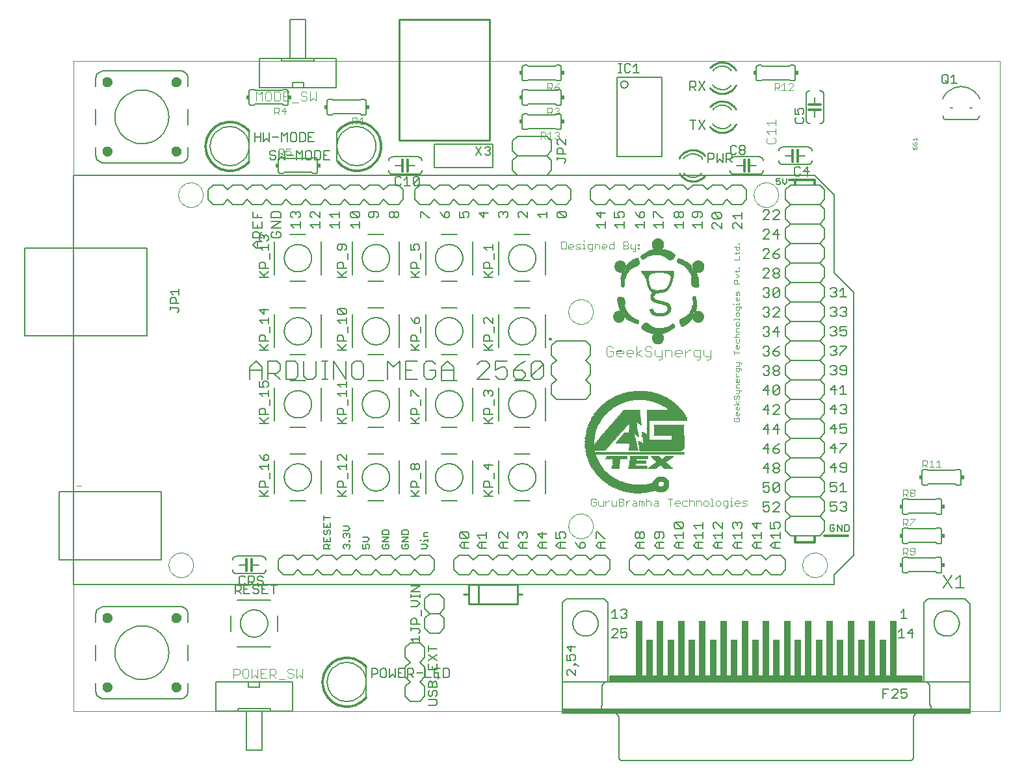
<source format=gto>
G75*
%MOIN*%
%OFA0B0*%
%FSLAX24Y24*%
%IPPOS*%
%LPD*%
%AMOC8*
5,1,8,0,0,1.08239X$1,22.5*
%
%ADD10C,0.0000*%
%ADD11R,0.0362X0.0002*%
%ADD12R,0.0362X0.0002*%
%ADD13R,0.0366X0.0002*%
%ADD14R,0.0368X0.0002*%
%ADD15R,0.0370X0.0002*%
%ADD16R,0.0542X0.0002*%
%ADD17R,0.0546X0.0002*%
%ADD18R,0.0550X0.0002*%
%ADD19R,0.0552X0.0002*%
%ADD20R,0.0552X0.0002*%
%ADD21R,0.0022X0.0002*%
%ADD22R,0.0010X0.0002*%
%ADD23R,0.0556X0.0002*%
%ADD24R,0.0018X0.0002*%
%ADD25R,0.0014X0.0002*%
%ADD26R,0.0720X0.0002*%
%ADD27R,0.0724X0.0002*%
%ADD28R,0.0728X0.0002*%
%ADD29R,0.0732X0.0002*%
%ADD30R,0.0744X0.0002*%
%ADD31R,0.0006X0.0002*%
%ADD32R,0.0826X0.0002*%
%ADD33R,0.0828X0.0002*%
%ADD34R,0.0832X0.0002*%
%ADD35R,0.0836X0.0002*%
%ADD36R,0.0840X0.0002*%
%ADD37R,0.0892X0.0002*%
%ADD38R,0.0032X0.0002*%
%ADD39R,0.0934X0.0002*%
%ADD40R,0.0938X0.0002*%
%ADD41R,0.0942X0.0002*%
%ADD42R,0.0948X0.0002*%
%ADD43R,0.0132X0.0002*%
%ADD44R,0.0058X0.0002*%
%ADD45R,0.0986X0.0002*%
%ADD46R,0.0160X0.0002*%
%ADD47R,0.1058X0.0002*%
%ADD48R,0.0170X0.0002*%
%ADD49R,0.1062X0.0002*%
%ADD50R,0.0180X0.0002*%
%ADD51R,0.1066X0.0002*%
%ADD52R,0.0190X0.0002*%
%ADD53R,0.1068X0.0002*%
%ADD54R,0.0206X0.0002*%
%ADD55R,0.0010X0.0002*%
%ADD56R,0.1074X0.0002*%
%ADD57R,0.0006X0.0002*%
%ADD58R,0.0218X0.0002*%
%ADD59R,0.1140X0.0002*%
%ADD60R,0.0244X0.0002*%
%ADD61R,0.1144X0.0002*%
%ADD62R,0.0254X0.0002*%
%ADD63R,0.1148X0.0002*%
%ADD64R,0.0260X0.0002*%
%ADD65R,0.1152X0.0002*%
%ADD66R,0.0268X0.0002*%
%ADD67R,0.1156X0.0002*%
%ADD68R,0.0278X0.0002*%
%ADD69R,0.1248X0.0002*%
%ADD70R,0.0292X0.0002*%
%ADD71R,0.1252X0.0002*%
%ADD72R,0.0306X0.0002*%
%ADD73R,0.1254X0.0002*%
%ADD74R,0.0316X0.0002*%
%ADD75R,0.1256X0.0002*%
%ADD76R,0.0326X0.0002*%
%ADD77R,0.1258X0.0002*%
%ADD78R,0.0338X0.0002*%
%ADD79R,0.1276X0.0002*%
%ADD80R,0.0042X0.0002*%
%ADD81R,0.0348X0.0002*%
%ADD82R,0.1326X0.0002*%
%ADD83R,0.0356X0.0002*%
%ADD84R,0.1330X0.0002*%
%ADD85R,0.0366X0.0002*%
%ADD86R,0.1334X0.0002*%
%ADD87R,0.0374X0.0002*%
%ADD88R,0.1338X0.0002*%
%ADD89R,0.0382X0.0002*%
%ADD90R,0.0016X0.0002*%
%ADD91R,0.1344X0.0002*%
%ADD92R,0.0020X0.0002*%
%ADD93R,0.0390X0.0002*%
%ADD94R,0.1442X0.0002*%
%ADD95R,0.0396X0.0002*%
%ADD96R,0.1446X0.0002*%
%ADD97R,0.0400X0.0002*%
%ADD98R,0.1450X0.0002*%
%ADD99R,0.0404X0.0002*%
%ADD100R,0.1454X0.0002*%
%ADD101R,0.0410X0.0002*%
%ADD102R,0.1458X0.0002*%
%ADD103R,0.0422X0.0002*%
%ADD104R,0.1506X0.0002*%
%ADD105R,0.0436X0.0002*%
%ADD106R,0.1512X0.0002*%
%ADD107R,0.0442X0.0002*%
%ADD108R,0.1518X0.0002*%
%ADD109R,0.0446X0.0002*%
%ADD110R,0.1526X0.0002*%
%ADD111R,0.0454X0.0002*%
%ADD112R,0.1606X0.0002*%
%ADD113R,0.0518X0.0002*%
%ADD114R,0.2190X0.0002*%
%ADD115R,0.2194X0.0002*%
%ADD116R,0.2198X0.0002*%
%ADD117R,0.2202X0.0002*%
%ADD118R,0.2208X0.0002*%
%ADD119R,0.0022X0.0002*%
%ADD120R,0.2216X0.0002*%
%ADD121R,0.2264X0.0002*%
%ADD122R,0.2270X0.0002*%
%ADD123R,0.2274X0.0002*%
%ADD124R,0.2276X0.0002*%
%ADD125R,0.2282X0.0002*%
%ADD126R,0.2308X0.0002*%
%ADD127R,0.2310X0.0002*%
%ADD128R,0.2314X0.0002*%
%ADD129R,0.2318X0.0002*%
%ADD130R,0.0002X0.0002*%
%ADD131R,0.2322X0.0002*%
%ADD132R,0.2340X0.0002*%
%ADD133R,0.2346X0.0002*%
%ADD134R,0.2350X0.0002*%
%ADD135R,0.2352X0.0002*%
%ADD136R,0.2354X0.0002*%
%ADD137R,0.2382X0.0002*%
%ADD138R,0.2384X0.0002*%
%ADD139R,0.2388X0.0002*%
%ADD140R,0.2396X0.0002*%
%ADD141R,0.2402X0.0002*%
%ADD142R,0.0016X0.0002*%
%ADD143R,0.2412X0.0002*%
%ADD144R,0.2440X0.0002*%
%ADD145R,0.2442X0.0002*%
%ADD146R,0.2446X0.0002*%
%ADD147R,0.2450X0.0002*%
%ADD148R,0.2454X0.0002*%
%ADD149R,0.2460X0.0002*%
%ADD150R,0.2464X0.0002*%
%ADD151R,0.2468X0.0002*%
%ADD152R,0.2470X0.0002*%
%ADD153R,0.2472X0.0002*%
%ADD154R,0.2488X0.0002*%
%ADD155R,0.2494X0.0002*%
%ADD156R,0.0012X0.0002*%
%ADD157R,0.2498X0.0002*%
%ADD158R,0.2520X0.0002*%
%ADD159R,0.2522X0.0002*%
%ADD160R,0.2550X0.0002*%
%ADD161R,0.2554X0.0002*%
%ADD162R,0.2556X0.0002*%
%ADD163R,0.2558X0.0002*%
%ADD164R,0.2560X0.0002*%
%ADD165R,0.0012X0.0002*%
%ADD166R,0.2564X0.0002*%
%ADD167R,0.2582X0.0002*%
%ADD168R,0.2586X0.0002*%
%ADD169R,0.2590X0.0002*%
%ADD170R,0.2592X0.0002*%
%ADD171R,0.2596X0.0002*%
%ADD172R,0.2600X0.0002*%
%ADD173R,0.2604X0.0002*%
%ADD174R,0.2608X0.0002*%
%ADD175R,0.2612X0.0002*%
%ADD176R,0.2614X0.0002*%
%ADD177R,0.2630X0.0002*%
%ADD178R,0.2634X0.0002*%
%ADD179R,0.2638X0.0002*%
%ADD180R,0.2642X0.0002*%
%ADD181R,0.2650X0.0002*%
%ADD182R,0.2660X0.0002*%
%ADD183R,0.2686X0.0002*%
%ADD184R,0.2690X0.0002*%
%ADD185R,0.2690X0.0002*%
%ADD186R,0.2696X0.0002*%
%ADD187R,0.2698X0.0002*%
%ADD188R,0.2704X0.0002*%
%ADD189R,0.2708X0.0002*%
%ADD190R,0.2710X0.0002*%
%ADD191R,0.2714X0.0002*%
%ADD192R,0.2720X0.0002*%
%ADD193R,0.2722X0.0002*%
%ADD194R,0.2728X0.0002*%
%ADD195R,0.2728X0.0002*%
%ADD196R,0.2730X0.0002*%
%ADD197R,0.2752X0.0002*%
%ADD198R,0.2756X0.0002*%
%ADD199R,0.2760X0.0002*%
%ADD200R,0.2764X0.0002*%
%ADD201R,0.2768X0.0002*%
%ADD202R,0.0008X0.0002*%
%ADD203R,0.2770X0.0002*%
%ADD204R,0.2806X0.0002*%
%ADD205R,0.2810X0.0002*%
%ADD206R,0.2812X0.0002*%
%ADD207R,0.2814X0.0002*%
%ADD208R,0.2816X0.0002*%
%ADD209R,0.2818X0.0002*%
%ADD210R,0.2820X0.0002*%
%ADD211R,0.2826X0.0002*%
%ADD212R,0.2828X0.0002*%
%ADD213R,0.0004X0.0002*%
%ADD214R,0.2832X0.0002*%
%ADD215R,0.2848X0.0002*%
%ADD216R,0.2852X0.0002*%
%ADD217R,0.2852X0.0002*%
%ADD218R,0.2854X0.0002*%
%ADD219R,0.2856X0.0002*%
%ADD220R,0.2426X0.0002*%
%ADD221R,0.0014X0.0002*%
%ADD222R,0.0072X0.0002*%
%ADD223R,0.0330X0.0002*%
%ADD224R,0.2414X0.0002*%
%ADD225R,0.0326X0.0002*%
%ADD226R,0.2416X0.0002*%
%ADD227R,0.0324X0.0002*%
%ADD228R,0.2416X0.0002*%
%ADD229R,0.0324X0.0002*%
%ADD230R,0.2418X0.0002*%
%ADD231R,0.0322X0.0002*%
%ADD232R,0.2400X0.0002*%
%ADD233R,0.0320X0.0002*%
%ADD234R,0.0008X0.0002*%
%ADD235R,0.0308X0.0002*%
%ADD236R,0.2412X0.0002*%
%ADD237R,0.0308X0.0002*%
%ADD238R,0.2412X0.0002*%
%ADD239R,0.2410X0.0002*%
%ADD240R,0.0310X0.0002*%
%ADD241R,0.0004X0.0002*%
%ADD242R,0.2424X0.0002*%
%ADD243R,0.0306X0.0002*%
%ADD244R,0.2424X0.0002*%
%ADD245R,0.0304X0.0002*%
%ADD246R,0.2422X0.0002*%
%ADD247R,0.0304X0.0002*%
%ADD248R,0.2422X0.0002*%
%ADD249R,0.0302X0.0002*%
%ADD250R,0.0298X0.0002*%
%ADD251R,0.2432X0.0002*%
%ADD252R,0.0292X0.0002*%
%ADD253R,0.2430X0.0002*%
%ADD254R,0.0294X0.0002*%
%ADD255R,0.2432X0.0002*%
%ADD256R,0.0292X0.0002*%
%ADD257R,0.2432X0.0002*%
%ADD258R,0.2428X0.0002*%
%ADD259R,0.0292X0.0002*%
%ADD260R,0.2430X0.0002*%
%ADD261R,0.0290X0.0002*%
%ADD262R,0.2442X0.0002*%
%ADD263R,0.0288X0.0002*%
%ADD264R,0.2442X0.0002*%
%ADD265R,0.0286X0.0002*%
%ADD266R,0.2442X0.0002*%
%ADD267R,0.0286X0.0002*%
%ADD268R,0.2440X0.0002*%
%ADD269R,0.2454X0.0002*%
%ADD270R,0.0282X0.0002*%
%ADD271R,0.2452X0.0002*%
%ADD272R,0.0282X0.0002*%
%ADD273R,0.0280X0.0002*%
%ADD274R,0.2452X0.0002*%
%ADD275R,0.2450X0.0002*%
%ADD276R,0.2464X0.0002*%
%ADD277R,0.0276X0.0002*%
%ADD278R,0.0274X0.0002*%
%ADD279R,0.2466X0.0002*%
%ADD280R,0.0272X0.0002*%
%ADD281R,0.2470X0.0002*%
%ADD282R,0.0272X0.0002*%
%ADD283R,0.2472X0.0002*%
%ADD284R,0.2476X0.0002*%
%ADD285R,0.2478X0.0002*%
%ADD286R,0.2480X0.0002*%
%ADD287R,0.2482X0.0002*%
%ADD288R,0.2496X0.0002*%
%ADD289R,0.2500X0.0002*%
%ADD290R,0.2500X0.0002*%
%ADD291R,0.2502X0.0002*%
%ADD292R,0.2506X0.0002*%
%ADD293R,0.2508X0.0002*%
%ADD294R,0.0274X0.0002*%
%ADD295R,0.2510X0.0002*%
%ADD296R,0.0004X0.0002*%
%ADD297R,0.0262X0.0002*%
%ADD298R,0.2510X0.0002*%
%ADD299R,0.0260X0.0002*%
%ADD300R,0.0856X0.0002*%
%ADD301R,0.0262X0.0002*%
%ADD302R,0.1326X0.0002*%
%ADD303R,0.0856X0.0002*%
%ADD304R,0.0262X0.0002*%
%ADD305R,0.1328X0.0002*%
%ADD306R,0.0854X0.0002*%
%ADD307R,0.0264X0.0002*%
%ADD308R,0.1328X0.0002*%
%ADD309R,0.0852X0.0002*%
%ADD310R,0.0264X0.0002*%
%ADD311R,0.1250X0.0002*%
%ADD312R,0.0762X0.0002*%
%ADD313R,0.1250X0.0002*%
%ADD314R,0.0760X0.0002*%
%ADD315R,0.0760X0.0002*%
%ADD316R,0.1252X0.0002*%
%ADD317R,0.0150X0.0002*%
%ADD318R,0.0598X0.0002*%
%ADD319R,0.1252X0.0002*%
%ADD320R,0.0148X0.0002*%
%ADD321R,0.0596X0.0002*%
%ADD322R,0.1182X0.0002*%
%ADD323R,0.0570X0.0002*%
%ADD324R,0.1184X0.0002*%
%ADD325R,0.0564X0.0002*%
%ADD326R,0.1198X0.0002*%
%ADD327R,0.0562X0.0002*%
%ADD328R,0.0558X0.0002*%
%ADD329R,0.1196X0.0002*%
%ADD330R,0.0554X0.0002*%
%ADD331R,0.1196X0.0002*%
%ADD332R,0.0026X0.0002*%
%ADD333R,0.0516X0.0002*%
%ADD334R,0.1140X0.0002*%
%ADD335R,0.0512X0.0002*%
%ADD336R,0.1142X0.0002*%
%ADD337R,0.0508X0.0002*%
%ADD338R,0.0504X0.0002*%
%ADD339R,0.0266X0.0002*%
%ADD340R,0.1144X0.0002*%
%ADD341R,0.0500X0.0002*%
%ADD342R,0.0266X0.0002*%
%ADD343R,0.0496X0.0002*%
%ADD344R,0.1078X0.0002*%
%ADD345R,0.0480X0.0002*%
%ADD346R,0.1090X0.0002*%
%ADD347R,0.0462X0.0002*%
%ADD348R,0.0456X0.0002*%
%ADD349R,0.1088X0.0002*%
%ADD350R,0.0452X0.0002*%
%ADD351R,0.0448X0.0002*%
%ADD352R,0.0440X0.0002*%
%ADD353R,0.1078X0.0002*%
%ADD354R,0.0430X0.0002*%
%ADD355R,0.1080X0.0002*%
%ADD356R,0.0428X0.0002*%
%ADD357R,0.1080X0.0002*%
%ADD358R,0.0422X0.0002*%
%ADD359R,0.1024X0.0002*%
%ADD360R,0.0026X0.0002*%
%ADD361R,0.0408X0.0002*%
%ADD362R,0.1024X0.0002*%
%ADD363R,0.0402X0.0002*%
%ADD364R,0.1026X0.0002*%
%ADD365R,0.0392X0.0002*%
%ADD366R,0.1026X0.0002*%
%ADD367R,0.0386X0.0002*%
%ADD368R,0.1012X0.0002*%
%ADD369R,0.1014X0.0002*%
%ADD370R,0.0346X0.0002*%
%ADD371R,0.1014X0.0002*%
%ADD372R,0.0342X0.0002*%
%ADD373R,0.1014X0.0002*%
%ADD374R,0.0338X0.0002*%
%ADD375R,0.0336X0.0002*%
%ADD376R,0.0968X0.0002*%
%ADD377R,0.0332X0.0002*%
%ADD378R,0.0272X0.0002*%
%ADD379R,0.0970X0.0002*%
%ADD380R,0.0972X0.0002*%
%ADD381R,0.0320X0.0002*%
%ADD382R,0.0318X0.0002*%
%ADD383R,0.0972X0.0002*%
%ADD384R,0.0946X0.0002*%
%ADD385R,0.0322X0.0002*%
%ADD386R,0.0316X0.0002*%
%ADD387R,0.0960X0.0002*%
%ADD388R,0.0312X0.0002*%
%ADD389R,0.0270X0.0002*%
%ADD390R,0.0960X0.0002*%
%ADD391R,0.0270X0.0002*%
%ADD392R,0.0962X0.0002*%
%ADD393R,0.0962X0.0002*%
%ADD394R,0.0936X0.0002*%
%ADD395R,0.0940X0.0002*%
%ADD396R,0.0302X0.0002*%
%ADD397R,0.0302X0.0002*%
%ADD398R,0.0914X0.0002*%
%ADD399R,0.0300X0.0002*%
%ADD400R,0.0916X0.0002*%
%ADD401R,0.0298X0.0002*%
%ADD402R,0.0268X0.0002*%
%ADD403R,0.0918X0.0002*%
%ADD404R,0.0296X0.0002*%
%ADD405R,0.0920X0.0002*%
%ADD406R,0.0296X0.0002*%
%ADD407R,0.0920X0.0002*%
%ADD408R,0.0886X0.0002*%
%ADD409R,0.0294X0.0002*%
%ADD410R,0.0894X0.0002*%
%ADD411R,0.0896X0.0002*%
%ADD412R,0.0284X0.0002*%
%ADD413R,0.0896X0.0002*%
%ADD414R,0.0894X0.0002*%
%ADD415R,0.0894X0.0002*%
%ADD416R,0.0908X0.0002*%
%ADD417R,0.0906X0.0002*%
%ADD418R,0.0906X0.0002*%
%ADD419R,0.0290X0.0002*%
%ADD420R,0.0882X0.0002*%
%ADD421R,0.0288X0.0002*%
%ADD422R,0.0884X0.0002*%
%ADD423R,0.0884X0.0002*%
%ADD424R,0.0884X0.0002*%
%ADD425R,0.0850X0.0002*%
%ADD426R,0.0852X0.0002*%
%ADD427R,0.0294X0.0002*%
%ADD428R,0.0852X0.0002*%
%ADD429R,0.0838X0.0002*%
%ADD430R,0.0312X0.0002*%
%ADD431R,0.0842X0.0002*%
%ADD432R,0.0300X0.0002*%
%ADD433R,0.0842X0.0002*%
%ADD434R,0.0312X0.0002*%
%ADD435R,0.0314X0.0002*%
%ADD436R,0.0840X0.0002*%
%ADD437R,0.0334X0.0002*%
%ADD438R,0.0018X0.0002*%
%ADD439R,0.0842X0.0002*%
%ADD440R,0.0332X0.0002*%
%ADD441R,0.0330X0.0002*%
%ADD442R,0.0328X0.0002*%
%ADD443R,0.0770X0.0002*%
%ADD444R,0.0806X0.0002*%
%ADD445R,0.0768X0.0002*%
%ADD446R,0.0820X0.0002*%
%ADD447R,0.0764X0.0002*%
%ADD448R,0.0818X0.0002*%
%ADD449R,0.0820X0.0002*%
%ADD450R,0.0754X0.0002*%
%ADD451R,0.0752X0.0002*%
%ADD452R,0.0750X0.0002*%
%ADD453R,0.0746X0.0002*%
%ADD454R,0.0744X0.0002*%
%ADD455R,0.0800X0.0002*%
%ADD456R,0.0742X0.0002*%
%ADD457R,0.0798X0.0002*%
%ADD458R,0.0740X0.0002*%
%ADD459R,0.0798X0.0002*%
%ADD460R,0.0738X0.0002*%
%ADD461R,0.0734X0.0002*%
%ADD462R,0.0726X0.0002*%
%ADD463R,0.0724X0.0002*%
%ADD464R,0.0720X0.0002*%
%ADD465R,0.0716X0.0002*%
%ADD466R,0.0800X0.0002*%
%ADD467R,0.0714X0.0002*%
%ADD468R,0.0712X0.0002*%
%ADD469R,0.0774X0.0002*%
%ADD470R,0.0710X0.0002*%
%ADD471R,0.0776X0.0002*%
%ADD472R,0.0708X0.0002*%
%ADD473R,0.0778X0.0002*%
%ADD474R,0.0704X0.0002*%
%ADD475R,0.0702X0.0002*%
%ADD476R,0.0762X0.0002*%
%ADD477R,0.0700X0.0002*%
%ADD478R,0.0698X0.0002*%
%ADD479R,0.0778X0.0002*%
%ADD480R,0.0694X0.0002*%
%ADD481R,0.0776X0.0002*%
%ADD482R,0.0692X0.0002*%
%ADD483R,0.0688X0.0002*%
%ADD484R,0.0684X0.0002*%
%ADD485R,0.0762X0.0002*%
%ADD486R,0.0684X0.0002*%
%ADD487R,0.0766X0.0002*%
%ADD488R,0.0680X0.0002*%
%ADD489R,0.0768X0.0002*%
%ADD490R,0.0676X0.0002*%
%ADD491R,0.0672X0.0002*%
%ADD492R,0.0670X0.0002*%
%ADD493R,0.0666X0.0002*%
%ADD494R,0.0756X0.0002*%
%ADD495R,0.0664X0.0002*%
%ADD496R,0.0754X0.0002*%
%ADD497R,0.0662X0.0002*%
%ADD498R,0.0658X0.0002*%
%ADD499R,0.0654X0.0002*%
%ADD500R,0.0740X0.0002*%
%ADD501R,0.0650X0.0002*%
%ADD502R,0.0646X0.0002*%
%ADD503R,0.0756X0.0002*%
%ADD504R,0.0642X0.0002*%
%ADD505R,0.0640X0.0002*%
%ADD506R,0.0754X0.0002*%
%ADD507R,0.0636X0.0002*%
%ADD508R,0.0636X0.0002*%
%ADD509R,0.0736X0.0002*%
%ADD510R,0.0634X0.0002*%
%ADD511R,0.0734X0.0002*%
%ADD512R,0.0634X0.0002*%
%ADD513R,0.0732X0.0002*%
%ADD514R,0.0630X0.0002*%
%ADD515R,0.0624X0.0002*%
%ADD516R,0.0618X0.0002*%
%ADD517R,0.0718X0.0002*%
%ADD518R,0.0616X0.0002*%
%ADD519R,0.0612X0.0002*%
%ADD520R,0.0608X0.0002*%
%ADD521R,0.0604X0.0002*%
%ADD522R,0.0732X0.0002*%
%ADD523R,0.0592X0.0002*%
%ADD524R,0.0722X0.0002*%
%ADD525R,0.0588X0.0002*%
%ADD526R,0.0722X0.0002*%
%ADD527R,0.0584X0.0002*%
%ADD528R,0.0580X0.0002*%
%ADD529R,0.0576X0.0002*%
%ADD530R,0.0722X0.0002*%
%ADD531R,0.0572X0.0002*%
%ADD532R,0.0724X0.0002*%
%ADD533R,0.0568X0.0002*%
%ADD534R,0.0564X0.0002*%
%ADD535R,0.0722X0.0002*%
%ADD536R,0.0560X0.0002*%
%ADD537R,0.0712X0.0002*%
%ADD538R,0.0540X0.0002*%
%ADD539R,0.0712X0.0002*%
%ADD540R,0.0534X0.0002*%
%ADD541R,0.0528X0.0002*%
%ADD542R,0.0520X0.0002*%
%ADD543R,0.0698X0.0002*%
%ADD544R,0.0516X0.0002*%
%ADD545R,0.0700X0.0002*%
%ADD546R,0.0512X0.0002*%
%ADD547R,0.0702X0.0002*%
%ADD548R,0.0510X0.0002*%
%ADD549R,0.0506X0.0002*%
%ADD550R,0.0502X0.0002*%
%ADD551R,0.0688X0.0002*%
%ADD552R,0.0492X0.0002*%
%ADD553R,0.0690X0.0002*%
%ADD554R,0.0476X0.0002*%
%ADD555R,0.0690X0.0002*%
%ADD556R,0.0472X0.0002*%
%ADD557R,0.0692X0.0002*%
%ADD558R,0.0468X0.0002*%
%ADD559R,0.0460X0.0002*%
%ADD560R,0.0450X0.0002*%
%ADD561R,0.0424X0.0002*%
%ADD562R,0.0678X0.0002*%
%ADD563R,0.0410X0.0002*%
%ADD564R,0.0678X0.0002*%
%ADD565R,0.0406X0.0002*%
%ADD566R,0.0398X0.0002*%
%ADD567R,0.0384X0.0002*%
%ADD568R,0.0680X0.0002*%
%ADD569R,0.0362X0.0002*%
%ADD570R,0.0358X0.0002*%
%ADD571R,0.0350X0.0002*%
%ADD572R,0.0674X0.0002*%
%ADD573R,0.0344X0.0002*%
%ADD574R,0.0672X0.0002*%
%ADD575R,0.0668X0.0002*%
%ADD576R,0.0668X0.0002*%
%ADD577R,0.0664X0.0002*%
%ADD578R,0.0258X0.0002*%
%ADD579R,0.0242X0.0002*%
%ADD580R,0.0236X0.0002*%
%ADD581R,0.0226X0.0002*%
%ADD582R,0.0220X0.0002*%
%ADD583R,0.0666X0.0002*%
%ADD584R,0.0208X0.0002*%
%ADD585R,0.0176X0.0002*%
%ADD586R,0.0162X0.0002*%
%ADD587R,0.0156X0.0002*%
%ADD588R,0.0146X0.0002*%
%ADD589R,0.0082X0.0002*%
%ADD590R,0.0656X0.0002*%
%ADD591R,0.0660X0.0002*%
%ADD592R,0.0642X0.0002*%
%ADD593R,0.0642X0.0002*%
%ADD594R,0.0640X0.0002*%
%ADD595R,0.0638X0.0002*%
%ADD596R,0.0638X0.0002*%
%ADD597R,0.0618X0.0002*%
%ADD598R,0.0616X0.0002*%
%ADD599R,0.0620X0.0002*%
%ADD600R,0.0622X0.0002*%
%ADD601R,0.0626X0.0002*%
%ADD602R,0.0626X0.0002*%
%ADD603R,0.0624X0.0002*%
%ADD604R,0.0622X0.0002*%
%ADD605R,0.0612X0.0002*%
%ADD606R,0.0606X0.0002*%
%ADD607R,0.0604X0.0002*%
%ADD608R,0.0608X0.0002*%
%ADD609R,0.0612X0.0002*%
%ADD610R,0.0614X0.0002*%
%ADD611R,0.0614X0.0002*%
%ADD612R,0.0612X0.0002*%
%ADD613R,0.0610X0.0002*%
%ADD614R,0.0606X0.0002*%
%ADD615R,0.0602X0.0002*%
%ADD616R,0.0602X0.0002*%
%ADD617R,0.0594X0.0002*%
%ADD618R,0.0594X0.0002*%
%ADD619R,0.0594X0.0002*%
%ADD620R,0.0592X0.0002*%
%ADD621R,0.0578X0.0002*%
%ADD622R,0.0578X0.0002*%
%ADD623R,0.0592X0.0002*%
%ADD624R,0.0590X0.0002*%
%ADD625R,0.0590X0.0002*%
%ADD626R,0.0588X0.0002*%
%ADD627R,0.0592X0.0002*%
%ADD628R,0.0586X0.0002*%
%ADD629R,0.0582X0.0002*%
%ADD630R,0.0580X0.0002*%
%ADD631R,0.0582X0.0002*%
%ADD632R,0.0574X0.0002*%
%ADD633R,0.0574X0.0002*%
%ADD634R,0.0576X0.0002*%
%ADD635R,0.0570X0.0002*%
%ADD636R,0.0572X0.0002*%
%ADD637R,0.0568X0.0002*%
%ADD638R,0.0572X0.0002*%
%ADD639R,0.0574X0.0002*%
%ADD640R,0.0560X0.0002*%
%ADD641R,0.0546X0.0002*%
%ADD642R,0.0548X0.0002*%
%ADD643R,0.0552X0.0002*%
%ADD644R,0.0552X0.0002*%
%ADD645R,0.0548X0.0002*%
%ADD646R,0.0550X0.0002*%
%ADD647R,0.0554X0.0002*%
%ADD648R,0.0532X0.0002*%
%ADD649R,0.0532X0.0002*%
%ADD650R,0.0530X0.0002*%
%ADD651R,0.0528X0.0002*%
%ADD652R,0.0530X0.0002*%
%ADD653R,0.0536X0.0002*%
%ADD654R,0.0538X0.0002*%
%ADD655R,0.0538X0.0002*%
%ADD656R,0.0524X0.0002*%
%ADD657R,0.0520X0.0002*%
%ADD658R,0.0524X0.0002*%
%ADD659R,0.0524X0.0002*%
%ADD660R,0.0522X0.0002*%
%ADD661R,0.0522X0.0002*%
%ADD662R,0.0524X0.0002*%
%ADD663R,0.0532X0.0002*%
%ADD664R,0.0502X0.0002*%
%ADD665R,0.0498X0.0002*%
%ADD666R,0.0498X0.0002*%
%ADD667R,0.0502X0.0002*%
%ADD668R,0.0522X0.0002*%
%ADD669R,0.0966X0.0002*%
%ADD670R,0.0358X0.0002*%
%ADD671R,0.0014X0.0002*%
%ADD672R,0.0388X0.0002*%
%ADD673R,0.0022X0.0002*%
%ADD674R,0.0522X0.0002*%
%ADD675R,0.0386X0.0002*%
%ADD676R,0.0378X0.0002*%
%ADD677R,0.0420X0.0002*%
%ADD678R,0.0518X0.0002*%
%ADD679R,0.0968X0.0002*%
%ADD680R,0.0378X0.0002*%
%ADD681R,0.0420X0.0002*%
%ADD682R,0.0376X0.0002*%
%ADD683R,0.0418X0.0002*%
%ADD684R,0.0510X0.0002*%
%ADD685R,0.0382X0.0002*%
%ADD686R,0.0370X0.0002*%
%ADD687R,0.0412X0.0002*%
%ADD688R,0.0964X0.0002*%
%ADD689R,0.0964X0.0002*%
%ADD690R,0.0384X0.0002*%
%ADD691R,0.0512X0.0002*%
%ADD692R,0.0384X0.0002*%
%ADD693R,0.0966X0.0002*%
%ADD694R,0.0426X0.0002*%
%ADD695R,0.0424X0.0002*%
%ADD696R,0.0012X0.0002*%
%ADD697R,0.0952X0.0002*%
%ADD698R,0.0368X0.0002*%
%ADD699R,0.0950X0.0002*%
%ADD700R,0.0408X0.0002*%
%ADD701R,0.0950X0.0002*%
%ADD702R,0.0380X0.0002*%
%ADD703R,0.0514X0.0002*%
%ADD704R,0.0380X0.0002*%
%ADD705R,0.0952X0.0002*%
%ADD706R,0.0428X0.0002*%
%ADD707R,0.0952X0.0002*%
%ADD708R,0.0372X0.0002*%
%ADD709R,0.0954X0.0002*%
%ADD710R,0.0372X0.0002*%
%ADD711R,0.0954X0.0002*%
%ADD712R,0.0396X0.0002*%
%ADD713R,0.0956X0.0002*%
%ADD714R,0.0392X0.0002*%
%ADD715R,0.0414X0.0002*%
%ADD716R,0.0394X0.0002*%
%ADD717R,0.0412X0.0002*%
%ADD718R,0.0956X0.0002*%
%ADD719R,0.0002X0.0002*%
%ADD720R,0.0020X0.0002*%
%ADD721R,0.0364X0.0002*%
%ADD722R,0.0394X0.0002*%
%ADD723R,0.0540X0.0002*%
%ADD724R,0.0412X0.0002*%
%ADD725R,0.0382X0.0002*%
%ADD726R,0.0364X0.0002*%
%ADD727R,0.0416X0.0002*%
%ADD728R,0.0422X0.0002*%
%ADD729R,0.0414X0.0002*%
%ADD730R,0.0362X0.0002*%
%ADD731R,0.0414X0.0002*%
%ADD732R,0.0364X0.0002*%
%ADD733R,0.0400X0.0002*%
%ADD734R,0.0946X0.0002*%
%ADD735R,0.0390X0.0002*%
%ADD736R,0.0418X0.0002*%
%ADD737R,0.0942X0.0002*%
%ADD738R,0.0938X0.0002*%
%ADD739R,0.0354X0.0002*%
%ADD740R,0.0398X0.0002*%
%ADD741R,0.0940X0.0002*%
%ADD742R,0.0954X0.0002*%
%ADD743R,0.0012X0.0002*%
%ADD744R,0.0356X0.0002*%
%ADD745R,0.0354X0.0002*%
%ADD746R,0.0382X0.0002*%
%ADD747R,0.0424X0.0002*%
%ADD748R,0.0372X0.0002*%
%ADD749R,0.0416X0.0002*%
%ADD750R,0.0352X0.0002*%
%ADD751R,0.0388X0.0002*%
%ADD752R,0.0404X0.0002*%
%ADD753R,0.0374X0.0002*%
%ADD754R,0.0404X0.0002*%
%ADD755R,0.0404X0.0002*%
%ADD756R,0.0402X0.0002*%
%ADD757R,0.0406X0.0002*%
%ADD758R,0.0402X0.0002*%
%ADD759R,0.0402X0.0002*%
%ADD760R,0.0002X0.0002*%
%ADD761R,0.0942X0.0002*%
%ADD762R,0.0004X0.0002*%
%ADD763R,0.0372X0.0002*%
%ADD764R,0.0944X0.0002*%
%ADD765R,0.0944X0.0002*%
%ADD766R,0.0346X0.0002*%
%ADD767R,0.0022X0.0002*%
%ADD768R,0.0002X0.0002*%
%ADD769R,0.0360X0.0002*%
%ADD770R,0.0360X0.0002*%
%ADD771R,0.0354X0.0002*%
%ADD772R,0.0526X0.0002*%
%ADD773R,0.0508X0.0002*%
%ADD774R,0.0376X0.0002*%
%ADD775R,0.0344X0.0002*%
%ADD776R,0.0350X0.0002*%
%ADD777R,0.0506X0.0002*%
%ADD778R,0.0348X0.0002*%
%ADD779R,0.0734X0.0002*%
%ADD780R,0.0716X0.0002*%
%ADD781R,0.0712X0.0002*%
%ADD782R,0.0504X0.0002*%
%ADD783R,0.0670X0.0002*%
%ADD784R,0.0496X0.0002*%
%ADD785R,0.0662X0.0002*%
%ADD786R,0.0656X0.0002*%
%ADD787R,0.0632X0.0002*%
%ADD788R,0.0858X0.0002*%
%ADD789R,0.0854X0.0002*%
%ADD790R,0.0850X0.0002*%
%ADD791R,0.0848X0.0002*%
%ADD792R,0.0846X0.0002*%
%ADD793R,0.0572X0.0002*%
%ADD794R,0.0846X0.0002*%
%ADD795R,0.0848X0.0002*%
%ADD796R,0.0494X0.0002*%
%ADD797R,0.0542X0.0002*%
%ADD798R,0.0494X0.0002*%
%ADD799R,0.0486X0.0002*%
%ADD800R,0.0488X0.0002*%
%ADD801R,0.0492X0.0002*%
%ADD802R,0.0474X0.0002*%
%ADD803R,0.0474X0.0002*%
%ADD804R,0.0484X0.0002*%
%ADD805R,0.0484X0.0002*%
%ADD806R,0.0482X0.0002*%
%ADD807R,0.0478X0.0002*%
%ADD808R,0.0466X0.0002*%
%ADD809R,0.0460X0.0002*%
%ADD810R,0.0436X0.0002*%
%ADD811R,0.0438X0.0002*%
%ADD812R,0.0438X0.0002*%
%ADD813R,0.0448X0.0002*%
%ADD814R,0.0860X0.0002*%
%ADD815R,0.0860X0.0002*%
%ADD816R,0.0450X0.0002*%
%ADD817R,0.0454X0.0002*%
%ADD818R,0.0858X0.0002*%
%ADD819R,0.0462X0.0002*%
%ADD820R,0.0464X0.0002*%
%ADD821R,0.0470X0.0002*%
%ADD822R,0.0486X0.0002*%
%ADD823R,0.0482X0.0002*%
%ADD824R,0.0484X0.0002*%
%ADD825R,0.0482X0.0002*%
%ADD826R,0.0480X0.0002*%
%ADD827R,0.0844X0.0002*%
%ADD828R,0.0844X0.0002*%
%ADD829R,0.0534X0.0002*%
%ADD830R,0.0488X0.0002*%
%ADD831R,0.0536X0.0002*%
%ADD832R,0.0556X0.0002*%
%ADD833R,0.0574X0.0002*%
%ADD834R,0.0596X0.0002*%
%ADD835R,0.0014X0.0002*%
%ADD836R,0.0644X0.0002*%
%ADD837R,0.0494X0.0002*%
%ADD838R,0.0494X0.0002*%
%ADD839R,0.0682X0.0002*%
%ADD840R,0.0694X0.0002*%
%ADD841R,0.0702X0.0002*%
%ADD842R,0.0744X0.0002*%
%ADD843R,0.0344X0.0002*%
%ADD844R,0.0484X0.0002*%
%ADD845R,0.0472X0.0002*%
%ADD846R,0.0178X0.0002*%
%ADD847R,0.0144X0.0002*%
%ADD848R,0.0130X0.0002*%
%ADD849R,0.0136X0.0002*%
%ADD850R,0.0180X0.0002*%
%ADD851R,0.0146X0.0002*%
%ADD852R,0.0138X0.0002*%
%ADD853R,0.0144X0.0002*%
%ADD854R,0.0140X0.0002*%
%ADD855R,0.0176X0.0002*%
%ADD856R,0.0144X0.0002*%
%ADD857R,0.0142X0.0002*%
%ADD858R,0.0764X0.0002*%
%ADD859R,0.0032X0.0002*%
%ADD860R,0.0374X0.0002*%
%ADD861R,0.0142X0.0002*%
%ADD862R,0.1096X0.0002*%
%ADD863R,0.0932X0.0002*%
%ADD864R,0.1098X0.0002*%
%ADD865R,0.0932X0.0002*%
%ADD866R,0.1098X0.0002*%
%ADD867R,0.1096X0.0002*%
%ADD868R,0.0934X0.0002*%
%ADD869R,0.1082X0.0002*%
%ADD870R,0.0934X0.0002*%
%ADD871R,0.1082X0.0002*%
%ADD872R,0.1084X0.0002*%
%ADD873R,0.1084X0.0002*%
%ADD874R,0.0384X0.0002*%
%ADD875R,0.1086X0.0002*%
%ADD876R,0.0936X0.0002*%
%ADD877R,0.0478X0.0002*%
%ADD878R,0.1086X0.0002*%
%ADD879R,0.0412X0.0002*%
%ADD880R,0.0392X0.0002*%
%ADD881R,0.0476X0.0002*%
%ADD882R,0.0426X0.0002*%
%ADD883R,0.0474X0.0002*%
%ADD884R,0.0472X0.0002*%
%ADD885R,0.0392X0.0002*%
%ADD886R,0.0472X0.0002*%
%ADD887R,0.1084X0.0002*%
%ADD888R,0.1084X0.0002*%
%ADD889R,0.0430X0.0002*%
%ADD890R,0.0944X0.0002*%
%ADD891R,0.0944X0.0002*%
%ADD892R,0.0394X0.0002*%
%ADD893R,0.0474X0.0002*%
%ADD894R,0.0414X0.0002*%
%ADD895R,0.0170X0.0002*%
%ADD896R,0.0056X0.0002*%
%ADD897R,0.0034X0.0002*%
%ADD898R,0.0056X0.0002*%
%ADD899R,0.4004X0.0002*%
%ADD900R,0.4004X0.0002*%
%ADD901R,0.0060X0.0002*%
%ADD902R,0.4008X0.0002*%
%ADD903R,0.0184X0.0002*%
%ADD904R,0.0064X0.0002*%
%ADD905R,0.4010X0.0002*%
%ADD906R,0.5014X0.0002*%
%ADD907R,0.5016X0.0002*%
%ADD908R,0.5018X0.0002*%
%ADD909R,0.5018X0.0002*%
%ADD910R,0.5016X0.0002*%
%ADD911R,0.5028X0.0002*%
%ADD912R,0.5028X0.0002*%
%ADD913R,0.5026X0.0002*%
%ADD914R,0.5026X0.0002*%
%ADD915R,0.5038X0.0002*%
%ADD916R,0.5038X0.0002*%
%ADD917R,0.5040X0.0002*%
%ADD918R,0.5040X0.0002*%
%ADD919R,0.5036X0.0002*%
%ADD920R,0.5032X0.0002*%
%ADD921R,0.5032X0.0002*%
%ADD922R,0.5030X0.0002*%
%ADD923R,0.0084X0.0002*%
%ADD924R,0.0154X0.0002*%
%ADD925R,0.1638X0.0002*%
%ADD926R,0.0078X0.0002*%
%ADD927R,0.0154X0.0002*%
%ADD928R,0.1634X0.0002*%
%ADD929R,0.1634X0.0002*%
%ADD930R,0.0032X0.0002*%
%ADD931R,0.0024X0.0002*%
%ADD932R,0.0028X0.0002*%
%ADD933R,0.0034X0.0002*%
%ADD934R,0.0044X0.0002*%
%ADD935R,0.0464X0.0002*%
%ADD936R,0.0462X0.0002*%
%ADD937R,0.0466X0.0002*%
%ADD938R,0.2154X0.0002*%
%ADD939R,0.2154X0.0002*%
%ADD940R,0.0468X0.0002*%
%ADD941R,0.0432X0.0002*%
%ADD942R,0.2178X0.0002*%
%ADD943R,0.0432X0.0002*%
%ADD944R,0.2174X0.0002*%
%ADD945R,0.2174X0.0002*%
%ADD946R,0.0446X0.0002*%
%ADD947R,0.2172X0.0002*%
%ADD948R,0.1004X0.0002*%
%ADD949R,0.0458X0.0002*%
%ADD950R,0.2184X0.0002*%
%ADD951R,0.1004X0.0002*%
%ADD952R,0.2184X0.0002*%
%ADD953R,0.2182X0.0002*%
%ADD954R,0.0456X0.0002*%
%ADD955R,0.2182X0.0002*%
%ADD956R,0.1016X0.0002*%
%ADD957R,0.2206X0.0002*%
%ADD958R,0.1016X0.0002*%
%ADD959R,0.2204X0.0002*%
%ADD960R,0.2204X0.0002*%
%ADD961R,0.2206X0.0002*%
%ADD962R,0.2230X0.0002*%
%ADD963R,0.0454X0.0002*%
%ADD964R,0.2228X0.0002*%
%ADD965R,0.2230X0.0002*%
%ADD966R,0.0454X0.0002*%
%ADD967R,0.2234X0.0002*%
%ADD968R,0.2238X0.0002*%
%ADD969R,0.1028X0.0002*%
%ADD970R,0.2250X0.0002*%
%ADD971R,0.1028X0.0002*%
%ADD972R,0.2250X0.0002*%
%ADD973R,0.2248X0.0002*%
%ADD974R,0.2248X0.0002*%
%ADD975R,0.1036X0.0002*%
%ADD976R,0.1038X0.0002*%
%ADD977R,0.0444X0.0002*%
%ADD978R,0.2252X0.0002*%
%ADD979R,0.1038X0.0002*%
%ADD980R,0.0444X0.0002*%
%ADD981R,0.2260X0.0002*%
%ADD982R,0.2260X0.0002*%
%ADD983R,0.1048X0.0002*%
%ADD984R,0.1048X0.0002*%
%ADD985R,0.2272X0.0002*%
%ADD986R,0.2270X0.0002*%
%ADD987R,0.1050X0.0002*%
%ADD988R,0.1070X0.0002*%
%ADD989R,0.2282X0.0002*%
%ADD990R,0.1070X0.0002*%
%ADD991R,0.2282X0.0002*%
%ADD992R,0.1072X0.0002*%
%ADD993R,0.2284X0.0002*%
%ADD994R,0.0442X0.0002*%
%ADD995R,0.2294X0.0002*%
%ADD996R,0.2292X0.0002*%
%ADD997R,0.2292X0.0002*%
%ADD998R,0.0440X0.0002*%
%ADD999R,0.1092X0.0002*%
%ADD1000R,0.2304X0.0002*%
%ADD1001R,0.1092X0.0002*%
%ADD1002R,0.0434X0.0002*%
%ADD1003R,0.2304X0.0002*%
%ADD1004R,0.0434X0.0002*%
%ADD1005R,0.2302X0.0002*%
%ADD1006R,0.2302X0.0002*%
%ADD1007R,0.1094X0.0002*%
%ADD1008R,0.2316X0.0002*%
%ADD1009R,0.2316X0.0002*%
%ADD1010R,0.2314X0.0002*%
%ADD1011R,0.1102X0.0002*%
%ADD1012R,0.1104X0.0002*%
%ADD1013R,0.1104X0.0002*%
%ADD1014R,0.2312X0.0002*%
%ADD1015R,0.2312X0.0002*%
%ADD1016R,0.1114X0.0002*%
%ADD1017R,0.2336X0.0002*%
%ADD1018R,0.1114X0.0002*%
%ADD1019R,0.2338X0.0002*%
%ADD1020R,0.2338X0.0002*%
%ADD1021R,0.2336X0.0002*%
%ADD1022R,0.1124X0.0002*%
%ADD1023R,0.1126X0.0002*%
%ADD1024R,0.1126X0.0002*%
%ADD1025R,0.1132X0.0002*%
%ADD1026R,0.1136X0.0002*%
%ADD1027R,0.1134X0.0002*%
%ADD1028R,0.1134X0.0002*%
%ADD1029R,0.1158X0.0002*%
%ADD1030R,0.1156X0.0002*%
%ADD1031R,0.1168X0.0002*%
%ADD1032R,0.1168X0.0002*%
%ADD1033R,0.1178X0.0002*%
%ADD1034R,0.1178X0.0002*%
%ADD1035R,0.1170X0.0002*%
%ADD1036R,0.1176X0.0002*%
%ADD1037R,0.1180X0.0002*%
%ADD1038R,0.1188X0.0002*%
%ADD1039R,0.1190X0.0002*%
%ADD1040R,0.2348X0.0002*%
%ADD1041R,0.2348X0.0002*%
%ADD1042R,0.1188X0.0002*%
%ADD1043R,0.1192X0.0002*%
%ADD1044R,0.1210X0.0002*%
%ADD1045R,0.1210X0.0002*%
%ADD1046R,0.1222X0.0002*%
%ADD1047R,0.1222X0.0002*%
%ADD1048R,0.1224X0.0002*%
%ADD1049R,0.1234X0.0002*%
%ADD1050R,0.1234X0.0002*%
%ADD1051R,0.1244X0.0002*%
%ADD1052R,0.1246X0.0002*%
%ADD1053R,0.1246X0.0002*%
%ADD1054R,0.1242X0.0002*%
%ADD1055R,0.1244X0.0002*%
%ADD1056R,0.1244X0.0002*%
%ADD1057R,0.1254X0.0002*%
%ADD1058R,0.1264X0.0002*%
%ADD1059R,0.1264X0.0002*%
%ADD1060R,0.1266X0.0002*%
%ADD1061R,0.1274X0.0002*%
%ADD1062R,0.1276X0.0002*%
%ADD1063R,0.2346X0.0002*%
%ADD1064R,0.2358X0.0002*%
%ADD1065R,0.2358X0.0002*%
%ADD1066R,0.1284X0.0002*%
%ADD1067R,0.1286X0.0002*%
%ADD1068R,0.1286X0.0002*%
%ADD1069R,0.0822X0.0002*%
%ADD1070R,0.0452X0.0002*%
%ADD1071R,0.0464X0.0002*%
%ADD1072R,0.0822X0.0002*%
%ADD1073R,0.0464X0.0002*%
%ADD1074R,0.0822X0.0002*%
%ADD1075R,0.0824X0.0002*%
%ADD1076R,0.0824X0.0002*%
%ADD1077R,0.0452X0.0002*%
%ADD1078R,0.0830X0.0002*%
%ADD1079R,0.2130X0.0002*%
%ADD1080R,0.0224X0.0002*%
%ADD1081R,0.2128X0.0002*%
%ADD1082R,0.0222X0.0002*%
%ADD1083R,0.0222X0.0002*%
%ADD1084R,0.2130X0.0002*%
%ADD1085R,0.0218X0.0002*%
%ADD1086R,0.0822X0.0002*%
%ADD1087R,0.0216X0.0002*%
%ADD1088R,0.0832X0.0002*%
%ADD1089R,0.0216X0.0002*%
%ADD1090R,0.0832X0.0002*%
%ADD1091R,0.0824X0.0002*%
%ADD1092R,0.0054X0.0002*%
%ADD1093R,0.0198X0.0002*%
%ADD1094R,0.0824X0.0002*%
%ADD1095R,0.0054X0.0002*%
%ADD1096R,0.0196X0.0002*%
%ADD1097R,0.0196X0.0002*%
%ADD1098R,0.0066X0.0002*%
%ADD1099R,0.0024X0.0002*%
%ADD1100R,0.0036X0.0002*%
%ADD1101R,0.0186X0.0002*%
%ADD1102R,0.1052X0.0002*%
%ADD1103R,0.0182X0.0002*%
%ADD1104R,0.1052X0.0002*%
%ADD1105R,0.0184X0.0002*%
%ADD1106R,0.0190X0.0002*%
%ADD1107R,0.0192X0.0002*%
%ADD1108R,0.0834X0.0002*%
%ADD1109R,0.0194X0.0002*%
%ADD1110R,0.0826X0.0002*%
%ADD1111R,0.2132X0.0002*%
%ADD1112R,0.2132X0.0002*%
%ADD1113R,0.1050X0.0002*%
%ADD1114R,0.0186X0.0002*%
%ADD1115R,0.2138X0.0002*%
%ADD1116R,0.0830X0.0002*%
%ADD1117R,0.1040X0.0002*%
%ADD1118R,0.0172X0.0002*%
%ADD1119R,0.2142X0.0002*%
%ADD1120R,0.0172X0.0002*%
%ADD1121R,0.2142X0.0002*%
%ADD1122R,0.0154X0.0002*%
%ADD1123R,0.1020X0.0002*%
%ADD1124R,0.1018X0.0002*%
%ADD1125R,0.1018X0.0002*%
%ADD1126R,0.0142X0.0002*%
%ADD1127R,0.0140X0.0002*%
%ADD1128R,0.1008X0.0002*%
%ADD1129R,0.0832X0.0002*%
%ADD1130R,0.1008X0.0002*%
%ADD1131R,0.1006X0.0002*%
%ADD1132R,0.0128X0.0002*%
%ADD1133R,0.0998X0.0002*%
%ADD1134R,0.0122X0.0002*%
%ADD1135R,0.0996X0.0002*%
%ADD1136R,0.0120X0.0002*%
%ADD1137R,0.0996X0.0002*%
%ADD1138R,0.0120X0.0002*%
%ADD1139R,0.0118X0.0002*%
%ADD1140R,0.0118X0.0002*%
%ADD1141R,0.0994X0.0002*%
%ADD1142R,0.0992X0.0002*%
%ADD1143R,0.0978X0.0002*%
%ADD1144R,0.0094X0.0002*%
%ADD1145R,0.0974X0.0002*%
%ADD1146R,0.0090X0.0002*%
%ADD1147R,0.0974X0.0002*%
%ADD1148R,0.0088X0.0002*%
%ADD1149R,0.0088X0.0002*%
%ADD1150R,0.0086X0.0002*%
%ADD1151R,0.0834X0.0002*%
%ADD1152R,0.0086X0.0002*%
%ADD1153R,0.0962X0.0002*%
%ADD1154R,0.0074X0.0002*%
%ADD1155R,0.0066X0.0002*%
%ADD1156R,0.0064X0.0002*%
%ADD1157R,0.0952X0.0002*%
%ADD1158R,0.0050X0.0002*%
%ADD1159R,0.0834X0.0002*%
%ADD1160R,0.0942X0.0002*%
%ADD1161R,0.0932X0.0002*%
%ADD1162R,0.0932X0.0002*%
%ADD1163R,0.0922X0.0002*%
%ADD1164R,0.0912X0.0002*%
%ADD1165R,0.0910X0.0002*%
%ADD1166R,0.0910X0.0002*%
%ADD1167R,0.1790X0.0002*%
%ADD1168R,0.0674X0.0002*%
%ADD1169R,0.0892X0.0002*%
%ADD1170R,0.0672X0.0002*%
%ADD1171R,0.0890X0.0002*%
%ADD1172R,0.0890X0.0002*%
%ADD1173R,0.0834X0.0002*%
%ADD1174R,0.0886X0.0002*%
%ADD1175R,0.0836X0.0002*%
%ADD1176R,0.0882X0.0002*%
%ADD1177R,0.0882X0.0002*%
%ADD1178R,0.0880X0.0002*%
%ADD1179R,0.0878X0.0002*%
%ADD1180R,0.0870X0.0002*%
%ADD1181R,0.0870X0.0002*%
%ADD1182R,0.0866X0.0002*%
%ADD1183R,0.0864X0.0002*%
%ADD1184R,0.0844X0.0002*%
%ADD1185R,0.0458X0.0002*%
%ADD1186R,0.0452X0.0002*%
%ADD1187R,0.0816X0.0002*%
%ADD1188R,0.0812X0.0002*%
%ADD1189R,0.0812X0.0002*%
%ADD1190R,0.0810X0.0002*%
%ADD1191R,0.0804X0.0002*%
%ADD1192R,0.0804X0.0002*%
%ADD1193R,0.0802X0.0002*%
%ADD1194R,0.0794X0.0002*%
%ADD1195R,0.0792X0.0002*%
%ADD1196R,0.0792X0.0002*%
%ADD1197R,0.0788X0.0002*%
%ADD1198R,0.0782X0.0002*%
%ADD1199R,0.0774X0.0002*%
%ADD1200R,0.0772X0.0002*%
%ADD1201R,0.0772X0.0002*%
%ADD1202R,0.0828X0.0002*%
%ADD1203R,0.0758X0.0002*%
%ADD1204R,0.0758X0.0002*%
%ADD1205R,0.0752X0.0002*%
%ADD1206R,0.0750X0.0002*%
%ADD1207R,0.0748X0.0002*%
%ADD1208R,0.0744X0.0002*%
%ADD1209R,0.0728X0.0002*%
%ADD1210R,0.0726X0.0002*%
%ADD1211R,0.0714X0.0002*%
%ADD1212R,0.0674X0.0002*%
%ADD1213R,0.0696X0.0002*%
%ADD1214R,0.0036X0.0002*%
%ADD1215R,0.0694X0.0002*%
%ADD1216R,0.0038X0.0002*%
%ADD1217R,0.0692X0.0002*%
%ADD1218R,0.0054X0.0002*%
%ADD1219R,0.0676X0.0002*%
%ADD1220R,0.0462X0.0002*%
%ADD1221R,0.0068X0.0002*%
%ADD1222R,0.0076X0.0002*%
%ADD1223R,0.0078X0.0002*%
%ADD1224R,0.0682X0.0002*%
%ADD1225R,0.0080X0.0002*%
%ADD1226R,0.0084X0.0002*%
%ADD1227R,0.0068X0.0002*%
%ADD1228R,0.0072X0.0002*%
%ADD1229R,0.0080X0.0002*%
%ADD1230R,0.0652X0.0002*%
%ADD1231R,0.0684X0.0002*%
%ADD1232R,0.0650X0.0002*%
%ADD1233R,0.1558X0.0002*%
%ADD1234R,0.1558X0.0002*%
%ADD1235R,0.0644X0.0002*%
%ADD1236R,0.0098X0.0002*%
%ADD1237R,0.0098X0.0002*%
%ADD1238R,0.0106X0.0002*%
%ADD1239R,0.0108X0.0002*%
%ADD1240R,0.0632X0.0002*%
%ADD1241R,0.0108X0.0002*%
%ADD1242R,0.0632X0.0002*%
%ADD1243R,0.0116X0.0002*%
%ADD1244R,0.0628X0.0002*%
%ADD1245R,0.0110X0.0002*%
%ADD1246R,0.0110X0.0002*%
%ADD1247R,0.0620X0.0002*%
%ADD1248R,0.0122X0.0002*%
%ADD1249R,0.0610X0.0002*%
%ADD1250R,0.0122X0.0002*%
%ADD1251R,0.0124X0.0002*%
%ADD1252R,0.0142X0.0002*%
%ADD1253R,0.0600X0.0002*%
%ADD1254R,0.0600X0.0002*%
%ADD1255R,0.0152X0.0002*%
%ADD1256R,0.0598X0.0002*%
%ADD1257R,0.0154X0.0002*%
%ADD1258R,0.0234X0.0002*%
%ADD1259R,0.0162X0.0002*%
%ADD1260R,0.0192X0.0002*%
%ADD1261R,0.0188X0.0002*%
%ADD1262R,0.0150X0.0002*%
%ADD1263R,0.0184X0.0002*%
%ADD1264R,0.0152X0.0002*%
%ADD1265R,0.0152X0.0002*%
%ADD1266R,0.0160X0.0002*%
%ADD1267R,0.0742X0.0002*%
%ADD1268R,0.0732X0.0002*%
%ADD1269R,0.0132X0.0002*%
%ADD1270R,0.0718X0.0002*%
%ADD1271R,0.0130X0.0002*%
%ADD1272R,0.0148X0.0002*%
%ADD1273R,0.0714X0.0002*%
%ADD1274R,0.0112X0.0002*%
%ADD1275R,0.0106X0.0002*%
%ADD1276R,0.0096X0.0002*%
%ADD1277R,0.0094X0.0002*%
%ADD1278R,0.0082X0.0002*%
%ADD1279R,0.0076X0.0002*%
%ADD1280R,0.0072X0.0002*%
%ADD1281R,0.0070X0.0002*%
%ADD1282R,0.0070X0.0002*%
%ADD1283R,0.0052X0.0002*%
%ADD1284R,0.0052X0.0002*%
%ADD1285R,0.0444X0.0002*%
%ADD1286R,0.0470X0.0002*%
%ADD1287R,0.0434X0.0002*%
%ADD1288R,0.0434X0.0002*%
%ADD1289R,0.0134X0.0002*%
%ADD1290R,0.0134X0.0002*%
%ADD1291R,0.0136X0.0002*%
%ADD1292R,0.0132X0.0002*%
%ADD1293R,0.0128X0.0002*%
%ADD1294R,0.0500X0.0002*%
%ADD1295R,0.0490X0.0002*%
%ADD1296R,0.0490X0.0002*%
%ADD1297R,0.0126X0.0002*%
%ADD1298R,0.0126X0.0002*%
%ADD1299R,0.0100X0.0002*%
%ADD1300R,0.0838X0.0002*%
%ADD1301R,0.1214X0.0002*%
%ADD1302R,0.1212X0.0002*%
%ADD1303R,0.0152X0.0002*%
%ADD1304R,0.0162X0.0002*%
%ADD1305R,0.1204X0.0002*%
%ADD1306R,0.0164X0.0002*%
%ADD1307R,0.1204X0.0002*%
%ADD1308R,0.0164X0.0002*%
%ADD1309R,0.0166X0.0002*%
%ADD1310R,0.0172X0.0002*%
%ADD1311R,0.1202X0.0002*%
%ADD1312R,0.0182X0.0002*%
%ADD1313R,0.1194X0.0002*%
%ADD1314R,0.1192X0.0002*%
%ADD1315R,0.1192X0.0002*%
%ADD1316R,0.0514X0.0002*%
%ADD1317R,0.1190X0.0002*%
%ADD1318R,0.1182X0.0002*%
%ADD1319R,0.1182X0.0002*%
%ADD1320R,0.1182X0.0002*%
%ADD1321R,0.0202X0.0002*%
%ADD1322R,0.1420X0.0002*%
%ADD1323R,0.1420X0.0002*%
%ADD1324R,0.1418X0.0002*%
%ADD1325R,0.1408X0.0002*%
%ADD1326R,0.0124X0.0002*%
%ADD1327R,0.1408X0.0002*%
%ADD1328R,0.1398X0.0002*%
%ADD1329R,0.1398X0.0002*%
%ADD1330R,0.1388X0.0002*%
%ADD1331R,0.1386X0.0002*%
%ADD1332R,0.1384X0.0002*%
%ADD1333R,0.1376X0.0002*%
%ADD1334R,0.1376X0.0002*%
%ADD1335R,0.1374X0.0002*%
%ADD1336R,0.1364X0.0002*%
%ADD1337R,0.0122X0.0002*%
%ADD1338R,0.1364X0.0002*%
%ADD1339R,0.1362X0.0002*%
%ADD1340R,0.1354X0.0002*%
%ADD1341R,0.1354X0.0002*%
%ADD1342R,0.1352X0.0002*%
%ADD1343R,0.1344X0.0002*%
%ADD1344R,0.1342X0.0002*%
%ADD1345R,0.1342X0.0002*%
%ADD1346R,0.1204X0.0002*%
%ADD1347R,0.1208X0.0002*%
%ADD1348R,0.2066X0.0002*%
%ADD1349R,0.1340X0.0002*%
%ADD1350R,0.2066X0.0002*%
%ADD1351R,0.1340X0.0002*%
%ADD1352R,0.1330X0.0002*%
%ADD1353R,0.1332X0.0002*%
%ADD1354R,0.1320X0.0002*%
%ADD1355R,0.1320X0.0002*%
%ADD1356R,0.1318X0.0002*%
%ADD1357R,0.1310X0.0002*%
%ADD1358R,0.1300X0.0002*%
%ADD1359R,0.1298X0.0002*%
%ADD1360R,0.1298X0.0002*%
%ADD1361R,0.1300X0.0002*%
%ADD1362R,0.1288X0.0002*%
%ADD1363R,0.1288X0.0002*%
%ADD1364R,0.1274X0.0002*%
%ADD1365R,0.2054X0.0002*%
%ADD1366R,0.1264X0.0002*%
%ADD1367R,0.1264X0.0002*%
%ADD1368R,0.2054X0.0002*%
%ADD1369R,0.1254X0.0002*%
%ADD1370R,0.1254X0.0002*%
%ADD1371R,0.1256X0.0002*%
%ADD1372R,0.1236X0.0002*%
%ADD1373R,0.1236X0.0002*%
%ADD1374R,0.2056X0.0002*%
%ADD1375R,0.2046X0.0002*%
%ADD1376R,0.1234X0.0002*%
%ADD1377R,0.2044X0.0002*%
%ADD1378R,0.1228X0.0002*%
%ADD1379R,0.2042X0.0002*%
%ADD1380R,0.1226X0.0002*%
%ADD1381R,0.2042X0.0002*%
%ADD1382R,0.0532X0.0002*%
%ADD1383R,0.1226X0.0002*%
%ADD1384R,0.2044X0.0002*%
%ADD1385R,0.1224X0.0002*%
%ADD1386R,0.1224X0.0002*%
%ADD1387R,0.0544X0.0002*%
%ADD1388R,0.1214X0.0002*%
%ADD1389R,0.1212X0.0002*%
%ADD1390R,0.2034X0.0002*%
%ADD1391R,0.1208X0.0002*%
%ADD1392R,0.2032X0.0002*%
%ADD1393R,0.1202X0.0002*%
%ADD1394R,0.2032X0.0002*%
%ADD1395R,0.1202X0.0002*%
%ADD1396R,0.0542X0.0002*%
%ADD1397R,0.1200X0.0002*%
%ADD1398R,0.1186X0.0002*%
%ADD1399R,0.2034X0.0002*%
%ADD1400R,0.2022X0.0002*%
%ADD1401R,0.2022X0.0002*%
%ADD1402R,0.1174X0.0002*%
%ADD1403R,0.2020X0.0002*%
%ADD1404R,0.1170X0.0002*%
%ADD1405R,0.1160X0.0002*%
%ADD1406R,0.1148X0.0002*%
%ADD1407R,0.2012X0.0002*%
%ADD1408R,0.2010X0.0002*%
%ADD1409R,0.2010X0.0002*%
%ADD1410R,0.1146X0.0002*%
%ADD1411R,0.2012X0.0002*%
%ADD1412R,0.1136X0.0002*%
%ADD1413R,0.0562X0.0002*%
%ADD1414R,0.1128X0.0002*%
%ADD1415R,0.1128X0.0002*%
%ADD1416R,0.1998X0.0002*%
%ADD1417R,0.1116X0.0002*%
%ADD1418R,0.1990X0.0002*%
%ADD1419R,0.0558X0.0002*%
%ADD1420R,0.1116X0.0002*%
%ADD1421R,0.1988X0.0002*%
%ADD1422R,0.1988X0.0002*%
%ADD1423R,0.1114X0.0002*%
%ADD1424R,0.1106X0.0002*%
%ADD1425R,0.1104X0.0002*%
%ADD1426R,0.1104X0.0002*%
%ADD1427R,0.1978X0.0002*%
%ADD1428R,0.1976X0.0002*%
%ADD1429R,0.1976X0.0002*%
%ADD1430R,0.1978X0.0002*%
%ADD1431R,0.1968X0.0002*%
%ADD1432R,0.1094X0.0002*%
%ADD1433R,0.1966X0.0002*%
%ADD1434R,0.1966X0.0002*%
%ADD1435R,0.1090X0.0002*%
%ADD1436R,0.1082X0.0002*%
%ADD1437R,0.1074X0.0002*%
%ADD1438R,0.1072X0.0002*%
%ADD1439R,0.1968X0.0002*%
%ADD1440R,0.0562X0.0002*%
%ADD1441R,0.1956X0.0002*%
%ADD1442R,0.1954X0.0002*%
%ADD1443R,0.1062X0.0002*%
%ADD1444R,0.1954X0.0002*%
%ADD1445R,0.1956X0.0002*%
%ADD1446R,0.1946X0.0002*%
%ADD1447R,0.1060X0.0002*%
%ADD1448R,0.1944X0.0002*%
%ADD1449R,0.1052X0.0002*%
%ADD1450R,0.1944X0.0002*%
%ADD1451R,0.0566X0.0002*%
%ADD1452R,0.1040X0.0002*%
%ADD1453R,0.1946X0.0002*%
%ADD1454R,0.1042X0.0002*%
%ADD1455R,0.1042X0.0002*%
%ADD1456R,0.1934X0.0002*%
%ADD1457R,0.1934X0.0002*%
%ADD1458R,0.1032X0.0002*%
%ADD1459R,0.1030X0.0002*%
%ADD1460R,0.1030X0.0002*%
%ADD1461R,0.1926X0.0002*%
%ADD1462R,0.1922X0.0002*%
%ADD1463R,0.1922X0.0002*%
%ADD1464R,0.1924X0.0002*%
%ADD1465R,0.1010X0.0002*%
%ADD1466R,0.1924X0.0002*%
%ADD1467R,0.1006X0.0002*%
%ADD1468R,0.1914X0.0002*%
%ADD1469R,0.0582X0.0002*%
%ADD1470R,0.1000X0.0002*%
%ADD1471R,0.1912X0.0002*%
%ADD1472R,0.0582X0.0002*%
%ADD1473R,0.1912X0.0002*%
%ADD1474R,0.1902X0.0002*%
%ADD1475R,0.0986X0.0002*%
%ADD1476R,0.1902X0.0002*%
%ADD1477R,0.0984X0.0002*%
%ADD1478R,0.1900X0.0002*%
%ADD1479R,0.0984X0.0002*%
%ADD1480R,0.1900X0.0002*%
%ADD1481R,0.0982X0.0002*%
%ADD1482R,0.1892X0.0002*%
%ADD1483R,0.0584X0.0002*%
%ADD1484R,0.1890X0.0002*%
%ADD1485R,0.1890X0.0002*%
%ADD1486R,0.1892X0.0002*%
%ADD1487R,0.0594X0.0002*%
%ADD1488R,0.0584X0.0002*%
%ADD1489R,0.1882X0.0002*%
%ADD1490R,0.1880X0.0002*%
%ADD1491R,0.1878X0.0002*%
%ADD1492R,0.1872X0.0002*%
%ADD1493R,0.1870X0.0002*%
%ADD1494R,0.0930X0.0002*%
%ADD1495R,0.1868X0.0002*%
%ADD1496R,0.0930X0.0002*%
%ADD1497R,0.1868X0.0002*%
%ADD1498R,0.1870X0.0002*%
%ADD1499R,0.1858X0.0002*%
%ADD1500R,0.0928X0.0002*%
%ADD1501R,0.1858X0.0002*%
%ADD1502R,0.0922X0.0002*%
%ADD1503R,0.1848X0.0002*%
%ADD1504R,0.1846X0.0002*%
%ADD1505R,0.0916X0.0002*%
%ADD1506R,0.0912X0.0002*%
%ADD1507R,0.1846X0.0002*%
%ADD1508R,0.0912X0.0002*%
%ADD1509R,0.1848X0.0002*%
%ADD1510R,0.0898X0.0002*%
%ADD1511R,0.1838X0.0002*%
%ADD1512R,0.1836X0.0002*%
%ADD1513R,0.1836X0.0002*%
%ADD1514R,0.1838X0.0002*%
%ADD1515R,0.1826X0.0002*%
%ADD1516R,0.1824X0.0002*%
%ADD1517R,0.1824X0.0002*%
%ADD1518R,0.1826X0.0002*%
%ADD1519R,0.1816X0.0002*%
%ADD1520R,0.0876X0.0002*%
%ADD1521R,0.1814X0.0002*%
%ADD1522R,0.0874X0.0002*%
%ADD1523R,0.1814X0.0002*%
%ADD1524R,0.0876X0.0002*%
%ADD1525R,0.0874X0.0002*%
%ADD1526R,0.0866X0.0002*%
%ADD1527R,0.0614X0.0002*%
%ADD1528R,0.1816X0.0002*%
%ADD1529R,0.0614X0.0002*%
%ADD1530R,0.1804X0.0002*%
%ADD1531R,0.1804X0.0002*%
%ADD1532R,0.1794X0.0002*%
%ADD1533R,0.1792X0.0002*%
%ADD1534R,0.0624X0.0002*%
%ADD1535R,0.1792X0.0002*%
%ADD1536R,0.1784X0.0002*%
%ADD1537R,0.1782X0.0002*%
%ADD1538R,0.1782X0.0002*%
%ADD1539R,0.0048X0.0002*%
%ADD1540R,0.0780X0.0002*%
%ADD1541R,0.1772X0.0002*%
%ADD1542R,0.1770X0.0002*%
%ADD1543R,0.0032X0.0002*%
%ADD1544R,0.1770X0.0002*%
%ADD1545R,0.1772X0.0002*%
%ADD1546R,0.0030X0.0002*%
%ADD1547R,0.1762X0.0002*%
%ADD1548R,0.1760X0.0002*%
%ADD1549R,0.1760X0.0002*%
%ADD1550R,0.1762X0.0002*%
%ADD1551R,0.0628X0.0002*%
%ADD1552R,0.0632X0.0002*%
%ADD1553R,0.0646X0.0002*%
%ADD1554R,0.0648X0.0002*%
%ADD1555R,0.0648X0.0002*%
%ADD1556R,0.0652X0.0002*%
%ADD1557R,0.0660X0.0002*%
%ADD1558R,0.0654X0.0002*%
%ADD1559R,0.0652X0.0002*%
%ADD1560R,0.0658X0.0002*%
%ADD1561R,0.0664X0.0002*%
%ADD1562R,0.0664X0.0002*%
%ADD1563R,0.0682X0.0002*%
%ADD1564R,0.0674X0.0002*%
%ADD1565R,0.0682X0.0002*%
%ADD1566R,0.0692X0.0002*%
%ADD1567R,0.0710X0.0002*%
%ADD1568R,0.0704X0.0002*%
%ADD1569R,0.0714X0.0002*%
%ADD1570R,0.0702X0.0002*%
%ADD1571R,0.0706X0.0002*%
%ADD1572R,0.0706X0.0002*%
%ADD1573R,0.0746X0.0002*%
%ADD1574R,0.0734X0.0002*%
%ADD1575R,0.0764X0.0002*%
%ADD1576R,0.0766X0.0002*%
%ADD1577R,0.0738X0.0002*%
%ADD1578R,0.0742X0.0002*%
%ADD1579R,0.0790X0.0002*%
%ADD1580R,0.0786X0.0002*%
%ADD1581R,0.0790X0.0002*%
%ADD1582R,0.0786X0.0002*%
%ADD1583R,0.0788X0.0002*%
%ADD1584R,0.0796X0.0002*%
%ADD1585R,0.0802X0.0002*%
%ADD1586R,0.0818X0.0002*%
%ADD1587R,0.0804X0.0002*%
%ADD1588R,0.0810X0.0002*%
%ADD1589R,0.0814X0.0002*%
%ADD1590R,0.0812X0.0002*%
%ADD1591R,0.0814X0.0002*%
%ADD1592R,0.0808X0.0002*%
%ADD1593R,0.0844X0.0002*%
%ADD1594R,0.0862X0.0002*%
%ADD1595R,0.0864X0.0002*%
%ADD1596R,0.0852X0.0002*%
%ADD1597R,0.0864X0.0002*%
%ADD1598R,0.0874X0.0002*%
%ADD1599R,0.0862X0.0002*%
%ADD1600R,0.0872X0.0002*%
%ADD1601R,0.0864X0.0002*%
%ADD1602R,0.0884X0.0002*%
%ADD1603R,0.0874X0.0002*%
%ADD1604R,0.0918X0.0002*%
%ADD1605R,0.0908X0.0002*%
%ADD1606R,0.0928X0.0002*%
%ADD1607R,0.0926X0.0002*%
%ADD1608R,0.0948X0.0002*%
%ADD1609R,0.0982X0.0002*%
%ADD1610R,0.0982X0.0002*%
%ADD1611R,0.0972X0.0002*%
%ADD1612R,0.0994X0.0002*%
%ADD1613R,0.1002X0.0002*%
%ADD1614R,0.0978X0.0002*%
%ADD1615R,0.0998X0.0002*%
%ADD1616R,0.1004X0.0002*%
%ADD1617R,0.1002X0.0002*%
%ADD1618R,0.1060X0.0002*%
%ADD1619R,0.1052X0.0002*%
%ADD1620R,0.1056X0.0002*%
%ADD1621R,0.1056X0.0002*%
%ADD1622R,0.1100X0.0002*%
%ADD1623R,0.1100X0.0002*%
%ADD1624R,0.1102X0.0002*%
%ADD1625R,0.1112X0.0002*%
%ADD1626R,0.1072X0.0002*%
%ADD1627R,0.1110X0.0002*%
%ADD1628R,0.1110X0.0002*%
%ADD1629R,0.1132X0.0002*%
%ADD1630R,0.1108X0.0002*%
%ADD1631R,0.1132X0.0002*%
%ADD1632R,0.1108X0.0002*%
%ADD1633R,0.1122X0.0002*%
%ADD1634R,0.1166X0.0002*%
%ADD1635R,0.1122X0.0002*%
%ADD1636R,0.1166X0.0002*%
%ADD1637R,0.1186X0.0002*%
%ADD1638R,0.1164X0.0002*%
%ADD1639R,0.0052X0.0002*%
%ADD1640R,0.1220X0.0002*%
%ADD1641R,0.1220X0.0002*%
%ADD1642R,0.1240X0.0002*%
%ADD1643R,0.1240X0.0002*%
%ADD1644R,0.1242X0.0002*%
%ADD1645R,0.1232X0.0002*%
%ADD1646R,0.1296X0.0002*%
%ADD1647R,0.1262X0.0002*%
%ADD1648R,0.1294X0.0002*%
%ADD1649R,0.1262X0.0002*%
%ADD1650R,0.1296X0.0002*%
%ADD1651R,0.1242X0.0002*%
%ADD1652R,0.1242X0.0002*%
%ADD1653R,0.1554X0.0002*%
%ADD1654R,0.1554X0.0002*%
%ADD1655R,0.1556X0.0002*%
%ADD1656R,0.1314X0.0002*%
%ADD1657R,0.1536X0.0002*%
%ADD1658R,0.1506X0.0002*%
%ADD1659R,0.1534X0.0002*%
%ADD1660R,0.3046X0.0002*%
%ADD1661R,0.3046X0.0002*%
%ADD1662R,0.3048X0.0002*%
%ADD1663R,0.3004X0.0002*%
%ADD1664R,0.3002X0.0002*%
%ADD1665R,0.3004X0.0002*%
%ADD1666R,0.2972X0.0002*%
%ADD1667R,0.2970X0.0002*%
%ADD1668R,0.2970X0.0002*%
%ADD1669R,0.2972X0.0002*%
%ADD1670R,0.2930X0.0002*%
%ADD1671R,0.2928X0.0002*%
%ADD1672R,0.2926X0.0002*%
%ADD1673R,0.2912X0.0002*%
%ADD1674R,0.2906X0.0002*%
%ADD1675R,0.2904X0.0002*%
%ADD1676R,0.2908X0.0002*%
%ADD1677R,0.2908X0.0002*%
%ADD1678R,0.2864X0.0002*%
%ADD1679R,0.2862X0.0002*%
%ADD1680R,0.2862X0.0002*%
%ADD1681R,0.2864X0.0002*%
%ADD1682R,0.2830X0.0002*%
%ADD1683R,0.2830X0.0002*%
%ADD1684R,0.2832X0.0002*%
%ADD1685R,0.2834X0.0002*%
%ADD1686R,0.2802X0.0002*%
%ADD1687R,0.2798X0.0002*%
%ADD1688R,0.2798X0.0002*%
%ADD1689R,0.2762X0.0002*%
%ADD1690R,0.2756X0.0002*%
%ADD1691R,0.2754X0.0002*%
%ADD1692R,0.2712X0.0002*%
%ADD1693R,0.2712X0.0002*%
%ADD1694R,0.0024X0.0002*%
%ADD1695R,0.2670X0.0002*%
%ADD1696R,0.2668X0.0002*%
%ADD1697R,0.2666X0.0002*%
%ADD1698R,0.2668X0.0002*%
%ADD1699R,0.2670X0.0002*%
%ADD1700R,0.2640X0.0002*%
%ADD1701R,0.2636X0.0002*%
%ADD1702R,0.2636X0.0002*%
%ADD1703R,0.2638X0.0002*%
%ADD1704R,0.2570X0.0002*%
%ADD1705R,0.2568X0.0002*%
%ADD1706R,0.2568X0.0002*%
%ADD1707R,0.2566X0.0002*%
%ADD1708R,0.2530X0.0002*%
%ADD1709R,0.2528X0.0002*%
%ADD1710R,0.2526X0.0002*%
%ADD1711R,0.2528X0.0002*%
%ADD1712R,0.2506X0.0002*%
%ADD1713R,0.2504X0.0002*%
%ADD1714R,0.2508X0.0002*%
%ADD1715R,0.2458X0.0002*%
%ADD1716R,0.2454X0.0002*%
%ADD1717R,0.2454X0.0002*%
%ADD1718R,0.2420X0.0002*%
%ADD1719R,0.2420X0.0002*%
%ADD1720R,0.2368X0.0002*%
%ADD1721R,0.2364X0.0002*%
%ADD1722R,0.2364X0.0002*%
%ADD1723R,0.2326X0.0002*%
%ADD1724R,0.2322X0.0002*%
%ADD1725R,0.2246X0.0002*%
%ADD1726R,0.2246X0.0002*%
%ADD1727R,0.2202X0.0002*%
%ADD1728R,0.2186X0.0002*%
%ADD1729R,0.2180X0.0002*%
%ADD1730R,0.2178X0.0002*%
%ADD1731R,0.2176X0.0002*%
%ADD1732R,0.0040X0.0002*%
%ADD1733R,0.2090X0.0002*%
%ADD1734R,0.0038X0.0002*%
%ADD1735R,0.2086X0.0002*%
%ADD1736R,0.2082X0.0002*%
%ADD1737R,0.2082X0.0002*%
%ADD1738R,0.2086X0.0002*%
%ADD1739R,0.2052X0.0002*%
%ADD1740R,0.2050X0.0002*%
%ADD1741R,0.2052X0.0002*%
%ADD1742R,0.2012X0.0002*%
%ADD1743R,0.2008X0.0002*%
%ADD1744R,0.2006X0.0002*%
%ADD1745R,0.2004X0.0002*%
%ADD1746R,0.2002X0.0002*%
%ADD1747R,0.1958X0.0002*%
%ADD1748R,0.1932X0.0002*%
%ADD1749R,0.1930X0.0002*%
%ADD1750R,0.1934X0.0002*%
%ADD1751R,0.1866X0.0002*%
%ADD1752R,0.1812X0.0002*%
%ADD1753R,0.1814X0.0002*%
%ADD1754R,0.1742X0.0002*%
%ADD1755R,0.1738X0.0002*%
%ADD1756R,0.1736X0.0002*%
%ADD1757R,0.1738X0.0002*%
%ADD1758R,0.1740X0.0002*%
%ADD1759R,0.1700X0.0002*%
%ADD1760R,0.1696X0.0002*%
%ADD1761R,0.1694X0.0002*%
%ADD1762R,0.1694X0.0002*%
%ADD1763R,0.1696X0.0002*%
%ADD1764R,0.1630X0.0002*%
%ADD1765R,0.1628X0.0002*%
%ADD1766R,0.1628X0.0002*%
%ADD1767R,0.1630X0.0002*%
%ADD1768R,0.1568X0.0002*%
%ADD1769R,0.1564X0.0002*%
%ADD1770R,0.1564X0.0002*%
%ADD1771R,0.1568X0.0002*%
%ADD1772R,0.0058X0.0002*%
%ADD1773R,0.1462X0.0002*%
%ADD1774R,0.1456X0.0002*%
%ADD1775R,0.1458X0.0002*%
%ADD1776R,0.1370X0.0002*%
%ADD1777R,0.1370X0.0002*%
%ADD1778R,0.1374X0.0002*%
%ADD1779R,0.1272X0.0002*%
%ADD1780R,0.1272X0.0002*%
%ADD1781R,0.1274X0.0002*%
%ADD1782R,0.1212X0.0002*%
%ADD1783R,0.1074X0.0002*%
%ADD1784R,0.1066X0.0002*%
%ADD1785R,0.0970X0.0002*%
%ADD1786R,0.0972X0.0002*%
%ADD1787R,0.0090X0.0002*%
%ADD1788R,0.0046X0.0002*%
%ADD1789R,0.0072X0.0002*%
%ADD1790R,0.0534X0.0002*%
%ADD1791R,0.0104X0.0002*%
%ADD1792R,0.0526X0.0002*%
%ADD1793C,0.0030*%
%ADD1794R,0.0040X0.0002*%
%ADD1795R,0.0104X0.0002*%
%ADD1796R,0.0124X0.0002*%
%ADD1797R,0.0156X0.0002*%
%ADD1798R,0.0228X0.0002*%
%ADD1799R,0.0240X0.0002*%
%ADD1800R,0.0248X0.0002*%
%ADD1801R,0.0256X0.0002*%
%ADD1802R,0.0264X0.0002*%
%ADD1803R,0.0304X0.0002*%
%ADD1804R,0.0328X0.0002*%
%ADD1805R,0.0336X0.0002*%
%ADD1806R,0.0340X0.0002*%
%ADD1807R,0.0352X0.0002*%
%ADD1808R,0.0364X0.0002*%
%ADD1809R,0.0512X0.0002*%
%ADD1810R,0.0544X0.0002*%
%ADD1811R,0.0544X0.0002*%
%ADD1812R,0.0564X0.0002*%
%ADD1813R,0.0564X0.0002*%
%ADD1814R,0.0584X0.0002*%
%ADD1815R,0.0586X0.0002*%
%ADD1816R,0.0604X0.0002*%
%ADD1817R,0.0604X0.0002*%
%ADD1818R,0.0504X0.0002*%
%ADD1819R,0.0102X0.0002*%
%ADD1820R,0.0340X0.0002*%
%ADD1821R,0.0114X0.0002*%
%ADD1822R,0.0082X0.0002*%
%ADD1823R,0.0138X0.0002*%
%ADD1824R,0.0324X0.0002*%
%ADD1825R,0.0092X0.0002*%
%ADD1826R,0.0114X0.0002*%
%ADD1827R,0.0174X0.0002*%
%ADD1828R,0.0304X0.0002*%
%ADD1829R,0.0124X0.0002*%
%ADD1830R,0.0206X0.0002*%
%ADD1831R,0.0264X0.0002*%
%ADD1832R,0.0238X0.0002*%
%ADD1833R,0.0256X0.0002*%
%ADD1834R,0.0188X0.0002*%
%ADD1835R,0.0240X0.0002*%
%ADD1836R,0.0198X0.0002*%
%ADD1837R,0.0232X0.0002*%
%ADD1838R,0.0220X0.0002*%
%ADD1839R,0.0208X0.0002*%
%ADD1840R,0.0226X0.0002*%
%ADD1841R,0.0244X0.0002*%
%ADD1842R,0.0174X0.0002*%
%ADD1843R,0.0252X0.0002*%
%ADD1844R,0.0104X0.0002*%
%ADD1845R,0.1044X0.0002*%
%ADD1846R,0.1064X0.0002*%
%ADD1847R,0.1106X0.0002*%
%ADD1848R,0.1114X0.0002*%
%ADD1849R,0.1130X0.0002*%
%ADD1850R,0.1138X0.0002*%
%ADD1851R,0.1146X0.0002*%
%ADD1852R,0.1154X0.0002*%
%ADD1853R,0.1162X0.0002*%
%ADD1854R,0.1194X0.0002*%
%ADD1855R,0.1218X0.0002*%
%ADD1856R,0.1230X0.0002*%
%ADD1857R,0.1238X0.0002*%
%ADD1858R,0.1268X0.0002*%
%ADD1859R,0.1274X0.0002*%
%ADD1860R,0.1282X0.0002*%
%ADD1861R,0.1304X0.0002*%
%ADD1862R,0.1312X0.0002*%
%ADD1863R,0.1316X0.0002*%
%ADD1864R,0.1324X0.0002*%
%ADD1865R,0.1338X0.0002*%
%ADD1866R,0.1346X0.0002*%
%ADD1867R,0.1350X0.0002*%
%ADD1868R,0.1358X0.0002*%
%ADD1869R,0.1390X0.0002*%
%ADD1870R,0.1396X0.0002*%
%ADD1871R,0.1402X0.0002*%
%ADD1872R,0.1410X0.0002*%
%ADD1873R,0.1414X0.0002*%
%ADD1874R,0.1428X0.0002*%
%ADD1875R,0.1432X0.0002*%
%ADD1876R,0.1438X0.0002*%
%ADD1877R,0.1468X0.0002*%
%ADD1878R,0.1474X0.0002*%
%ADD1879R,0.1478X0.0002*%
%ADD1880R,0.1486X0.0002*%
%ADD1881R,0.1490X0.0002*%
%ADD1882R,0.1496X0.0002*%
%ADD1883R,0.1500X0.0002*%
%ADD1884R,0.1512X0.0002*%
%ADD1885R,0.1522X0.0002*%
%ADD1886R,0.1528X0.0002*%
%ADD1887R,0.1532X0.0002*%
%ADD1888R,0.1538X0.0002*%
%ADD1889R,0.1542X0.0002*%
%ADD1890R,0.1548X0.0002*%
%ADD1891R,0.1552X0.0002*%
%ADD1892R,0.1562X0.0002*%
%ADD1893R,0.1566X0.0002*%
%ADD1894R,0.1570X0.0002*%
%ADD1895R,0.1576X0.0002*%
%ADD1896R,0.1580X0.0002*%
%ADD1897R,0.1586X0.0002*%
%ADD1898R,0.1590X0.0002*%
%ADD1899R,0.1594X0.0002*%
%ADD1900R,0.1598X0.0002*%
%ADD1901R,0.1604X0.0002*%
%ADD1902R,0.1606X0.0002*%
%ADD1903R,0.1610X0.0002*%
%ADD1904R,0.1614X0.0002*%
%ADD1905R,0.1620X0.0002*%
%ADD1906R,0.0808X0.0002*%
%ADD1907R,0.0602X0.0002*%
%ADD1908R,0.0764X0.0002*%
%ADD1909R,0.0748X0.0002*%
%ADD1910R,0.0342X0.0002*%
%ADD1911R,0.0332X0.0002*%
%ADD1912R,0.0052X0.0002*%
%ADD1913R,0.0314X0.0002*%
%ADD1914R,0.0502X0.0002*%
%ADD1915R,0.0132X0.0002*%
%ADD1916R,0.0168X0.0002*%
%ADD1917R,0.0442X0.0002*%
%ADD1918R,0.0248X0.0002*%
%ADD1919R,0.0244X0.0002*%
%ADD1920R,0.0202X0.0002*%
%ADD1921R,0.0422X0.0002*%
%ADD1922R,0.0236X0.0002*%
%ADD1923R,0.0212X0.0002*%
%ADD1924R,0.0212X0.0002*%
%ADD1925R,0.0250X0.0002*%
%ADD1926R,0.0200X0.0002*%
%ADD1927R,0.0262X0.0002*%
%ADD1928R,0.0168X0.0002*%
%ADD1929R,0.0158X0.0002*%
%ADD1930R,0.0318X0.0002*%
%ADD1931R,0.0334X0.0002*%
%ADD1932R,0.0102X0.0002*%
%ADD1933R,0.0342X0.0002*%
%ADD1934R,0.0280X0.0002*%
%ADD1935R,0.0054X0.0002*%
%ADD1936R,0.0042X0.0002*%
%ADD1937R,0.0246X0.0002*%
%ADD1938R,0.0242X0.0002*%
%ADD1939R,0.0232X0.0002*%
%ADD1940R,0.0214X0.0002*%
%ADD1941R,0.0210X0.0002*%
%ADD1942R,0.0204X0.0002*%
%ADD1943R,0.0158X0.0002*%
%ADD1944R,0.0432X0.0002*%
%ADD1945R,0.0096X0.0002*%
%ADD1946R,0.0234X0.0002*%
%ADD1947R,0.0242X0.0002*%
%ADD1948R,0.0282X0.0002*%
%ADD1949R,0.0492X0.0002*%
%ADD1950R,0.0112X0.0002*%
%ADD1951R,0.0504X0.0002*%
%ADD1952R,0.0204X0.0002*%
%ADD1953R,0.0214X0.0002*%
%ADD1954R,0.0200X0.0002*%
%ADD1955R,0.0352X0.0002*%
%ADD1956R,0.0250X0.0002*%
%ADD1957R,0.0258X0.0002*%
%ADD1958R,0.0534X0.0002*%
%ADD1959R,0.0322X0.0002*%
%ADD1960R,0.0444X0.0002*%
%ADD1961R,0.0374X0.0002*%
%ADD1962R,0.0562X0.0002*%
%ADD1963R,0.0566X0.0002*%
%ADD1964R,0.0442X0.0002*%
%ADD1965R,0.0492X0.0002*%
%ADD1966R,0.0542X0.0002*%
%ADD1967R,0.0544X0.0002*%
%ADD1968R,0.0394X0.0002*%
%ADD1969R,0.0310X0.0002*%
%ADD1970R,0.0302X0.0002*%
%ADD1971R,0.0234X0.0002*%
%ADD1972R,0.0332X0.0002*%
%ADD1973R,0.0294X0.0002*%
%ADD1974R,0.0284X0.0002*%
%ADD1975R,0.0284X0.0002*%
%ADD1976R,0.0254X0.0002*%
%ADD1977R,0.0244X0.0002*%
%ADD1978R,0.0254X0.0002*%
%ADD1979R,0.0238X0.0002*%
%ADD1980R,0.0252X0.0002*%
%ADD1981R,0.0252X0.0002*%
%ADD1982R,0.0234X0.0002*%
%ADD1983R,0.0232X0.0002*%
%ADD1984R,0.0730X0.0002*%
%ADD1985R,0.0230X0.0002*%
%ADD1986R,0.0230X0.0002*%
%ADD1987R,0.0228X0.0002*%
%ADD1988R,0.0224X0.0002*%
%ADD1989R,0.0242X0.0002*%
%ADD1990R,0.0770X0.0002*%
%ADD1991R,0.0222X0.0002*%
%ADD1992R,0.0782X0.0002*%
%ADD1993R,0.0224X0.0002*%
%ADD1994R,0.0794X0.0002*%
%ADD1995R,0.0222X0.0002*%
%ADD1996R,0.0816X0.0002*%
%ADD1997R,0.0232X0.0002*%
%ADD1998R,0.0210X0.0002*%
%ADD1999R,0.0212X0.0002*%
%ADD2000R,0.0278X0.0002*%
%ADD2001R,0.0272X0.0002*%
%ADD2002R,0.0212X0.0002*%
%ADD2003R,0.0252X0.0002*%
%ADD2004R,0.0432X0.0002*%
%ADD2005R,0.0246X0.0002*%
%ADD2006R,0.0214X0.0002*%
%ADD2007R,0.0214X0.0002*%
%ADD2008R,0.0204X0.0002*%
%ADD2009R,0.0352X0.0002*%
%ADD2010R,0.0194X0.0002*%
%ADD2011R,0.0202X0.0002*%
%ADD2012R,0.0194X0.0002*%
%ADD2013R,0.0162X0.0002*%
%ADD2014R,0.0178X0.0002*%
%ADD2015R,0.0276X0.0002*%
%ADD2016R,0.0174X0.0002*%
%ADD2017R,0.0182X0.0002*%
%ADD2018R,0.0172X0.0002*%
%ADD2019R,0.0182X0.0002*%
%ADD2020R,0.0166X0.0002*%
%ADD2021R,0.0060X0.0002*%
%ADD2022R,0.0050X0.0002*%
%ADD2023R,0.0042X0.0002*%
%ADD2024R,0.0274X0.0002*%
%ADD2025R,0.0334X0.0002*%
%ADD2026R,0.0334X0.0002*%
%ADD2027R,0.0254X0.0002*%
%ADD2028R,0.0342X0.0002*%
%ADD2029R,0.0184X0.0002*%
%ADD2030R,0.0344X0.0002*%
%ADD2031R,0.0202X0.0002*%
%ADD2032R,0.0204X0.0002*%
%ADD2033R,0.0312X0.0002*%
%ADD2034R,0.0554X0.0002*%
%ADD2035R,0.0314X0.0002*%
%ADD2036R,0.0224X0.0002*%
%ADD2037R,0.0354X0.0002*%
%ADD2038R,0.0192X0.0002*%
%ADD2039R,0.0192X0.0002*%
%ADD2040R,0.0046X0.0002*%
%ADD2041R,0.0102X0.0002*%
%ADD2042R,0.0064X0.0002*%
%ADD2043R,0.0174X0.0002*%
%ADD2044R,0.0662X0.0002*%
%ADD2045R,0.0686X0.0002*%
%ADD2046R,0.0792X0.0002*%
%ADD2047R,0.0134X0.0002*%
%ADD2048R,0.0082X0.0002*%
%ADD2049R,0.0116X0.0002*%
%ADD2050R,0.0114X0.0002*%
%ADD2051R,0.0112X0.0002*%
%ADD2052R,0.0112X0.0002*%
%ADD2053R,0.0104X0.0002*%
%ADD2054R,0.0114X0.0002*%
%ADD2055R,0.0102X0.0002*%
%ADD2056R,0.0282X0.0002*%
%ADD2057R,0.0482X0.0002*%
%ADD2058R,0.1620X0.0002*%
%ADD2059R,0.1622X0.0002*%
%ADD2060R,0.1622X0.0002*%
%ADD2061R,0.1624X0.0002*%
%ADD2062R,0.1626X0.0002*%
%ADD2063R,0.1626X0.0002*%
%ADD2064R,0.1632X0.0002*%
%ADD2065R,0.1632X0.0002*%
%ADD2066R,0.1636X0.0002*%
%ADD2067R,0.1636X0.0002*%
%ADD2068R,0.1640X0.0002*%
%ADD2069R,0.0324X0.0002*%
%ADD2070R,0.1640X0.0002*%
%ADD2071R,0.1642X0.0002*%
%ADD2072R,0.1642X0.0002*%
%ADD2073R,0.1644X0.0002*%
%ADD2074R,0.1644X0.0002*%
%ADD2075R,0.1644X0.0002*%
%ADD2076R,0.1646X0.0002*%
%ADD2077R,0.1646X0.0002*%
%ADD2078R,0.1546X0.0002*%
%ADD2079R,0.1010X0.0002*%
%ADD2080R,0.0284X0.0002*%
%ADD2081R,0.0514X0.0002*%
%ADD2082R,0.0064X0.0002*%
%ADD2083R,0.0322X0.0002*%
%ADD2084R,0.0028X0.0002*%
%ADD2085R,0.0164X0.0002*%
%ADD2086R,0.0772X0.0002*%
%ADD2087R,0.0644X0.0002*%
%ADD2088R,0.1656X0.0002*%
%ADD2089R,0.1652X0.0002*%
%ADD2090R,0.1648X0.0002*%
%ADD2091R,0.1618X0.0002*%
%ADD2092R,0.1612X0.0002*%
%ADD2093R,0.1608X0.0002*%
%ADD2094R,0.1602X0.0002*%
%ADD2095R,0.1596X0.0002*%
%ADD2096R,0.1590X0.0002*%
%ADD2097R,0.1586X0.0002*%
%ADD2098R,0.1582X0.0002*%
%ADD2099R,0.1576X0.0002*%
%ADD2100R,0.1572X0.0002*%
%ADD2101R,0.1566X0.0002*%
%ADD2102R,0.1560X0.0002*%
%ADD2103R,0.1550X0.0002*%
%ADD2104R,0.1546X0.0002*%
%ADD2105R,0.1540X0.0002*%
%ADD2106R,0.1530X0.0002*%
%ADD2107R,0.1524X0.0002*%
%ADD2108R,0.1508X0.0002*%
%ADD2109R,0.1502X0.0002*%
%ADD2110R,0.1480X0.0002*%
%ADD2111R,0.1472X0.0002*%
%ADD2112R,0.1462X0.0002*%
%ADD2113R,0.1442X0.0002*%
%ADD2114R,0.1436X0.0002*%
%ADD2115R,0.1424X0.0002*%
%ADD2116R,0.1412X0.0002*%
%ADD2117R,0.1406X0.0002*%
%ADD2118R,0.1394X0.0002*%
%ADD2119R,0.1380X0.0002*%
%ADD2120R,0.1372X0.0002*%
%ADD2121R,0.1368X0.0002*%
%ADD2122R,0.1360X0.0002*%
%ADD2123R,0.1346X0.0002*%
%ADD2124R,0.1312X0.0002*%
%ADD2125R,0.1260X0.0002*%
%ADD2126R,0.1252X0.0002*%
%ADD2127R,0.1238X0.0002*%
%ADD2128R,0.1232X0.0002*%
%ADD2129R,0.1216X0.0002*%
%ADD2130R,0.1184X0.0002*%
%ADD2131R,0.1176X0.0002*%
%ADD2132R,0.1160X0.0002*%
%ADD2133R,0.1118X0.0002*%
%ADD2134R,0.1102X0.0002*%
%ADD2135R,0.1094X0.0002*%
%ADD2136R,0.1076X0.0002*%
%ADD2137R,0.0602X0.0002*%
%ADD2138R,0.0100X0.0002*%
%ADD2139C,0.0040*%
%ADD2140C,0.0060*%
%ADD2141C,0.0070*%
%ADD2142C,0.0050*%
%ADD2143R,1.6000X0.0300*%
%ADD2144R,2.0900X0.0200*%
%ADD2145R,0.0320X0.2850*%
%ADD2146R,0.0320X0.1850*%
%ADD2147R,0.0150X0.0200*%
%ADD2148C,0.0080*%
%ADD2149C,0.0010*%
%ADD2150C,0.0276*%
%ADD2151C,0.0020*%
%ADD2152C,0.0120*%
%ADD2153C,0.0100*%
D10*
X002625Y002680D02*
X002625Y036050D01*
X050117Y036050D01*
X050117Y002680D01*
X002625Y002680D01*
X007495Y010180D02*
X007497Y010230D01*
X007503Y010280D01*
X007513Y010329D01*
X007527Y010377D01*
X007544Y010424D01*
X007565Y010469D01*
X007590Y010513D01*
X007618Y010554D01*
X007650Y010593D01*
X007684Y010630D01*
X007721Y010664D01*
X007761Y010694D01*
X007803Y010721D01*
X007847Y010745D01*
X007893Y010766D01*
X007940Y010782D01*
X007988Y010795D01*
X008038Y010804D01*
X008087Y010809D01*
X008138Y010810D01*
X008188Y010807D01*
X008237Y010800D01*
X008286Y010789D01*
X008334Y010774D01*
X008380Y010756D01*
X008425Y010734D01*
X008468Y010708D01*
X008509Y010679D01*
X008548Y010647D01*
X008584Y010612D01*
X008616Y010574D01*
X008646Y010534D01*
X008673Y010491D01*
X008696Y010447D01*
X008715Y010401D01*
X008731Y010353D01*
X008743Y010304D01*
X008751Y010255D01*
X008755Y010205D01*
X008755Y010155D01*
X008751Y010105D01*
X008743Y010056D01*
X008731Y010007D01*
X008715Y009959D01*
X008696Y009913D01*
X008673Y009869D01*
X008646Y009826D01*
X008616Y009786D01*
X008584Y009748D01*
X008548Y009713D01*
X008509Y009681D01*
X008468Y009652D01*
X008425Y009626D01*
X008380Y009604D01*
X008334Y009586D01*
X008286Y009571D01*
X008237Y009560D01*
X008188Y009553D01*
X008138Y009550D01*
X008087Y009551D01*
X008038Y009556D01*
X007988Y009565D01*
X007940Y009578D01*
X007893Y009594D01*
X007847Y009615D01*
X007803Y009639D01*
X007761Y009666D01*
X007721Y009696D01*
X007684Y009730D01*
X007650Y009767D01*
X007618Y009806D01*
X007590Y009847D01*
X007565Y009891D01*
X007544Y009936D01*
X007527Y009983D01*
X007513Y010031D01*
X007503Y010080D01*
X007497Y010130D01*
X007495Y010180D01*
X003007Y014251D02*
X003006Y014250D01*
X003004Y014250D01*
X003003Y014250D02*
X003003Y014252D01*
X003002Y014253D01*
X003002Y014252D01*
X003002Y014250D01*
X003000Y014250D02*
X003000Y014253D01*
X003001Y014253D01*
X003002Y014252D01*
X003004Y014253D02*
X003006Y014253D01*
X003007Y014252D01*
X003007Y014251D01*
X003004Y014249D02*
X003004Y014253D01*
X002999Y014252D02*
X002999Y014253D01*
X002997Y014253D01*
X002997Y014254D02*
X002997Y014250D01*
X002999Y014250D01*
X002999Y014251D01*
X002999Y014252D01*
X002996Y014251D02*
X002996Y014250D01*
X002995Y014250D01*
X002995Y014251D01*
X002996Y014251D01*
X002994Y014250D02*
X002991Y014253D01*
X002990Y014252D02*
X002990Y014251D01*
X002988Y014251D01*
X002988Y014252D01*
X002988Y014253D01*
X002990Y014253D01*
X002990Y014252D01*
X002990Y014250D02*
X002988Y014250D01*
X002988Y014251D01*
X002985Y014250D02*
X002985Y014254D01*
X002984Y014254D02*
X002987Y014254D01*
X002983Y014253D02*
X002982Y014254D01*
X002981Y014254D01*
X002980Y014253D01*
X002980Y014251D01*
X002981Y014250D01*
X002982Y014250D01*
X002983Y014251D01*
X002983Y014252D01*
X002981Y014252D01*
X002979Y014252D02*
X002976Y014252D01*
X002976Y014253D02*
X002978Y014254D01*
X002979Y014253D01*
X002979Y014250D01*
X002976Y014250D02*
X002976Y014253D01*
X002975Y014254D02*
X002973Y014250D01*
X002972Y014250D02*
X002969Y014250D01*
X002972Y014253D01*
X002972Y014253D01*
X002971Y014254D01*
X002970Y014254D01*
X002969Y014253D01*
X002967Y014254D02*
X002967Y014250D01*
X002968Y014250D02*
X002965Y014250D01*
X002964Y014252D02*
X002962Y014252D01*
X002961Y014252D02*
X002959Y014252D01*
X002958Y014253D01*
X002958Y014253D01*
X002959Y014254D01*
X002960Y014254D01*
X002961Y014253D01*
X002961Y014251D01*
X002960Y014250D01*
X002959Y014250D01*
X002958Y014251D01*
X002957Y014251D02*
X002956Y014250D01*
X002955Y014250D01*
X002954Y014251D01*
X002957Y014253D01*
X002957Y014251D01*
X002957Y014253D02*
X002956Y014254D01*
X002955Y014254D01*
X002954Y014253D01*
X002954Y014251D01*
X002953Y014252D02*
X002951Y014252D01*
X002950Y014252D02*
X002950Y014251D01*
X002949Y014250D01*
X002948Y014250D01*
X002947Y014251D01*
X002947Y014252D02*
X002948Y014253D01*
X002949Y014253D01*
X002950Y014252D01*
X002950Y014254D02*
X002947Y014254D01*
X002947Y014252D01*
X002946Y014250D02*
X002943Y014250D01*
X002942Y014251D02*
X002942Y014250D01*
X002940Y014250D01*
X002940Y014251D01*
X002942Y014253D01*
X002942Y014251D01*
X002943Y014253D02*
X002945Y014254D01*
X002945Y014250D01*
X002942Y014253D02*
X002942Y014254D01*
X002940Y014254D01*
X002940Y014253D01*
X002940Y014251D01*
X002939Y014250D02*
X002936Y014250D01*
X002939Y014253D01*
X002939Y014253D01*
X002938Y014254D01*
X002937Y014254D01*
X002936Y014253D01*
X002935Y014252D02*
X002932Y014252D01*
X002931Y014253D02*
X002930Y014253D01*
X002931Y014253D02*
X002931Y014251D01*
X002931Y014250D01*
X002929Y014253D02*
X002928Y014253D01*
X002927Y014251D01*
X002927Y014250D02*
X002927Y014253D01*
X002926Y014252D02*
X002925Y014253D01*
X002924Y014253D01*
X002923Y014252D01*
X002923Y014251D01*
X002924Y014250D01*
X002925Y014250D01*
X002926Y014251D01*
X002926Y014252D01*
X002922Y014252D02*
X002922Y014251D01*
X002921Y014250D01*
X002919Y014250D01*
X002918Y014250D02*
X002916Y014253D01*
X002915Y014252D02*
X002915Y014251D01*
X002912Y014251D01*
X002912Y014252D01*
X002913Y014253D01*
X002914Y014253D01*
X002915Y014252D01*
X002916Y014250D02*
X002918Y014253D01*
X002919Y014253D02*
X002921Y014253D01*
X002922Y014252D01*
X002919Y014253D02*
X002919Y014249D01*
X002914Y014250D02*
X002913Y014250D01*
X002912Y014251D01*
X002911Y014252D02*
X002908Y014252D01*
X002907Y014253D02*
X002905Y014253D01*
X002905Y014252D01*
X002905Y014251D01*
X002907Y014251D01*
X002907Y014251D01*
X002907Y014250D01*
X002905Y014250D01*
X002904Y014250D02*
X002903Y014251D01*
X002903Y014253D01*
X002902Y014253D02*
X002904Y014253D01*
X002901Y014252D02*
X002901Y014250D01*
X002901Y014252D02*
X002901Y014253D01*
X002899Y014253D01*
X002899Y014250D01*
X002898Y014251D02*
X002895Y014251D01*
X002895Y014252D01*
X002896Y014253D01*
X002897Y014253D01*
X002898Y014252D01*
X002898Y014251D01*
X002897Y014250D02*
X002896Y014250D01*
X002895Y014251D01*
X002894Y014252D02*
X002894Y014250D01*
X002893Y014250D02*
X002893Y014252D01*
X002893Y014253D01*
X002894Y014252D01*
X002893Y014252D02*
X002892Y014253D01*
X002891Y014253D01*
X002891Y014250D01*
X002890Y014250D02*
X002890Y014253D01*
X002887Y014253D02*
X002887Y014251D01*
X002888Y014250D01*
X002890Y014250D01*
X002886Y014250D02*
X002884Y014250D01*
X002884Y014251D01*
X002884Y014252D01*
X002884Y014253D01*
X002886Y014253D01*
X002883Y014252D02*
X002882Y014253D01*
X002881Y014253D01*
X002880Y014252D01*
X002880Y014251D01*
X002881Y014250D01*
X002882Y014250D01*
X002883Y014251D01*
X002883Y014252D01*
X002879Y014253D02*
X002877Y014253D01*
X002876Y014252D01*
X002876Y014251D01*
X002877Y014250D01*
X002879Y014250D01*
X002879Y014254D01*
X002875Y014254D02*
X002873Y014250D01*
X002872Y014251D02*
X002871Y014251D01*
X002870Y014251D01*
X002869Y014252D01*
X002870Y014253D01*
X002872Y014253D01*
X002872Y014251D02*
X002871Y014250D01*
X002869Y014250D01*
X002868Y014250D02*
X002866Y014250D01*
X002865Y014251D01*
X002865Y014252D01*
X002866Y014253D01*
X002868Y014253D01*
X002868Y014254D02*
X002868Y014250D01*
X002864Y014250D02*
X002862Y014250D01*
X002862Y014251D01*
X002862Y014251D01*
X002864Y014251D01*
X002864Y014252D02*
X002864Y014250D01*
X002864Y014252D02*
X002864Y014253D01*
X002862Y014253D01*
X002861Y014252D02*
X002860Y014253D01*
X002859Y014253D01*
X002858Y014252D01*
X002858Y014251D01*
X002859Y014250D01*
X002860Y014250D01*
X002861Y014251D01*
X002861Y014252D01*
X002857Y014250D02*
X002856Y014250D01*
X002856Y014254D01*
X002856Y014254D01*
X002855Y014252D02*
X002855Y014250D01*
X002855Y014252D02*
X002854Y014253D01*
X002852Y014253D01*
X002852Y014250D01*
X002851Y014251D02*
X002851Y014253D01*
X002851Y014251D02*
X002850Y014250D01*
X002850Y014251D01*
X002849Y014250D01*
X002848Y014251D01*
X002848Y014253D01*
X002847Y014252D02*
X002847Y014253D01*
X002845Y014253D01*
X002845Y014252D01*
X002845Y014251D01*
X002845Y014250D01*
X002847Y014250D01*
X002847Y014251D01*
X002847Y014252D01*
X002844Y014253D02*
X002843Y014254D01*
X002841Y014254D01*
X002841Y014250D01*
X002843Y014250D01*
X002844Y014251D01*
X002844Y014253D01*
X002840Y014254D02*
X002837Y014250D01*
X002835Y014250D02*
X002836Y014253D01*
X002833Y014253D02*
X002835Y014250D01*
X002832Y014250D02*
X002830Y014250D01*
X002830Y014251D01*
X002830Y014251D01*
X002832Y014251D01*
X002832Y014252D02*
X002832Y014250D01*
X002832Y014252D02*
X002832Y014253D01*
X002830Y014253D01*
X002829Y014253D02*
X002828Y014253D01*
X002827Y014251D01*
X002827Y014250D02*
X002827Y014253D01*
X002826Y014253D02*
X002826Y014251D01*
X002825Y014250D01*
X002824Y014251D01*
X002824Y014250D01*
X002823Y014251D01*
X002823Y014253D01*
X002822Y014252D02*
X002821Y014253D01*
X002820Y014253D01*
X002819Y014252D01*
X002819Y014251D01*
X002820Y014250D01*
X002821Y014250D01*
X002822Y014251D01*
X002822Y014252D01*
X002818Y014253D02*
X002816Y014253D01*
X002816Y014252D01*
X002816Y014251D01*
X002816Y014250D01*
X002818Y014250D01*
X002818Y014249D02*
X002818Y014253D01*
X002815Y014254D02*
X002812Y014250D01*
X002811Y014251D02*
X002810Y014251D01*
X002809Y014251D01*
X002808Y014252D01*
X002809Y014253D01*
X002811Y014253D01*
X002811Y014251D02*
X002810Y014250D01*
X002808Y014250D01*
X002805Y014250D02*
X002805Y014253D01*
X002804Y014252D02*
X002804Y014251D01*
X002802Y014251D01*
X002802Y014252D01*
X002802Y014253D01*
X002804Y014253D01*
X002804Y014252D01*
X002805Y014251D02*
X002807Y014253D01*
X002807Y014253D01*
X002804Y014250D02*
X002802Y014250D01*
X002802Y014251D01*
X002801Y014251D02*
X002800Y014251D01*
X002799Y014251D01*
X002798Y014252D01*
X002799Y014253D01*
X002801Y014253D01*
X002801Y014251D02*
X002800Y014250D01*
X002798Y014250D01*
X002797Y014251D02*
X002797Y014254D01*
X002794Y014254D02*
X002794Y014251D01*
X002795Y014250D01*
X002796Y014250D01*
X002797Y014251D01*
X002793Y014254D02*
X002791Y014250D01*
X002789Y014250D02*
X002789Y014250D01*
X002789Y014251D01*
X002789Y014251D01*
X002789Y014250D01*
X002788Y014251D02*
X002787Y014250D01*
X002786Y014250D01*
X002785Y014251D01*
X002785Y014253D01*
X002786Y014254D01*
X002787Y014254D01*
X002788Y014253D01*
X002789Y014252D02*
X002789Y014253D01*
X002789Y014253D01*
X002789Y014252D01*
X002789Y014252D01*
X002817Y014249D02*
X002818Y014249D01*
X002818Y014249D01*
X002965Y014253D02*
X002967Y014254D01*
X002991Y014250D02*
X002994Y014253D01*
X007995Y029180D02*
X007997Y029230D01*
X008003Y029280D01*
X008013Y029329D01*
X008027Y029377D01*
X008044Y029424D01*
X008065Y029469D01*
X008090Y029513D01*
X008118Y029554D01*
X008150Y029593D01*
X008184Y029630D01*
X008221Y029664D01*
X008261Y029694D01*
X008303Y029721D01*
X008347Y029745D01*
X008393Y029766D01*
X008440Y029782D01*
X008488Y029795D01*
X008538Y029804D01*
X008587Y029809D01*
X008638Y029810D01*
X008688Y029807D01*
X008737Y029800D01*
X008786Y029789D01*
X008834Y029774D01*
X008880Y029756D01*
X008925Y029734D01*
X008968Y029708D01*
X009009Y029679D01*
X009048Y029647D01*
X009084Y029612D01*
X009116Y029574D01*
X009146Y029534D01*
X009173Y029491D01*
X009196Y029447D01*
X009215Y029401D01*
X009231Y029353D01*
X009243Y029304D01*
X009251Y029255D01*
X009255Y029205D01*
X009255Y029155D01*
X009251Y029105D01*
X009243Y029056D01*
X009231Y029007D01*
X009215Y028959D01*
X009196Y028913D01*
X009173Y028869D01*
X009146Y028826D01*
X009116Y028786D01*
X009084Y028748D01*
X009048Y028713D01*
X009009Y028681D01*
X008968Y028652D01*
X008925Y028626D01*
X008880Y028604D01*
X008834Y028586D01*
X008786Y028571D01*
X008737Y028560D01*
X008688Y028553D01*
X008638Y028550D01*
X008587Y028551D01*
X008538Y028556D01*
X008488Y028565D01*
X008440Y028578D01*
X008393Y028594D01*
X008347Y028615D01*
X008303Y028639D01*
X008261Y028666D01*
X008221Y028696D01*
X008184Y028730D01*
X008150Y028767D01*
X008118Y028806D01*
X008090Y028847D01*
X008065Y028891D01*
X008044Y028936D01*
X008027Y028983D01*
X008013Y029031D01*
X008003Y029080D01*
X007997Y029130D01*
X007995Y029180D01*
X027995Y023180D02*
X027997Y023230D01*
X028003Y023280D01*
X028013Y023329D01*
X028027Y023377D01*
X028044Y023424D01*
X028065Y023469D01*
X028090Y023513D01*
X028118Y023554D01*
X028150Y023593D01*
X028184Y023630D01*
X028221Y023664D01*
X028261Y023694D01*
X028303Y023721D01*
X028347Y023745D01*
X028393Y023766D01*
X028440Y023782D01*
X028488Y023795D01*
X028538Y023804D01*
X028587Y023809D01*
X028638Y023810D01*
X028688Y023807D01*
X028737Y023800D01*
X028786Y023789D01*
X028834Y023774D01*
X028880Y023756D01*
X028925Y023734D01*
X028968Y023708D01*
X029009Y023679D01*
X029048Y023647D01*
X029084Y023612D01*
X029116Y023574D01*
X029146Y023534D01*
X029173Y023491D01*
X029196Y023447D01*
X029215Y023401D01*
X029231Y023353D01*
X029243Y023304D01*
X029251Y023255D01*
X029255Y023205D01*
X029255Y023155D01*
X029251Y023105D01*
X029243Y023056D01*
X029231Y023007D01*
X029215Y022959D01*
X029196Y022913D01*
X029173Y022869D01*
X029146Y022826D01*
X029116Y022786D01*
X029084Y022748D01*
X029048Y022713D01*
X029009Y022681D01*
X028968Y022652D01*
X028925Y022626D01*
X028880Y022604D01*
X028834Y022586D01*
X028786Y022571D01*
X028737Y022560D01*
X028688Y022553D01*
X028638Y022550D01*
X028587Y022551D01*
X028538Y022556D01*
X028488Y022565D01*
X028440Y022578D01*
X028393Y022594D01*
X028347Y022615D01*
X028303Y022639D01*
X028261Y022666D01*
X028221Y022696D01*
X028184Y022730D01*
X028150Y022767D01*
X028118Y022806D01*
X028090Y022847D01*
X028065Y022891D01*
X028044Y022936D01*
X028027Y022983D01*
X028013Y023031D01*
X028003Y023080D01*
X027997Y023130D01*
X027995Y023180D01*
X030451Y021163D02*
X030451Y021161D01*
X030452Y021160D01*
X030453Y021160D01*
X030454Y021161D01*
X030455Y021160D02*
X030455Y021161D01*
X030455Y021161D01*
X030455Y021160D01*
X030455Y021160D01*
X030457Y021160D02*
X030459Y021164D01*
X030460Y021164D02*
X030460Y021161D01*
X030461Y021160D01*
X030462Y021160D01*
X030463Y021161D01*
X030463Y021164D01*
X030465Y021163D02*
X030467Y021163D01*
X030468Y021162D02*
X030468Y021163D01*
X030470Y021163D01*
X030470Y021162D01*
X030470Y021161D01*
X030468Y021161D01*
X030468Y021162D01*
X030468Y021161D02*
X030468Y021160D01*
X030470Y021160D01*
X030471Y021160D02*
X030471Y021163D01*
X030473Y021163D02*
X030473Y021163D01*
X030471Y021161D01*
X030474Y021162D02*
X030475Y021163D01*
X030477Y021163D01*
X030476Y021161D02*
X030475Y021161D01*
X030474Y021162D01*
X030474Y021160D02*
X030476Y021160D01*
X030477Y021161D01*
X030476Y021161D01*
X030478Y021160D02*
X030481Y021164D01*
X030482Y021163D02*
X030482Y021162D01*
X030482Y021161D01*
X030482Y021160D01*
X030484Y021160D01*
X030484Y021159D02*
X030484Y021163D01*
X030482Y021163D01*
X030485Y021162D02*
X030485Y021161D01*
X030486Y021160D01*
X030487Y021160D01*
X030488Y021161D01*
X030488Y021162D01*
X030487Y021163D01*
X030486Y021163D01*
X030485Y021162D01*
X030484Y021159D02*
X030484Y021159D01*
X030483Y021159D01*
X030489Y021161D02*
X030490Y021160D01*
X030490Y021161D01*
X030491Y021160D01*
X030492Y021161D01*
X030492Y021163D01*
X030493Y021163D02*
X030493Y021160D01*
X030493Y021161D02*
X030494Y021163D01*
X030495Y021163D01*
X030496Y021163D02*
X030498Y021163D01*
X030498Y021162D01*
X030498Y021160D01*
X030496Y021160D01*
X030496Y021161D01*
X030496Y021161D01*
X030498Y021161D01*
X030499Y021163D02*
X030501Y021160D01*
X030502Y021163D01*
X030503Y021160D02*
X030506Y021164D01*
X030507Y021164D02*
X030509Y021164D01*
X030510Y021163D01*
X030510Y021161D01*
X030509Y021160D01*
X030507Y021160D01*
X030507Y021164D01*
X030511Y021162D02*
X030511Y021161D01*
X030511Y021160D01*
X030513Y021160D01*
X030513Y021161D01*
X030513Y021162D01*
X030513Y021163D01*
X030511Y021163D01*
X030511Y021162D01*
X030514Y021163D02*
X030514Y021161D01*
X030515Y021160D01*
X030516Y021161D01*
X030516Y021160D01*
X030517Y021161D01*
X030517Y021163D01*
X030518Y021163D02*
X030520Y021163D01*
X030521Y021162D01*
X030521Y021160D01*
X030522Y021160D02*
X030523Y021160D01*
X030522Y021160D02*
X030522Y021164D01*
X030522Y021164D01*
X030524Y021162D02*
X030524Y021161D01*
X030525Y021160D01*
X030526Y021160D01*
X030527Y021161D01*
X030527Y021162D01*
X030526Y021163D01*
X030525Y021163D01*
X030524Y021162D01*
X030528Y021161D02*
X030528Y021161D01*
X030528Y021160D01*
X030530Y021160D01*
X030530Y021162D01*
X030530Y021163D01*
X030528Y021163D01*
X030528Y021161D02*
X030530Y021161D01*
X030531Y021161D02*
X030531Y021162D01*
X030532Y021163D01*
X030534Y021163D01*
X030534Y021164D02*
X030534Y021160D01*
X030532Y021160D01*
X030531Y021161D01*
X030535Y021162D02*
X030536Y021163D01*
X030538Y021163D01*
X030537Y021161D02*
X030536Y021161D01*
X030535Y021162D01*
X030535Y021160D02*
X030537Y021160D01*
X030538Y021161D01*
X030537Y021161D01*
X030539Y021160D02*
X030541Y021164D01*
X030542Y021162D02*
X030543Y021163D01*
X030545Y021163D01*
X030545Y021164D02*
X030545Y021160D01*
X030543Y021160D01*
X030542Y021161D01*
X030542Y021162D01*
X030546Y021162D02*
X030546Y021161D01*
X030547Y021160D01*
X030548Y021160D01*
X030549Y021161D01*
X030549Y021162D01*
X030548Y021163D01*
X030547Y021163D01*
X030546Y021162D01*
X030550Y021162D02*
X030550Y021161D01*
X030550Y021160D01*
X030552Y021160D01*
X030553Y021161D02*
X030554Y021160D01*
X030556Y021160D01*
X030556Y021163D01*
X030557Y021163D02*
X030558Y021163D01*
X030559Y021162D01*
X030559Y021163D01*
X030560Y021162D01*
X030560Y021160D01*
X030561Y021161D02*
X030561Y021162D01*
X030562Y021163D01*
X030563Y021163D01*
X030564Y021162D01*
X030564Y021161D01*
X030561Y021161D01*
X030562Y021160D01*
X030563Y021160D01*
X030565Y021160D02*
X030565Y021163D01*
X030567Y021163D01*
X030567Y021162D01*
X030567Y021160D01*
X030569Y021161D02*
X030570Y021160D01*
X030571Y021160D02*
X030573Y021160D01*
X030573Y021161D01*
X030571Y021161D01*
X030571Y021162D01*
X030571Y021163D01*
X030573Y021163D01*
X030574Y021162D02*
X030577Y021162D01*
X030578Y021162D02*
X030579Y021163D01*
X030580Y021163D01*
X030581Y021162D01*
X030581Y021161D01*
X030578Y021161D01*
X030578Y021162D01*
X030578Y021161D02*
X030579Y021160D01*
X030580Y021160D01*
X030582Y021160D02*
X030584Y021163D01*
X030585Y021163D02*
X030587Y021163D01*
X030588Y021162D01*
X030588Y021161D01*
X030587Y021160D01*
X030585Y021160D01*
X030584Y021160D02*
X030582Y021163D01*
X030585Y021163D02*
X030585Y021159D01*
X030589Y021161D02*
X030590Y021160D01*
X030591Y021160D01*
X030592Y021161D01*
X030592Y021162D01*
X030591Y021163D01*
X030590Y021163D01*
X030589Y021162D01*
X030589Y021161D01*
X030593Y021161D02*
X030594Y021163D01*
X030595Y021163D01*
X030596Y021163D02*
X030597Y021163D01*
X030597Y021161D01*
X030597Y021160D01*
X030598Y021162D02*
X030601Y021162D01*
X030602Y021163D02*
X030603Y021164D01*
X030604Y021164D01*
X030605Y021163D01*
X030605Y021163D01*
X030602Y021160D01*
X030605Y021160D01*
X030606Y021161D02*
X030608Y021163D01*
X030608Y021161D01*
X030608Y021160D01*
X030606Y021160D01*
X030606Y021161D01*
X030606Y021163D01*
X030606Y021164D01*
X030608Y021164D01*
X030608Y021163D01*
X030609Y021163D02*
X030611Y021164D01*
X030611Y021160D01*
X030612Y021160D02*
X030609Y021160D01*
X030613Y021161D02*
X030614Y021160D01*
X030615Y021160D01*
X030616Y021161D01*
X030616Y021162D01*
X030615Y021163D01*
X030614Y021163D01*
X030613Y021162D01*
X030613Y021164D01*
X030616Y021164D01*
X030617Y021162D02*
X030619Y021162D01*
X030620Y021161D02*
X030623Y021163D01*
X030623Y021161D01*
X030622Y021160D01*
X030621Y021160D01*
X030620Y021161D01*
X030620Y021163D01*
X030621Y021164D01*
X030622Y021164D01*
X030623Y021163D01*
X030624Y021163D02*
X030625Y021162D01*
X030627Y021162D01*
X030628Y021162D02*
X030630Y021162D01*
X030631Y021163D02*
X030633Y021164D01*
X030633Y021160D01*
X030634Y021160D02*
X030631Y021160D01*
X030635Y021160D02*
X030638Y021163D01*
X030638Y021163D01*
X030637Y021164D01*
X030636Y021164D01*
X030635Y021163D01*
X030635Y021160D02*
X030638Y021160D01*
X030639Y021160D02*
X030641Y021164D01*
X030642Y021164D02*
X030642Y021160D01*
X030645Y021160D01*
X030646Y021161D02*
X030647Y021161D01*
X030649Y021161D01*
X030650Y021161D02*
X030651Y021160D01*
X030653Y021160D01*
X030654Y021160D02*
X030655Y021160D01*
X030654Y021160D02*
X030654Y021164D01*
X030654Y021164D01*
X030653Y021163D02*
X030651Y021163D01*
X030650Y021162D01*
X030650Y021161D01*
X030649Y021160D02*
X030647Y021160D01*
X030646Y021161D01*
X030647Y021163D02*
X030648Y021163D01*
X030649Y021162D01*
X030649Y021160D01*
X030651Y021159D02*
X030652Y021159D01*
X030653Y021159D01*
X030653Y021163D01*
X030656Y021162D02*
X030657Y021163D01*
X030658Y021163D01*
X030659Y021162D01*
X030659Y021161D01*
X030656Y021161D01*
X030656Y021162D01*
X030656Y021161D02*
X030657Y021160D01*
X030658Y021160D01*
X030660Y021160D02*
X030662Y021160D01*
X030663Y021161D02*
X030664Y021160D01*
X030665Y021160D01*
X030666Y021161D01*
X030666Y021162D01*
X030665Y021163D01*
X030664Y021163D01*
X030663Y021162D01*
X030663Y021161D01*
X030660Y021160D02*
X030660Y021164D01*
X030667Y021162D02*
X030667Y021161D01*
X030668Y021160D01*
X030670Y021160D01*
X030670Y021159D02*
X030670Y021163D01*
X030668Y021163D01*
X030667Y021162D01*
X030668Y021159D02*
X030669Y021159D01*
X030670Y021159D01*
X030671Y021160D02*
X030671Y021161D01*
X030671Y021162D01*
X030671Y021163D01*
X030673Y021163D01*
X030673Y021162D01*
X030673Y021161D01*
X030673Y021160D01*
X030671Y021160D01*
X030674Y021160D02*
X030675Y021160D01*
X030675Y021161D01*
X030674Y021161D01*
X030674Y021160D01*
X030676Y021160D02*
X030678Y021160D01*
X030679Y021161D01*
X030679Y021162D01*
X030678Y021163D01*
X030676Y021163D01*
X030676Y021164D02*
X030676Y021160D01*
X030680Y021160D02*
X030680Y021163D01*
X030681Y021163D01*
X030681Y021162D01*
X030682Y021163D01*
X030683Y021162D01*
X030683Y021160D01*
X030684Y021160D02*
X030686Y021160D01*
X030686Y021161D01*
X030686Y021162D01*
X030686Y021163D01*
X030684Y021163D01*
X030684Y021159D01*
X030681Y021160D02*
X030681Y021162D01*
X030645Y021164D02*
X030642Y021164D01*
X030642Y021162D02*
X030644Y021162D01*
X030627Y021163D02*
X030626Y021164D01*
X030625Y021164D01*
X030624Y021163D01*
X030624Y021163D01*
X030624Y021161D02*
X030625Y021160D01*
X030626Y021160D01*
X030627Y021161D01*
X030627Y021163D01*
X030593Y021160D02*
X030593Y021163D01*
X030573Y021161D02*
X030573Y021161D01*
X030570Y021163D02*
X030568Y021163D01*
X030569Y021163D02*
X030569Y021161D01*
X030559Y021162D02*
X030559Y021160D01*
X030557Y021160D02*
X030557Y021163D01*
X030553Y021163D02*
X030553Y021161D01*
X030552Y021163D02*
X030550Y021163D01*
X030550Y021162D01*
X030518Y021160D02*
X030518Y021163D01*
X030489Y021163D02*
X030489Y021161D01*
X030467Y021161D02*
X030466Y021161D01*
X030465Y021161D01*
X030464Y021162D01*
X030465Y021163D01*
X030467Y021161D02*
X030466Y021160D01*
X030464Y021160D01*
X030455Y021162D02*
X030455Y021162D01*
X030455Y021163D01*
X030455Y021163D01*
X030455Y021162D01*
X030454Y021163D02*
X030453Y021164D01*
X030452Y021164D01*
X030451Y021163D01*
X037495Y029180D02*
X037497Y029230D01*
X037503Y029280D01*
X037513Y029329D01*
X037527Y029377D01*
X037544Y029424D01*
X037565Y029469D01*
X037590Y029513D01*
X037618Y029554D01*
X037650Y029593D01*
X037684Y029630D01*
X037721Y029664D01*
X037761Y029694D01*
X037803Y029721D01*
X037847Y029745D01*
X037893Y029766D01*
X037940Y029782D01*
X037988Y029795D01*
X038038Y029804D01*
X038087Y029809D01*
X038138Y029810D01*
X038188Y029807D01*
X038237Y029800D01*
X038286Y029789D01*
X038334Y029774D01*
X038380Y029756D01*
X038425Y029734D01*
X038468Y029708D01*
X038509Y029679D01*
X038548Y029647D01*
X038584Y029612D01*
X038616Y029574D01*
X038646Y029534D01*
X038673Y029491D01*
X038696Y029447D01*
X038715Y029401D01*
X038731Y029353D01*
X038743Y029304D01*
X038751Y029255D01*
X038755Y029205D01*
X038755Y029155D01*
X038751Y029105D01*
X038743Y029056D01*
X038731Y029007D01*
X038715Y028959D01*
X038696Y028913D01*
X038673Y028869D01*
X038646Y028826D01*
X038616Y028786D01*
X038584Y028748D01*
X038548Y028713D01*
X038509Y028681D01*
X038468Y028652D01*
X038425Y028626D01*
X038380Y028604D01*
X038334Y028586D01*
X038286Y028571D01*
X038237Y028560D01*
X038188Y028553D01*
X038138Y028550D01*
X038087Y028551D01*
X038038Y028556D01*
X037988Y028565D01*
X037940Y028578D01*
X037893Y028594D01*
X037847Y028615D01*
X037803Y028639D01*
X037761Y028666D01*
X037721Y028696D01*
X037684Y028730D01*
X037650Y028767D01*
X037618Y028806D01*
X037590Y028847D01*
X037565Y028891D01*
X037544Y028936D01*
X037527Y028983D01*
X037513Y029031D01*
X037503Y029080D01*
X037497Y029130D01*
X037495Y029180D01*
X027995Y012180D02*
X027997Y012230D01*
X028003Y012280D01*
X028013Y012329D01*
X028027Y012377D01*
X028044Y012424D01*
X028065Y012469D01*
X028090Y012513D01*
X028118Y012554D01*
X028150Y012593D01*
X028184Y012630D01*
X028221Y012664D01*
X028261Y012694D01*
X028303Y012721D01*
X028347Y012745D01*
X028393Y012766D01*
X028440Y012782D01*
X028488Y012795D01*
X028538Y012804D01*
X028587Y012809D01*
X028638Y012810D01*
X028688Y012807D01*
X028737Y012800D01*
X028786Y012789D01*
X028834Y012774D01*
X028880Y012756D01*
X028925Y012734D01*
X028968Y012708D01*
X029009Y012679D01*
X029048Y012647D01*
X029084Y012612D01*
X029116Y012574D01*
X029146Y012534D01*
X029173Y012491D01*
X029196Y012447D01*
X029215Y012401D01*
X029231Y012353D01*
X029243Y012304D01*
X029251Y012255D01*
X029255Y012205D01*
X029255Y012155D01*
X029251Y012105D01*
X029243Y012056D01*
X029231Y012007D01*
X029215Y011959D01*
X029196Y011913D01*
X029173Y011869D01*
X029146Y011826D01*
X029116Y011786D01*
X029084Y011748D01*
X029048Y011713D01*
X029009Y011681D01*
X028968Y011652D01*
X028925Y011626D01*
X028880Y011604D01*
X028834Y011586D01*
X028786Y011571D01*
X028737Y011560D01*
X028688Y011553D01*
X028638Y011550D01*
X028587Y011551D01*
X028538Y011556D01*
X028488Y011565D01*
X028440Y011578D01*
X028393Y011594D01*
X028347Y011615D01*
X028303Y011639D01*
X028261Y011666D01*
X028221Y011696D01*
X028184Y011730D01*
X028150Y011767D01*
X028118Y011806D01*
X028090Y011847D01*
X028065Y011891D01*
X028044Y011936D01*
X028027Y011983D01*
X028013Y012031D01*
X028003Y012080D01*
X027997Y012130D01*
X027995Y012180D01*
X039995Y010180D02*
X039997Y010230D01*
X040003Y010280D01*
X040013Y010329D01*
X040027Y010377D01*
X040044Y010424D01*
X040065Y010469D01*
X040090Y010513D01*
X040118Y010554D01*
X040150Y010593D01*
X040184Y010630D01*
X040221Y010664D01*
X040261Y010694D01*
X040303Y010721D01*
X040347Y010745D01*
X040393Y010766D01*
X040440Y010782D01*
X040488Y010795D01*
X040538Y010804D01*
X040587Y010809D01*
X040638Y010810D01*
X040688Y010807D01*
X040737Y010800D01*
X040786Y010789D01*
X040834Y010774D01*
X040880Y010756D01*
X040925Y010734D01*
X040968Y010708D01*
X041009Y010679D01*
X041048Y010647D01*
X041084Y010612D01*
X041116Y010574D01*
X041146Y010534D01*
X041173Y010491D01*
X041196Y010447D01*
X041215Y010401D01*
X041231Y010353D01*
X041243Y010304D01*
X041251Y010255D01*
X041255Y010205D01*
X041255Y010155D01*
X041251Y010105D01*
X041243Y010056D01*
X041231Y010007D01*
X041215Y009959D01*
X041196Y009913D01*
X041173Y009869D01*
X041146Y009826D01*
X041116Y009786D01*
X041084Y009748D01*
X041048Y009713D01*
X041009Y009681D01*
X040968Y009652D01*
X040925Y009626D01*
X040880Y009604D01*
X040834Y009586D01*
X040786Y009571D01*
X040737Y009560D01*
X040688Y009553D01*
X040638Y009550D01*
X040587Y009551D01*
X040538Y009556D01*
X040488Y009565D01*
X040440Y009578D01*
X040393Y009594D01*
X040347Y009615D01*
X040303Y009639D01*
X040261Y009666D01*
X040221Y009696D01*
X040184Y009730D01*
X040150Y009767D01*
X040118Y009806D01*
X040090Y009847D01*
X040065Y009891D01*
X040044Y009936D01*
X040027Y009983D01*
X040013Y010031D01*
X040003Y010080D01*
X039997Y010130D01*
X039995Y010180D01*
D11*
X033039Y015618D03*
X032989Y015570D03*
X032985Y015574D03*
X032509Y015288D03*
X031289Y015328D03*
X031289Y015330D03*
X031289Y015334D03*
X031289Y015338D03*
X031289Y015340D03*
X031289Y015344D03*
X031289Y015348D03*
X031289Y015360D03*
X030445Y015424D03*
X030445Y015428D03*
X030445Y015430D03*
X030445Y015434D03*
X030445Y015438D03*
X030445Y015440D03*
X030445Y015444D03*
X030445Y015448D03*
X030445Y015450D03*
X030445Y015454D03*
X030445Y015458D03*
X030445Y015460D03*
X030445Y015464D03*
X030445Y015468D03*
X030445Y015470D03*
X030445Y015474D03*
X030445Y015478D03*
X030445Y015480D03*
X030445Y015484D03*
X030435Y015354D03*
X030435Y015350D03*
X030435Y015348D03*
X030435Y015344D03*
X030435Y015340D03*
X030435Y015338D03*
X030435Y015334D03*
X030435Y015330D03*
X030435Y015328D03*
X030435Y015324D03*
X030435Y015320D03*
X030435Y015318D03*
X030435Y015314D03*
X030435Y015310D03*
X030435Y015308D03*
X030435Y015304D03*
X030435Y015300D03*
X031559Y013854D03*
X033265Y022390D03*
X034651Y023130D03*
X032471Y023730D03*
X030711Y023534D03*
X030711Y023530D03*
X030661Y025710D03*
X031431Y025800D03*
D12*
X030661Y025248D03*
X030711Y023532D03*
X030711Y023528D03*
X032851Y022112D03*
X034651Y022672D03*
X032999Y015582D03*
X031289Y015362D03*
X031289Y015346D03*
X031289Y015342D03*
X031289Y015336D03*
X031289Y015332D03*
X031289Y015326D03*
X030445Y015422D03*
X030445Y015426D03*
X030445Y015432D03*
X030445Y015436D03*
X030445Y015442D03*
X030445Y015446D03*
X030445Y015452D03*
X030445Y015456D03*
X030445Y015462D03*
X030445Y015466D03*
X030445Y015472D03*
X030445Y015476D03*
X030445Y015482D03*
X030445Y015486D03*
X030435Y015356D03*
X030435Y015352D03*
X030435Y015346D03*
X030435Y015342D03*
X030435Y015336D03*
X030435Y015332D03*
X030435Y015326D03*
X030435Y015322D03*
X030435Y015316D03*
X030435Y015312D03*
X030435Y015306D03*
X030435Y015302D03*
X030435Y015292D03*
X031559Y013856D03*
D13*
X031559Y013858D03*
X032299Y015124D03*
X032343Y015158D03*
X032355Y015168D03*
X032365Y015180D03*
X032601Y015568D03*
X032949Y015294D03*
X031965Y016728D03*
X031965Y016818D03*
X031965Y016820D03*
X030421Y015134D03*
X032277Y022100D03*
X031085Y022886D03*
X030709Y023546D03*
X030709Y023550D03*
X030709Y023554D03*
X030695Y023810D03*
X030661Y025250D03*
X033213Y025134D03*
X034121Y025500D03*
X033745Y025784D03*
X034639Y025724D03*
X034639Y025226D03*
X034477Y024906D03*
X034477Y024904D03*
X034479Y024896D03*
X034505Y024504D03*
X034651Y022674D03*
X033903Y022534D03*
D14*
X034158Y022896D03*
X032578Y022040D03*
X031984Y022484D03*
X031086Y022884D03*
X030584Y022680D03*
X030584Y023136D03*
X030708Y023556D03*
X030708Y023560D03*
X030708Y023564D03*
X032016Y025086D03*
X032592Y026856D03*
X034478Y024900D03*
X034480Y024894D03*
X034480Y024890D03*
X031296Y017444D03*
X031964Y016824D03*
X031964Y016814D03*
X031964Y016810D03*
X031964Y016808D03*
X031964Y016804D03*
X031964Y016800D03*
X031964Y016798D03*
X031964Y016794D03*
X031964Y016790D03*
X031964Y016788D03*
X031964Y016784D03*
X031964Y016780D03*
X031964Y016778D03*
X031964Y016774D03*
X031964Y016770D03*
X031964Y016768D03*
X031964Y016764D03*
X031964Y016760D03*
X031964Y016758D03*
X031964Y016754D03*
X031964Y016750D03*
X031964Y016748D03*
X031964Y016744D03*
X031964Y016740D03*
X031964Y016738D03*
X031964Y016734D03*
X031964Y016730D03*
X033154Y015704D03*
X032524Y015304D03*
X032384Y015194D03*
X031560Y013860D03*
X030420Y015140D03*
X030432Y015200D03*
X030432Y015288D03*
D15*
X030431Y015286D03*
X030431Y015202D03*
X030417Y015192D03*
X030419Y015142D03*
X030419Y015132D03*
X031559Y013862D03*
X032753Y014656D03*
X032387Y015192D03*
X032443Y015232D03*
X032475Y015252D03*
X032523Y015302D03*
X031295Y017432D03*
X031295Y017436D03*
X031295Y017442D03*
X031295Y017446D03*
X031985Y022482D03*
X031087Y022882D03*
X030707Y023568D03*
X030707Y023572D03*
X032017Y025088D03*
X033747Y025782D03*
X034639Y025722D03*
X034481Y024882D03*
X034651Y023128D03*
X032955Y023068D03*
D16*
X032773Y023620D03*
X032013Y022404D03*
X030583Y023020D03*
X031239Y025506D03*
X034639Y025326D03*
X029467Y017694D03*
X029467Y015164D03*
X031587Y013864D03*
D17*
X031587Y013866D03*
X032749Y014602D03*
X034651Y022798D03*
X031371Y025682D03*
X032047Y026068D03*
X032591Y026752D03*
X030661Y025372D03*
D18*
X030661Y025580D03*
X032691Y023650D03*
X032755Y023626D03*
X033961Y022670D03*
X034061Y022796D03*
X034651Y022804D03*
X034651Y022806D03*
X034651Y023000D03*
X034639Y025334D03*
X030585Y022806D03*
X029569Y017838D03*
X029569Y017834D03*
X029549Y017808D03*
X029527Y017784D03*
X029527Y017780D03*
X029527Y017778D03*
X029525Y017774D03*
X029515Y017764D03*
X029515Y017760D03*
X029517Y017758D03*
X029595Y014990D03*
X031587Y013868D03*
X032775Y015484D03*
D19*
X032748Y014600D03*
X031586Y013870D03*
X029608Y014974D03*
X029602Y014980D03*
X029516Y017768D03*
X029516Y017770D03*
X032578Y021680D03*
X032578Y021924D03*
X032014Y022400D03*
X032702Y023646D03*
X032744Y023630D03*
X033964Y022674D03*
X034058Y022794D03*
X032068Y025144D03*
X031368Y025676D03*
X031244Y025510D03*
X032592Y026470D03*
X032592Y026746D03*
X034638Y025614D03*
X034638Y025336D03*
X030584Y023006D03*
X030584Y023004D03*
X030584Y022810D03*
D20*
X030584Y022808D03*
X030584Y023008D03*
X032578Y021922D03*
X032578Y021682D03*
X032578Y021678D03*
X033962Y022672D03*
X034638Y025338D03*
X034638Y025612D03*
X032592Y026468D03*
X029538Y017796D03*
X029516Y017772D03*
X029592Y014992D03*
X029606Y014976D03*
X031586Y013872D03*
D21*
X031245Y013874D03*
X032585Y015200D03*
X032479Y015398D03*
X032995Y015408D03*
X032845Y015958D03*
X032629Y015958D03*
X032575Y015958D03*
X032485Y018504D03*
X030235Y018714D03*
D22*
X030465Y018334D03*
X031581Y016760D03*
X031809Y015954D03*
X032367Y015608D03*
X032377Y015600D03*
X032377Y015598D03*
X032389Y015588D03*
X032421Y015554D03*
X032495Y015494D03*
X032453Y015380D03*
X032453Y015378D03*
X032435Y015370D03*
X032323Y015284D03*
X032247Y015230D03*
X032203Y015198D03*
X032171Y015178D03*
X032117Y015134D03*
X032119Y015110D03*
X032493Y015124D03*
X032503Y015134D03*
X032547Y015168D03*
X032559Y015178D03*
X032567Y015184D03*
X032601Y015208D03*
X032623Y015228D03*
X032623Y015230D03*
X032655Y015250D03*
X032687Y015280D03*
X032731Y015314D03*
X032777Y015260D03*
X032787Y015250D03*
X032797Y015240D03*
X032809Y015230D03*
X032809Y015228D03*
X032873Y015168D03*
X032895Y015144D03*
X032907Y015134D03*
X033077Y015344D03*
X033131Y015304D03*
X033141Y015294D03*
X033183Y015264D03*
X033217Y015230D03*
X033229Y015220D03*
X033261Y015198D03*
X033271Y015188D03*
X033281Y015178D03*
X033293Y015168D03*
X033323Y015148D03*
X033023Y015388D03*
X033011Y015398D03*
X032989Y015438D03*
X033043Y015480D03*
X033055Y015494D03*
X033119Y015534D03*
X033259Y015640D03*
X033219Y015958D03*
X032873Y015958D03*
X032917Y015674D03*
X032797Y015568D03*
X032785Y015578D03*
X032785Y015580D03*
X032773Y015590D03*
X032483Y015958D03*
X031101Y015280D03*
X030225Y015134D03*
X030609Y014484D03*
X030703Y013990D03*
X031291Y013874D03*
X031311Y014294D03*
X031909Y013874D03*
X032685Y014448D03*
X032815Y014448D03*
X029947Y014370D03*
X029753Y014518D03*
D23*
X031586Y013874D03*
X032748Y014598D03*
X029604Y017880D03*
X032578Y021684D03*
X032578Y021686D03*
X032578Y021920D03*
X032696Y022974D03*
X033966Y022680D03*
X034054Y022790D03*
X034650Y022814D03*
X034650Y022990D03*
X034638Y025340D03*
X034638Y025610D03*
X033180Y025994D03*
X032592Y026474D03*
X032054Y026070D03*
X031368Y025674D03*
X030660Y025386D03*
X030584Y023000D03*
X030584Y022816D03*
X030584Y022814D03*
D24*
X034613Y024420D03*
X032635Y018920D03*
X032635Y018918D03*
X032473Y018968D03*
X032473Y018970D03*
X032473Y018974D03*
X032907Y018808D03*
X032949Y018784D03*
X032949Y018780D03*
X032949Y018778D03*
X033437Y018470D03*
X033565Y015958D03*
X033673Y015958D03*
X033277Y015650D03*
X032997Y015410D03*
X033115Y015314D03*
X032479Y015400D03*
X032469Y015514D03*
X032339Y015630D03*
X031283Y015950D03*
X032787Y014460D03*
X032681Y014180D03*
X031885Y013874D03*
D25*
X031937Y013874D03*
X032247Y015228D03*
D26*
X031588Y013876D03*
D27*
X031588Y013878D03*
X030038Y014588D03*
X030030Y014594D03*
X031050Y016740D03*
X031204Y016930D03*
X033224Y018330D03*
D28*
X031202Y016914D03*
X031050Y016734D03*
X031588Y013880D03*
D29*
X031588Y013882D03*
X032748Y014492D03*
X032786Y015566D03*
X030078Y014566D03*
X030058Y014572D03*
D30*
X031592Y013884D03*
X033182Y018364D03*
D31*
X033059Y018198D03*
X032725Y018398D03*
X032691Y018420D03*
X032891Y018820D03*
X033107Y018704D03*
X032349Y019010D03*
X032185Y018588D03*
X031407Y019084D03*
X030985Y019010D03*
X030627Y018894D03*
X030685Y018440D03*
X030447Y018324D03*
X030405Y018304D03*
X030087Y018630D03*
X030075Y018618D03*
X029729Y018354D03*
X029621Y018248D03*
X029469Y018080D03*
X029437Y018048D03*
X029329Y017900D03*
X029307Y017868D03*
X029189Y017678D03*
X029027Y017340D03*
X028929Y017034D03*
X028875Y016770D03*
X028875Y016728D03*
X028853Y016390D03*
X029413Y015860D03*
X029485Y015608D03*
X029517Y015534D03*
X029529Y015524D03*
X029689Y015240D03*
X029253Y015088D03*
X029091Y015368D03*
X029081Y015400D03*
X029049Y015474D03*
X030259Y015410D03*
X030269Y015538D03*
X030235Y015198D03*
X030611Y015198D03*
X031123Y015474D03*
X031599Y016244D03*
X032261Y015958D03*
X032237Y015740D03*
X032497Y015490D03*
X032519Y015434D03*
X032719Y015300D03*
X032777Y015258D03*
X032853Y015184D03*
X032919Y015120D03*
X033087Y015338D03*
X033117Y015318D03*
X033195Y015254D03*
X033215Y015234D03*
X033261Y015200D03*
X033291Y015170D03*
X033075Y015500D03*
X033173Y015574D03*
X032995Y015740D03*
X032941Y015698D03*
X032797Y015570D03*
X032675Y015698D03*
X032655Y015718D03*
X032559Y015174D03*
X032547Y015164D03*
X032491Y015120D03*
X032481Y015110D03*
X032259Y015244D03*
X032039Y015188D03*
X032687Y014184D03*
X032989Y013980D03*
X031971Y013884D03*
X030823Y013958D03*
X030549Y014044D03*
X030343Y014138D03*
X030097Y014264D03*
X030339Y016570D03*
X031535Y017478D03*
X031929Y016908D03*
X031941Y016898D03*
X030681Y017934D03*
X030005Y017998D03*
X033907Y017984D03*
X033919Y017974D03*
X034059Y017710D03*
X034069Y017678D03*
X033919Y016128D03*
D32*
X031011Y016636D03*
X030441Y017166D03*
X030419Y017146D03*
X030387Y017106D03*
X030385Y017102D03*
X030355Y017072D03*
X030311Y017016D03*
X030279Y016986D03*
X030257Y016956D03*
X030247Y016946D03*
X030203Y016892D03*
X030191Y016882D03*
X030179Y016866D03*
X030159Y016842D03*
X030147Y016826D03*
X030105Y016776D03*
X030095Y016766D03*
X030093Y016762D03*
X030031Y016692D03*
X029987Y016642D03*
X029967Y016622D03*
X029879Y016516D03*
X029867Y016506D03*
X029833Y016456D03*
X029815Y016442D03*
X030483Y017216D03*
X030505Y017242D03*
X030549Y017292D03*
X030581Y017336D03*
X030645Y017412D03*
X030669Y017436D03*
X031565Y013886D03*
D33*
X031564Y013888D03*
X029902Y016548D03*
X030020Y016680D03*
X030076Y016748D03*
X030106Y016780D03*
X030160Y016844D03*
X030184Y016874D03*
X030190Y016878D03*
X030248Y016948D03*
X030268Y016964D03*
X030268Y016968D03*
X030312Y017020D03*
X030332Y017038D03*
X030332Y017040D03*
X030364Y017080D03*
X030364Y017084D03*
X030376Y017094D03*
X030420Y017148D03*
X030430Y017158D03*
X030442Y017170D03*
X030492Y017230D03*
X030570Y017320D03*
X030594Y017348D03*
X030656Y017420D03*
X030656Y017424D03*
X032698Y023044D03*
D34*
X030640Y017404D03*
X030640Y017400D03*
X030640Y017398D03*
X030584Y017338D03*
X030554Y017300D03*
X030534Y017280D03*
X030520Y017258D03*
X030490Y017228D03*
X030410Y017130D03*
X030390Y017108D03*
X030334Y017044D03*
X030294Y017000D03*
X030294Y016998D03*
X030260Y016958D03*
X030250Y016950D03*
X030230Y016928D03*
X030230Y016924D03*
X030130Y016804D03*
X030110Y016788D03*
X029990Y016644D03*
X029894Y016534D03*
X029840Y016474D03*
X029840Y016470D03*
X029840Y016468D03*
X029754Y016370D03*
X031564Y013890D03*
D35*
X031564Y013892D03*
X031008Y016632D03*
X030392Y017112D03*
X030392Y017116D03*
X030448Y017182D03*
X030500Y017236D03*
X030588Y017342D03*
X030608Y017362D03*
X030610Y017372D03*
X029938Y016586D03*
X029938Y016582D03*
X032698Y023048D03*
D36*
X032610Y024240D03*
X030278Y018454D03*
X030266Y018448D03*
X030268Y018444D03*
X030526Y017268D03*
X030264Y014444D03*
X031564Y013894D03*
D37*
X031548Y013896D03*
X030366Y018502D03*
D38*
X031984Y016876D03*
X032014Y013896D03*
D39*
X031565Y013898D03*
D40*
X031565Y013900D03*
X030397Y014384D03*
X030395Y014388D03*
X031559Y015188D03*
X030987Y016540D03*
X030425Y018528D03*
X030423Y018530D03*
X032881Y018534D03*
D41*
X030985Y016536D03*
X031565Y013902D03*
D42*
X031564Y013904D03*
X031556Y015180D03*
X030382Y015610D03*
D43*
X032082Y017198D03*
X032082Y017220D03*
X032738Y013904D03*
X033118Y024416D03*
X033298Y024884D03*
X033298Y024886D03*
X032052Y024776D03*
X032052Y024774D03*
X032592Y026306D03*
D44*
X031559Y016782D03*
X029873Y015856D03*
X031051Y013906D03*
D45*
X031581Y013906D03*
D46*
X032736Y013906D03*
X031850Y016902D03*
X032578Y022092D03*
X033066Y024358D03*
X033070Y024362D03*
X033304Y024978D03*
X033304Y024982D03*
X033230Y025828D03*
X032032Y024868D03*
D47*
X032763Y018580D03*
X031547Y013908D03*
D48*
X032737Y013908D03*
X033341Y022490D03*
X033149Y023216D03*
X033151Y023220D03*
X033153Y023226D03*
X033165Y023346D03*
X033165Y023350D03*
X033163Y023360D03*
X033163Y023364D03*
X032291Y023884D03*
X032291Y023886D03*
X032303Y023994D03*
X032303Y023996D03*
X032305Y024000D03*
X032307Y024004D03*
X033053Y024346D03*
X033303Y025000D03*
X032029Y024890D03*
X030791Y024466D03*
X030791Y024464D03*
X031821Y025894D03*
D49*
X032763Y018584D03*
X031143Y017858D03*
X031143Y017854D03*
X031143Y017850D03*
X030583Y018594D03*
X031547Y013910D03*
D50*
X032738Y013910D03*
X029996Y015600D03*
X029996Y015604D03*
X029564Y015858D03*
X031494Y022574D03*
X032258Y023214D03*
X033130Y023180D03*
X033340Y022486D03*
X034650Y022624D03*
X033038Y024334D03*
X033040Y024336D03*
X032322Y024034D03*
X032320Y024030D03*
X032230Y024304D03*
X033300Y025020D03*
X033230Y025834D03*
X033682Y025850D03*
X030660Y025200D03*
D51*
X031667Y019036D03*
X030583Y018596D03*
X030543Y014326D03*
X031547Y013912D03*
D52*
X032737Y013912D03*
X031623Y017486D03*
X033857Y022448D03*
X033115Y023158D03*
X033143Y023422D03*
X032277Y023178D03*
X032275Y023182D03*
X032335Y024052D03*
X033297Y025032D03*
X030791Y024488D03*
X030661Y025202D03*
D53*
X032716Y018598D03*
X031546Y013914D03*
D54*
X032733Y013914D03*
X032849Y022080D03*
X033093Y023134D03*
X032303Y023144D03*
X032301Y023146D03*
X032325Y023824D03*
X032323Y023826D03*
X032355Y024074D03*
X032357Y024076D03*
X032019Y024954D03*
X032019Y024956D03*
X030787Y024536D03*
X030787Y024534D03*
X030787Y024530D03*
X034453Y023834D03*
X034453Y023830D03*
X034639Y025766D03*
D55*
X031517Y025908D03*
X032655Y015716D03*
X032773Y015592D03*
X032865Y015622D03*
X032929Y015686D03*
X032961Y015706D03*
X032971Y015716D03*
X033131Y015546D03*
X033107Y015522D03*
X033055Y015492D03*
X032999Y015412D03*
X033077Y015346D03*
X033195Y015252D03*
X033217Y015232D03*
X033261Y015196D03*
X033293Y015166D03*
X033303Y015156D03*
X033337Y015136D03*
X032895Y015146D03*
X032873Y015166D03*
X032863Y015176D03*
X032853Y015186D03*
X032843Y015196D03*
X032831Y015206D03*
X032797Y015242D03*
X032765Y015282D03*
X032755Y015292D03*
X032745Y015306D03*
X032547Y015166D03*
X032537Y015156D03*
X032523Y015142D03*
X032493Y015122D03*
X032367Y015316D03*
X032377Y015326D03*
X032335Y015296D03*
X032323Y015282D03*
X032291Y015262D03*
X032281Y015252D03*
X032247Y015232D03*
X032161Y015166D03*
X032129Y015146D03*
X031973Y015442D03*
X032311Y015652D03*
X032389Y015586D03*
X032495Y015492D03*
X032539Y015442D03*
X032497Y015412D03*
X033163Y015566D03*
X033303Y015672D03*
X033345Y015702D03*
X032751Y014172D03*
X031063Y014336D03*
X030995Y013916D03*
X030549Y014046D03*
X030195Y014212D03*
X029881Y014412D03*
X029427Y014856D03*
X030237Y015196D03*
X031123Y015472D03*
D56*
X031545Y013916D03*
D57*
X032111Y013916D03*
X032167Y013926D03*
X032611Y014266D03*
X032885Y015152D03*
X032821Y015216D03*
X032611Y015216D03*
X032455Y015382D03*
X032465Y015392D03*
X032377Y015596D03*
X032407Y015852D03*
X032081Y015662D03*
X032811Y015582D03*
X033011Y015402D03*
X033087Y015512D03*
X033129Y015542D03*
X033205Y015596D03*
X033197Y015852D03*
X033327Y015852D03*
X033455Y015852D03*
X033663Y015852D03*
X033705Y015852D03*
X033727Y015852D03*
X033875Y016086D03*
X033887Y016096D03*
X033907Y016116D03*
X034049Y017742D03*
X033713Y018206D03*
X033519Y018396D03*
X033291Y018586D03*
X033119Y018692D03*
X032811Y018356D03*
X032563Y018472D03*
X033113Y018156D03*
X031795Y016582D03*
X031713Y016476D03*
X031011Y015672D03*
X030633Y015492D03*
X031067Y015136D03*
X030339Y014622D03*
X030209Y014706D03*
X030151Y014232D03*
X030173Y014222D03*
X029589Y014676D03*
X029471Y014792D03*
X029723Y015186D03*
X029713Y015196D03*
X029539Y015492D03*
X029507Y015566D03*
X029913Y015596D03*
X029113Y015326D03*
X028929Y015812D03*
X028885Y016002D03*
X028865Y016192D03*
X028853Y016296D03*
X030011Y017152D03*
X030325Y017522D03*
X029961Y017956D03*
X029755Y017712D03*
X029415Y018016D03*
X029481Y018102D03*
X029567Y018196D03*
X029925Y018512D03*
X030749Y018472D03*
X030737Y018936D03*
X029167Y017636D03*
X030697Y014442D03*
D58*
X032731Y013916D03*
X031695Y016412D03*
X032851Y022082D03*
X032317Y023128D03*
X032339Y023808D03*
X032991Y024302D03*
X033287Y025062D03*
X031831Y025918D03*
X030783Y024758D03*
X030783Y024752D03*
X030781Y024742D03*
X030781Y024738D03*
X030781Y024732D03*
X034475Y023608D03*
X034319Y023122D03*
X034259Y023038D03*
D59*
X031558Y013918D03*
D60*
X032732Y013918D03*
X030808Y024914D03*
X030808Y024916D03*
X034208Y025350D03*
D61*
X032646Y026256D03*
X030604Y014314D03*
X030608Y014310D03*
X031560Y013920D03*
D62*
X032731Y013920D03*
X033875Y022476D03*
X034365Y023174D03*
X034367Y023176D03*
X034451Y023384D03*
X034451Y023386D03*
X033041Y023096D03*
X032379Y023776D03*
X032405Y024110D03*
X031011Y023004D03*
X031469Y022596D03*
X030817Y024954D03*
X030817Y024956D03*
X031839Y025936D03*
D63*
X031110Y017772D03*
X031110Y017766D03*
X031110Y017762D03*
X029444Y016192D03*
X031560Y013922D03*
D64*
X032732Y013922D03*
X033028Y014272D03*
X031018Y022992D03*
X032384Y023772D03*
X032296Y024268D03*
X032012Y025018D03*
X031840Y025938D03*
X031462Y025848D03*
X030824Y024978D03*
X030822Y024972D03*
X032592Y026888D03*
X034324Y025202D03*
X034446Y023362D03*
X034446Y023358D03*
D65*
X032646Y026254D03*
X031560Y013924D03*
D66*
X032732Y013924D03*
X033020Y014390D03*
X031072Y018110D03*
X031026Y022980D03*
X033028Y023090D03*
X033062Y023504D03*
X034210Y022966D03*
X034438Y023324D03*
X034438Y023326D03*
X034440Y023334D03*
X034530Y024446D03*
X034334Y025194D03*
X034182Y025394D03*
X033222Y025866D03*
X032592Y026886D03*
X030660Y025740D03*
X030834Y025014D03*
X030832Y025006D03*
X032012Y025024D03*
D67*
X031106Y017756D03*
X029440Y016206D03*
X029440Y016202D03*
X029440Y016196D03*
X031560Y013926D03*
D68*
X032733Y013926D03*
X033019Y014232D03*
X032287Y022082D03*
X033317Y022438D03*
X033881Y022488D03*
X034205Y022958D03*
X034425Y023278D03*
X034651Y023158D03*
X032401Y023762D03*
X032423Y024118D03*
X032011Y025032D03*
X031845Y025948D03*
X031095Y025372D03*
X030847Y025052D03*
X030845Y025048D03*
X030843Y025042D03*
X031033Y022968D03*
D69*
X031074Y017670D03*
X031548Y013928D03*
D70*
X032738Y013928D03*
X033002Y014208D03*
X032992Y014434D03*
X033884Y022494D03*
X032412Y023756D03*
X032318Y024260D03*
X030868Y025106D03*
X030908Y025176D03*
X031452Y025834D03*
X032592Y026880D03*
X034164Y025426D03*
X030678Y023876D03*
D71*
X029488Y016308D03*
X031548Y013930D03*
D72*
X032459Y014384D03*
X032493Y014428D03*
X032497Y014434D03*
X032503Y014440D03*
X032753Y014668D03*
X032737Y013930D03*
X032701Y022946D03*
X033025Y023526D03*
X034651Y023150D03*
X034519Y024460D03*
X034153Y025444D03*
X031115Y025394D03*
X031053Y022936D03*
D73*
X029489Y016316D03*
X029489Y016312D03*
X031549Y013932D03*
D74*
X032736Y013932D03*
X032578Y022058D03*
X031448Y022618D03*
X031058Y022928D03*
X030684Y023862D03*
X030660Y025232D03*
X031862Y025968D03*
X032592Y026342D03*
X034374Y025168D03*
X034184Y022928D03*
D75*
X031076Y017668D03*
X031076Y017664D03*
X031548Y013934D03*
D76*
X032525Y014460D03*
X032973Y014460D03*
X032973Y014458D03*
X032973Y014454D03*
X032735Y013934D03*
X034177Y022920D03*
X033007Y023534D03*
X032011Y025064D03*
X031867Y025974D03*
X032907Y026314D03*
X033217Y025890D03*
X030685Y023856D03*
X030791Y023254D03*
X030793Y023250D03*
X030795Y023246D03*
X030799Y023240D03*
X030801Y023236D03*
X030801Y023234D03*
X030807Y023224D03*
X030809Y023220D03*
X030811Y023216D03*
X030813Y023214D03*
X030815Y023210D03*
D77*
X031547Y013936D03*
D78*
X032733Y013936D03*
X033895Y022518D03*
X032451Y023738D03*
X031071Y022908D03*
X030741Y023382D03*
X031439Y025812D03*
X034393Y025152D03*
X034511Y024478D03*
D79*
X031672Y019018D03*
X031672Y019010D03*
X031066Y017644D03*
X031066Y017640D03*
X031066Y017638D03*
X029500Y016344D03*
X029500Y016340D03*
X029500Y016338D03*
X029500Y016334D03*
X031542Y013938D03*
D80*
X032205Y013938D03*
D81*
X032732Y013938D03*
X031284Y015290D03*
X031282Y015310D03*
X031304Y015564D03*
X031976Y016570D03*
X032278Y022096D03*
X032968Y023070D03*
X033898Y022524D03*
X034650Y023136D03*
X034452Y025010D03*
X034450Y025016D03*
X034450Y025020D03*
X034448Y025024D03*
X034448Y025026D03*
X034446Y025030D03*
X034444Y025034D03*
X034444Y025036D03*
X034638Y025220D03*
X034130Y025484D03*
X034638Y025730D03*
X033214Y025900D03*
X032014Y025076D03*
X030724Y023454D03*
X030724Y023450D03*
X030726Y023444D03*
X030584Y023144D03*
D82*
X030747Y014274D03*
X031565Y013940D03*
D83*
X032734Y013940D03*
X032382Y015188D03*
X032392Y015200D03*
X032434Y015228D03*
X031970Y016588D03*
X031970Y016590D03*
X031970Y016594D03*
X031970Y016598D03*
X031970Y016600D03*
X031970Y016604D03*
X031970Y016608D03*
X031970Y016610D03*
X031970Y016614D03*
X031970Y016618D03*
X031970Y016620D03*
X031970Y016624D03*
X031970Y016628D03*
X031970Y016630D03*
X031970Y016634D03*
X031970Y016638D03*
X031970Y016640D03*
X031970Y016644D03*
X031970Y016648D03*
X031970Y016650D03*
X031970Y016654D03*
X031970Y016658D03*
X031970Y016660D03*
X031970Y016664D03*
X031970Y016668D03*
X031970Y016670D03*
X031970Y016674D03*
X031970Y016678D03*
X031970Y016680D03*
X031970Y016684D03*
X031970Y016688D03*
X031970Y016690D03*
X031970Y016694D03*
X031970Y016698D03*
X030424Y015198D03*
X033270Y022394D03*
X032434Y023070D03*
X031434Y022634D03*
X030718Y023486D03*
X030718Y023490D03*
X030716Y023494D03*
X030716Y023496D03*
X030716Y023500D03*
X030692Y023826D03*
X030660Y025246D03*
X031434Y025804D03*
X032324Y026290D03*
X032592Y026860D03*
X033212Y025904D03*
X034464Y024966D03*
X034466Y024960D03*
X034468Y024950D03*
X034650Y022670D03*
D84*
X032545Y022202D03*
X031049Y017586D03*
X031565Y013942D03*
D85*
X032733Y013942D03*
X032299Y015122D03*
X032501Y015276D03*
X032937Y015306D03*
X032939Y015302D03*
X032949Y015292D03*
X033111Y015672D03*
X031965Y016726D03*
X031965Y016822D03*
X032973Y023548D03*
X034505Y024502D03*
X034477Y024902D03*
X034477Y024908D03*
X032325Y026288D03*
X031897Y025998D03*
X031431Y025798D03*
X030661Y025708D03*
X030695Y023812D03*
X030709Y023552D03*
X030709Y023548D03*
D86*
X032645Y026206D03*
X031565Y013944D03*
D87*
X032415Y014348D03*
X032733Y013944D03*
X032463Y015244D03*
X031961Y016834D03*
X031961Y016838D03*
X031961Y016840D03*
X031961Y016844D03*
X031961Y016848D03*
X031961Y016850D03*
X030451Y015534D03*
X030451Y015530D03*
X030451Y015508D03*
X030451Y015504D03*
X030451Y015500D03*
X030451Y015498D03*
X030429Y015274D03*
X030429Y015270D03*
X030429Y015268D03*
X030429Y015264D03*
X030429Y015260D03*
X030429Y015258D03*
X030429Y015254D03*
X030429Y015250D03*
X030429Y015248D03*
X030429Y015244D03*
X030429Y015234D03*
X030429Y015230D03*
X030429Y015228D03*
X030429Y015224D03*
X030429Y015220D03*
X030429Y015218D03*
X030429Y015214D03*
X030429Y015210D03*
X030429Y015208D03*
X031985Y022480D03*
X031089Y022880D03*
X030705Y023590D03*
X030705Y023594D03*
X030705Y023596D03*
X030705Y023600D03*
X030697Y023794D03*
X030697Y023796D03*
X032017Y025090D03*
X033209Y025136D03*
X034117Y025506D03*
X034485Y024860D03*
X034485Y024856D03*
X034485Y024854D03*
X034651Y023126D03*
D88*
X031565Y013946D03*
D89*
X032733Y013946D03*
X032347Y015162D03*
X032583Y015582D03*
X032941Y015296D03*
X033161Y015706D03*
X030413Y015126D03*
X030413Y015122D03*
X030413Y015112D03*
X032449Y023068D03*
X030703Y023632D03*
X030703Y023638D03*
X030703Y023642D03*
X030699Y023762D03*
X034113Y025512D03*
X034639Y025232D03*
X034489Y024822D03*
X034489Y024818D03*
D90*
X030660Y025186D03*
X030674Y018914D03*
X030832Y018504D03*
X030540Y018378D03*
X030140Y018114D03*
X031740Y016454D03*
X032436Y015368D03*
X032306Y015274D03*
X032220Y015210D03*
X032186Y015188D03*
X032640Y015238D03*
X033050Y015368D03*
X033246Y015210D03*
X032816Y014450D03*
X033828Y016054D03*
X030848Y013948D03*
X033340Y018544D03*
X033200Y018650D03*
D91*
X031566Y013948D03*
D92*
X032268Y013948D03*
X032682Y014450D03*
X032520Y015144D03*
X032586Y015198D03*
X032640Y015240D03*
X032704Y015294D03*
X033072Y015504D03*
X033190Y015588D03*
X033246Y015208D03*
X033320Y015144D03*
X033084Y015958D03*
X032760Y015958D03*
X032220Y015208D03*
X033716Y015958D03*
X030538Y016414D03*
X030376Y018788D03*
X032636Y018924D03*
X032360Y022040D03*
D93*
X033243Y022376D03*
X034651Y022684D03*
X032951Y023556D03*
X034499Y024536D03*
X034493Y024770D03*
X034493Y024774D03*
X034493Y024776D03*
X033201Y025140D03*
X030661Y025260D03*
X031099Y022866D03*
X031305Y017360D03*
X031305Y017358D03*
X031305Y017354D03*
X031305Y017350D03*
X031305Y017348D03*
X031305Y017344D03*
X031305Y017338D03*
X031305Y017334D03*
X031305Y017330D03*
X031305Y017328D03*
X031305Y016368D03*
X031305Y016364D03*
X031305Y016360D03*
X031305Y016358D03*
X031305Y016354D03*
X031305Y016350D03*
X031305Y016348D03*
X032585Y015584D03*
X032329Y015154D03*
X032307Y015130D03*
X033105Y015668D03*
X033159Y015710D03*
X033177Y015714D03*
X032405Y014344D03*
X032733Y013948D03*
D94*
X031559Y013950D03*
D95*
X032402Y014340D03*
X032732Y013950D03*
X033106Y015144D03*
X033096Y015154D03*
X033094Y015158D03*
X033084Y015168D03*
X032968Y015264D03*
X032970Y015268D03*
X033090Y015654D03*
X033098Y015660D03*
X033174Y015724D03*
X032558Y015614D03*
X032578Y021574D03*
X031988Y022470D03*
X031106Y022860D03*
X030584Y023124D03*
X034144Y022880D03*
X034650Y023116D03*
X034498Y024554D03*
X034494Y024744D03*
X034494Y024746D03*
X034494Y024750D03*
X034494Y024754D03*
X034106Y025524D03*
X032592Y026370D03*
X032592Y026844D03*
D96*
X032549Y022238D03*
X031559Y013952D03*
D97*
X032732Y013952D03*
X033050Y015196D03*
X031310Y016292D03*
X031310Y016296D03*
X031310Y016302D03*
X031310Y016306D03*
X031310Y016312D03*
X031310Y016316D03*
X031310Y016322D03*
X031310Y016326D03*
X031310Y017246D03*
X031310Y017252D03*
X031310Y017256D03*
X031310Y017262D03*
X031988Y022468D03*
X030584Y023122D03*
X032496Y024132D03*
X034142Y022878D03*
X034498Y024568D03*
X034498Y024572D03*
X034496Y024712D03*
X034496Y024718D03*
X034102Y025528D03*
X032592Y026372D03*
D98*
X032641Y026170D03*
X032549Y022240D03*
X031559Y013954D03*
D99*
X032732Y013954D03*
X032552Y015624D03*
X034498Y024580D03*
X034498Y024584D03*
X034498Y024586D03*
X034498Y024590D03*
X034498Y024594D03*
X034498Y024596D03*
D100*
X032641Y026168D03*
X031559Y013956D03*
D101*
X032733Y013956D03*
X033121Y015136D03*
X033103Y015152D03*
X031315Y017222D03*
X031411Y022658D03*
X031133Y022838D03*
X034087Y025542D03*
X031935Y026022D03*
D102*
X031667Y018994D03*
X031667Y018990D03*
X031559Y013958D03*
D103*
X032737Y013958D03*
X031321Y016194D03*
X031321Y016198D03*
X031321Y016200D03*
X031321Y016204D03*
X031321Y016208D03*
X031321Y016210D03*
X031321Y016214D03*
X031321Y016218D03*
X031321Y016220D03*
X031321Y016224D03*
X031321Y016228D03*
X031321Y016230D03*
X031321Y017168D03*
X031321Y017170D03*
X031159Y022820D03*
X032923Y023566D03*
X034059Y025566D03*
X033203Y025934D03*
X031413Y025766D03*
D104*
X032553Y022260D03*
X031569Y013960D03*
D105*
X032382Y014328D03*
X032750Y014638D03*
X032732Y013960D03*
X032754Y015434D03*
X031328Y016130D03*
X031326Y017048D03*
X031326Y017050D03*
X031326Y017054D03*
X031326Y017058D03*
X031326Y017060D03*
X031326Y017064D03*
X031326Y017068D03*
X031326Y017070D03*
X032578Y022010D03*
X033920Y022576D03*
X031190Y022800D03*
X030584Y023104D03*
X032030Y025114D03*
X031958Y026034D03*
X032592Y026826D03*
X033202Y025940D03*
X033776Y025750D03*
X034638Y025694D03*
X034638Y025256D03*
D106*
X031570Y013962D03*
D107*
X032733Y013962D03*
X032751Y014636D03*
X031331Y016126D03*
X029093Y016562D03*
X033197Y022352D03*
X032697Y022958D03*
X034007Y025602D03*
D108*
X032637Y026146D03*
X032553Y022264D03*
X031571Y013964D03*
D109*
X032733Y013964D03*
X031331Y016984D03*
X031331Y016988D03*
X031331Y016990D03*
X031331Y016994D03*
X031331Y016998D03*
X031331Y017000D03*
X031331Y017004D03*
X031331Y017008D03*
X031331Y017010D03*
X031331Y017014D03*
X031331Y017018D03*
X031331Y017020D03*
X031331Y017024D03*
X031331Y017028D03*
X031331Y017030D03*
X031331Y017034D03*
X032835Y022124D03*
X033923Y022584D03*
X034123Y022856D03*
X034651Y023090D03*
X031207Y022790D03*
X031193Y025466D03*
X030661Y025670D03*
X032915Y026290D03*
D110*
X031573Y013966D03*
D111*
X032733Y013966D03*
X032753Y014632D03*
X029089Y016572D03*
X029089Y016576D03*
X029089Y016582D03*
X029089Y016586D03*
X029089Y016596D03*
X029089Y016602D03*
X029089Y016606D03*
X029089Y016612D03*
X029089Y016616D03*
X029089Y016622D03*
X029099Y016642D03*
X029099Y016646D03*
X029099Y016656D03*
X029099Y016686D03*
X029099Y016696D03*
X029099Y016702D03*
X029099Y016706D03*
X029121Y016826D03*
X033925Y022588D03*
X034651Y022718D03*
X031387Y022682D03*
X032591Y026398D03*
D112*
X031611Y013968D03*
D113*
X032703Y013968D03*
X029495Y015134D03*
X029483Y015144D03*
X029481Y015148D03*
X029479Y015150D03*
X029455Y015188D03*
X029445Y015198D03*
X029445Y015208D03*
X029435Y015214D03*
X029435Y015218D03*
X029413Y015240D03*
X029413Y015248D03*
X029413Y015250D03*
X029413Y015254D03*
X029413Y015258D03*
X029413Y015260D03*
X029391Y015278D03*
X029391Y015280D03*
X029391Y015284D03*
X029391Y015288D03*
X029391Y015290D03*
X029315Y015434D03*
X029369Y017528D03*
X029369Y017530D03*
X029381Y017544D03*
X029381Y017554D03*
X029391Y017564D03*
X029391Y017568D03*
X029403Y017578D03*
X029401Y017584D03*
X029415Y017610D03*
X029425Y017618D03*
X033947Y022640D03*
X034651Y022766D03*
X034651Y023036D03*
X032817Y023604D03*
X031229Y025496D03*
X031383Y025704D03*
X030661Y025616D03*
X032591Y026776D03*
X034639Y025306D03*
D114*
X031869Y013970D03*
D115*
X031869Y013972D03*
D116*
X031869Y013974D03*
D117*
X031869Y013976D03*
D118*
X031870Y013978D03*
D119*
X030747Y013980D03*
X032263Y015240D03*
X032393Y015334D03*
X033147Y015558D03*
X033191Y015958D03*
X031717Y017344D03*
X031717Y017348D03*
X030537Y016420D03*
X030537Y016418D03*
X032303Y023306D03*
D120*
X031870Y013980D03*
D121*
X031864Y013982D03*
D122*
X031863Y013984D03*
X032753Y016100D03*
X032753Y016104D03*
D123*
X031863Y013986D03*
D124*
X031862Y013988D03*
D125*
X031861Y013990D03*
D126*
X031850Y013992D03*
D127*
X031851Y013994D03*
D128*
X031851Y013996D03*
X032775Y016146D03*
D129*
X031851Y013998D03*
D130*
X030977Y014358D03*
X030681Y014000D03*
X029123Y015304D03*
X029037Y015494D03*
X029497Y015588D03*
X029583Y015398D03*
X028853Y016360D03*
X028853Y016498D03*
X029047Y017394D03*
X029101Y017510D03*
X029371Y017964D03*
X029523Y018144D03*
X029631Y018260D03*
X029707Y018334D03*
X029793Y018408D03*
X029847Y018450D03*
X030053Y018598D03*
X030297Y018230D03*
X030027Y018018D03*
X029843Y017828D03*
X030757Y018020D03*
X030643Y018430D03*
X030941Y019000D03*
X032977Y018778D03*
X033217Y018640D03*
X033357Y018534D03*
X033693Y018228D03*
X033757Y018154D03*
X033833Y018080D03*
X031821Y016994D03*
X031773Y016994D03*
X031767Y016434D03*
X031561Y016040D03*
X032973Y015720D03*
X032853Y014214D03*
D131*
X031851Y014000D03*
X031667Y018844D03*
X031667Y018848D03*
D132*
X031846Y014002D03*
D133*
X031847Y014004D03*
X032771Y016330D03*
X032771Y016334D03*
X032771Y016338D03*
D134*
X031847Y014006D03*
D135*
X031848Y014008D03*
D136*
X031847Y014010D03*
D137*
X031835Y014012D03*
D138*
X031834Y014014D03*
D139*
X031834Y014016D03*
D140*
X031834Y014018D03*
D141*
X031833Y014020D03*
D142*
X030608Y014022D03*
X030426Y014096D03*
X032262Y015242D03*
X032522Y015432D03*
X032586Y015196D03*
X033116Y015316D03*
X033320Y015682D03*
X032426Y018526D03*
X032518Y018956D03*
X032192Y019042D03*
X032994Y018766D03*
X030794Y018956D03*
X029280Y017826D03*
D143*
X031830Y014022D03*
D144*
X031818Y014024D03*
D145*
X031819Y014026D03*
D146*
X031819Y014028D03*
D147*
X031819Y014030D03*
X031667Y018814D03*
D148*
X031819Y014032D03*
D149*
X031818Y014034D03*
D150*
X031818Y014036D03*
X031376Y014236D03*
D151*
X031374Y014240D03*
X031818Y014038D03*
D152*
X031819Y014040D03*
D153*
X031818Y014042D03*
D154*
X031812Y014044D03*
D155*
X031811Y014046D03*
D156*
X032184Y015190D03*
X032290Y015260D03*
X032334Y015294D03*
X032390Y015338D03*
X032464Y015388D03*
X032520Y015470D03*
X032420Y015558D03*
X032410Y015568D03*
X032324Y015640D03*
X032364Y015958D03*
X032700Y015958D03*
X032894Y015958D03*
X032980Y015958D03*
X033024Y015958D03*
X033284Y015958D03*
X033370Y015958D03*
X033174Y015578D03*
X033150Y015554D03*
X033130Y015548D03*
X032810Y015578D03*
X032720Y015304D03*
X032820Y015220D03*
X032864Y015178D03*
X032600Y015210D03*
X033304Y015154D03*
X033334Y015110D03*
X033850Y016064D03*
X031010Y015674D03*
X030260Y014180D03*
X030550Y014048D03*
D157*
X031811Y014048D03*
D158*
X031802Y014050D03*
D159*
X031801Y014052D03*
D160*
X031789Y014054D03*
D161*
X031789Y014056D03*
D162*
X031788Y014058D03*
D163*
X031789Y014060D03*
D164*
X031788Y014062D03*
D165*
X032038Y015190D03*
X032236Y015218D03*
X032366Y015314D03*
X032376Y015324D03*
X032496Y015410D03*
X032612Y015220D03*
X032568Y015188D03*
X032558Y015180D03*
X032536Y015158D03*
X032706Y015290D03*
X032756Y015294D03*
X032766Y015284D03*
X032832Y015208D03*
X032852Y015188D03*
X032918Y015124D03*
X033088Y015334D03*
X033196Y015250D03*
X033206Y015240D03*
X033228Y015218D03*
X033336Y015134D03*
X033346Y015704D03*
X033326Y015958D03*
X033542Y015958D03*
X033056Y015958D03*
X032916Y015958D03*
X032732Y015958D03*
X032678Y015958D03*
X032538Y015958D03*
X032506Y015958D03*
X032332Y015958D03*
X032336Y015628D03*
X032356Y015620D03*
X032676Y015694D03*
X032972Y015714D03*
X032396Y016800D03*
X033132Y018124D03*
X032952Y018788D03*
X031042Y019020D03*
X030458Y018830D03*
X030112Y018640D03*
X029938Y018524D03*
X030422Y018314D03*
X030632Y015494D03*
X030498Y014064D03*
D166*
X031788Y014064D03*
D167*
X031781Y014066D03*
D168*
X031783Y014068D03*
D169*
X031783Y014070D03*
D170*
X031782Y014072D03*
D171*
X031782Y014074D03*
D172*
X031780Y014076D03*
D173*
X031780Y014078D03*
D174*
X031782Y014080D03*
D175*
X031782Y014082D03*
D176*
X031781Y014084D03*
D177*
X031775Y014086D03*
D178*
X031775Y014088D03*
D179*
X031775Y014090D03*
D180*
X031775Y014092D03*
D181*
X031773Y014094D03*
D182*
X031770Y014096D03*
D183*
X031759Y014098D03*
D184*
X031759Y014100D03*
D185*
X031759Y014102D03*
D186*
X031758Y014104D03*
D187*
X031757Y014106D03*
D188*
X031756Y014108D03*
X031756Y014110D03*
D189*
X031756Y014112D03*
D190*
X031755Y014114D03*
X031657Y018750D03*
D191*
X031755Y014116D03*
D192*
X031754Y014118D03*
D193*
X031753Y014120D03*
D194*
X031752Y014122D03*
D195*
X031752Y014124D03*
D196*
X031751Y014126D03*
D197*
X031740Y014128D03*
D198*
X031740Y014130D03*
X031656Y018744D03*
D199*
X031740Y014132D03*
D200*
X031740Y014134D03*
D201*
X031740Y014136D03*
D202*
X031850Y014294D03*
X032128Y015148D03*
X032160Y015168D03*
X032172Y015180D03*
X032204Y015200D03*
X032236Y015220D03*
X032282Y015254D03*
X032290Y015264D03*
X032378Y015328D03*
X032420Y015358D03*
X032464Y015390D03*
X032612Y015218D03*
X032588Y015194D03*
X032536Y015154D03*
X032654Y015248D03*
X032666Y015260D03*
X032744Y015304D03*
X032756Y015290D03*
X032766Y015280D03*
X032788Y015248D03*
X032798Y015238D03*
X032820Y015218D03*
X032864Y015174D03*
X032874Y015164D03*
X032884Y015158D03*
X032884Y015154D03*
X032930Y015110D03*
X033078Y015348D03*
X033052Y015370D03*
X033022Y015390D03*
X033012Y015400D03*
X033010Y015460D03*
X033054Y015490D03*
X033088Y015514D03*
X033130Y015544D03*
X033162Y015564D03*
X033206Y015598D03*
X033302Y015670D03*
X033368Y015740D03*
X033694Y015958D03*
X033884Y015958D03*
X032972Y015718D03*
X032962Y015708D03*
X032810Y015580D03*
X032730Y015644D03*
X032356Y015618D03*
X032312Y015650D03*
X032068Y015958D03*
X031926Y015958D03*
X031658Y016518D03*
X031100Y015284D03*
X031090Y015230D03*
X031068Y015134D03*
X030922Y014368D03*
X030458Y014558D03*
X030324Y014138D03*
X030026Y014854D03*
X029896Y014970D03*
X033164Y015270D03*
X033270Y015190D03*
X033280Y015180D03*
X033304Y015158D03*
X033336Y015138D03*
X033278Y018598D03*
X031106Y018588D03*
D203*
X031739Y014138D03*
D204*
X031721Y014140D03*
D205*
X031721Y014142D03*
D206*
X031720Y014144D03*
D207*
X031719Y014146D03*
D208*
X031718Y014148D03*
D209*
X031717Y014150D03*
D210*
X031716Y014152D03*
D211*
X031717Y014154D03*
D212*
X031718Y014156D03*
D213*
X031982Y014294D03*
X032162Y015170D03*
X033302Y015160D03*
X030292Y014158D03*
X029572Y015440D03*
X029562Y015450D03*
X028972Y015674D03*
X028962Y017138D03*
X028982Y017214D03*
X029242Y017774D03*
X029382Y017974D03*
X029642Y018270D03*
X030022Y018588D03*
X030812Y018968D03*
X030562Y017798D03*
X030432Y017648D03*
X030152Y017320D03*
X032452Y018978D03*
X032502Y018968D03*
X033562Y018354D03*
X033682Y018238D03*
X033822Y018090D03*
X033962Y017900D03*
D214*
X031672Y018714D03*
X031718Y014158D03*
D215*
X031710Y014160D03*
D216*
X031710Y014162D03*
D217*
X031710Y014164D03*
D218*
X031709Y014166D03*
D219*
X031708Y014168D03*
D220*
X031489Y014170D03*
D221*
X032143Y015158D03*
X033029Y015470D03*
X033163Y015568D03*
X033235Y015618D03*
X032961Y015704D03*
X032929Y015684D03*
X033143Y015958D03*
X033915Y015950D03*
X032723Y014170D03*
X032751Y018388D03*
X032513Y018494D03*
X032659Y018914D03*
X032475Y018978D03*
X033081Y018724D03*
X030563Y018388D03*
X029961Y018534D03*
X029821Y018428D03*
X033357Y022534D03*
D222*
X031964Y022586D03*
X032768Y014170D03*
D223*
X032971Y014170D03*
X032853Y022106D03*
X033291Y022410D03*
X033893Y022514D03*
X033003Y023536D03*
X032447Y023740D03*
X031443Y022624D03*
X031067Y022914D03*
X030779Y023280D03*
X030773Y023294D03*
X030769Y023304D03*
X030767Y023306D03*
X030767Y023310D03*
X030765Y023314D03*
X030757Y023334D03*
X031131Y025410D03*
X031441Y025816D03*
X034639Y025736D03*
X034639Y025214D03*
D224*
X031459Y014182D03*
X031481Y014172D03*
D225*
X032449Y014366D03*
X032973Y014456D03*
X032973Y014172D03*
X033293Y022412D03*
X033893Y022512D03*
X034179Y022922D03*
X032443Y023742D03*
X031445Y022622D03*
X031065Y022918D03*
X030817Y023208D03*
X030811Y023218D03*
X030809Y023222D03*
X030805Y023228D03*
X030803Y023232D03*
X030799Y023238D03*
X030797Y023242D03*
X030789Y023258D03*
X030787Y023262D03*
X031979Y022502D03*
X033233Y025122D03*
X034143Y025462D03*
X031443Y025818D03*
X031129Y025408D03*
D226*
X031480Y014174D03*
D227*
X032440Y014360D03*
X032974Y014174D03*
X033892Y022510D03*
X034650Y023144D03*
X032984Y023074D03*
X030584Y022664D03*
X034144Y025460D03*
X032322Y026296D03*
X032592Y026870D03*
D228*
X031480Y014176D03*
D229*
X032754Y014666D03*
X032974Y014176D03*
X032280Y022092D03*
X030584Y023152D03*
X031866Y025972D03*
X034514Y024468D03*
D230*
X031661Y018824D03*
X031435Y014200D03*
X031479Y014178D03*
D231*
X032975Y014178D03*
X033295Y022414D03*
X034181Y022924D03*
X030661Y025234D03*
X030661Y025724D03*
X032591Y026344D03*
D232*
X031468Y014180D03*
D233*
X032976Y014180D03*
X032578Y021546D03*
X031446Y022620D03*
X031060Y022924D03*
X030584Y023154D03*
X030684Y023860D03*
X032012Y025060D03*
X032336Y024256D03*
X032438Y023744D03*
X034182Y022926D03*
X034516Y024466D03*
X033236Y025120D03*
X034146Y025456D03*
X031864Y025970D03*
X031126Y025404D03*
D234*
X032598Y018936D03*
X032792Y018862D03*
X033030Y018746D03*
X033160Y018672D03*
X032348Y018546D03*
X032390Y017342D03*
X031832Y016982D03*
X031778Y016422D03*
X031550Y016032D03*
X031486Y015566D03*
X031100Y015282D03*
X031068Y015132D03*
X030224Y015136D03*
X030080Y015596D03*
X029912Y015622D03*
X030512Y014526D03*
X030534Y014516D03*
X030054Y014296D03*
X032116Y015136D03*
X032218Y015212D03*
X032236Y015222D03*
X032504Y015132D03*
X032558Y015176D03*
X032600Y015206D03*
X032622Y015226D03*
X032720Y015302D03*
X032744Y015302D03*
X032810Y015226D03*
X032884Y015156D03*
X032896Y015142D03*
X032906Y015132D03*
X032918Y015122D03*
X033088Y015336D03*
X033130Y015306D03*
X033140Y015296D03*
X033164Y015272D03*
X033206Y015242D03*
X033228Y015222D03*
X033248Y015212D03*
X033174Y015576D03*
X033366Y015712D03*
X033510Y015852D03*
X033798Y016032D03*
X032918Y015676D03*
X032762Y015602D03*
X032676Y015696D03*
X032410Y015566D03*
X032476Y015402D03*
X032686Y014182D03*
X028940Y017076D03*
X029232Y017752D03*
X030282Y018746D03*
X030954Y018546D03*
D235*
X032578Y021542D03*
X032854Y022102D03*
X033304Y022422D03*
X033888Y022502D03*
X032428Y023748D03*
X030682Y023868D03*
X030584Y023158D03*
X030584Y022658D03*
X032506Y014442D03*
X032458Y014376D03*
X032984Y014182D03*
X032988Y014186D03*
D236*
X031458Y014184D03*
D237*
X032458Y014378D03*
X032458Y014380D03*
X032494Y014430D03*
X032986Y014184D03*
X032578Y022060D03*
X031978Y022510D03*
X031450Y022616D03*
X031054Y022934D03*
X032920Y024276D03*
X033242Y025116D03*
X034152Y025446D03*
X032592Y026340D03*
X031858Y025964D03*
X031118Y025396D03*
X034188Y022934D03*
D238*
X031456Y014186D03*
D239*
X031455Y014188D03*
X031453Y014190D03*
D240*
X032457Y014374D03*
X032989Y014188D03*
X032991Y014190D03*
X033301Y022420D03*
X033889Y022504D03*
X034651Y022654D03*
X034369Y025170D03*
X032011Y025054D03*
X031447Y025826D03*
X030661Y025230D03*
X030683Y023866D03*
D241*
X032312Y023310D03*
X032816Y026366D03*
X031928Y019084D03*
X031366Y018630D03*
X030858Y018514D03*
X030648Y018904D03*
X030346Y018778D03*
X030270Y018734D03*
X030258Y018724D03*
X030206Y018704D03*
X030128Y018650D03*
X029978Y018544D03*
X029870Y018470D03*
X029858Y018460D03*
X029804Y018418D03*
X029718Y018344D03*
X029654Y018280D03*
X029610Y018238D03*
X029598Y018228D03*
X029534Y018154D03*
X029940Y017934D03*
X030016Y018008D03*
X030156Y018124D03*
X030264Y018208D03*
X030308Y018240D03*
X030790Y018060D03*
X029724Y017670D03*
X029540Y017364D03*
X029178Y017668D03*
X029210Y017710D03*
X029080Y017478D03*
X029924Y017048D03*
X030588Y016854D03*
X030178Y016380D03*
X029924Y015740D03*
X029434Y015860D03*
X029410Y015820D03*
X029004Y015600D03*
X028950Y015748D03*
X028918Y015854D03*
X029394Y016434D03*
X029166Y015220D03*
X029178Y015210D03*
X029188Y015188D03*
X030600Y015110D03*
X030480Y014548D03*
X030826Y014400D03*
X031398Y014284D03*
X032118Y015138D03*
X032248Y015234D03*
X032420Y015360D03*
X032540Y015444D03*
X032540Y015458D03*
X032410Y015564D03*
X032600Y015204D03*
X032908Y015130D03*
X033076Y015350D03*
X033164Y015274D03*
X032616Y014674D03*
X031974Y015440D03*
X031756Y015954D03*
X031588Y016338D03*
X031756Y016444D03*
X031410Y016750D03*
X031908Y016930D03*
X032010Y017194D03*
X032858Y017574D03*
X032888Y017574D03*
X033038Y018208D03*
X033238Y018618D03*
X033388Y018514D03*
X033454Y018460D03*
X033486Y018428D03*
X033498Y018418D03*
X033574Y018344D03*
X033638Y018280D03*
X033660Y018260D03*
X033746Y018164D03*
X033854Y018048D03*
X033984Y017858D03*
X034080Y017574D03*
X033930Y016138D03*
X032444Y018514D03*
X032838Y018840D03*
X032924Y018798D03*
X030238Y014190D03*
D242*
X031444Y014192D03*
D243*
X032459Y014382D03*
X032491Y014426D03*
X032495Y014432D03*
X032499Y014436D03*
X032993Y014192D03*
X032283Y022088D03*
X032401Y023078D03*
X032999Y023078D03*
X031051Y022938D03*
X032011Y025052D03*
X031449Y025828D03*
X032905Y026318D03*
X033219Y025882D03*
X033725Y025808D03*
X034365Y025172D03*
D244*
X031442Y014194D03*
D245*
X032490Y014424D03*
X032500Y014438D03*
X032994Y014194D03*
X033306Y022424D03*
X034190Y022936D03*
X032424Y023750D03*
X031452Y022614D03*
X031050Y022940D03*
X030680Y023870D03*
X032010Y025050D03*
X034156Y025440D03*
X032592Y026876D03*
D246*
X031441Y014196D03*
D247*
X032488Y014422D03*
X032984Y014452D03*
X032996Y014196D03*
X031976Y022512D03*
X030830Y023202D03*
X032326Y024258D03*
X031114Y025392D03*
X030660Y025228D03*
X031856Y025962D03*
X034154Y025442D03*
D248*
X031439Y014198D03*
D249*
X032997Y014198D03*
X033307Y022426D03*
X033887Y022500D03*
X033029Y023524D03*
X034363Y025174D03*
X033723Y025810D03*
X033219Y025880D03*
X030899Y025170D03*
X030897Y025166D03*
X030893Y025160D03*
D250*
X030883Y025140D03*
X030881Y025136D03*
X030879Y025130D03*
X030877Y025126D03*
X032011Y025046D03*
X032903Y026320D03*
X034159Y025434D03*
X034359Y025176D03*
X034521Y024456D03*
X033005Y023080D03*
X032283Y022086D03*
X031047Y022946D03*
X032753Y014670D03*
X032483Y014418D03*
X032481Y014414D03*
X032479Y014410D03*
X032477Y014408D03*
X032999Y014200D03*
D251*
X031426Y014202D03*
D252*
X033000Y014202D03*
X030866Y025102D03*
D253*
X031425Y014204D03*
D254*
X032465Y014398D03*
X032989Y014438D03*
X033001Y014204D03*
X033311Y022430D03*
X033885Y022496D03*
X034195Y022944D03*
X033035Y023520D03*
X030867Y025104D03*
X030869Y025110D03*
X030871Y025114D03*
X031851Y025956D03*
X034161Y025430D03*
D255*
X031424Y014206D03*
D256*
X033002Y014206D03*
X032854Y022098D03*
X032434Y024122D03*
X030864Y025098D03*
X030584Y023162D03*
D257*
X031422Y014208D03*
D258*
X031420Y014210D03*
D259*
X033004Y014210D03*
X031456Y022610D03*
X034196Y022946D03*
X034650Y023154D03*
X033250Y025110D03*
X033220Y025876D03*
X031106Y025384D03*
D260*
X031417Y014212D03*
D261*
X032753Y014672D03*
X032995Y014432D03*
X033005Y014212D03*
X031975Y022518D03*
X033011Y023082D03*
X033039Y023518D03*
X032931Y024278D03*
X031105Y025382D03*
X030911Y025178D03*
X034639Y025748D03*
X034651Y022648D03*
D262*
X031405Y014220D03*
X031409Y014214D03*
D263*
X033008Y014214D03*
X033010Y014218D03*
X033002Y014418D03*
X033000Y014424D03*
X032998Y014428D03*
X032996Y014430D03*
X032578Y021536D03*
X032578Y022066D03*
X031040Y022956D03*
X030842Y023196D03*
X030584Y023164D03*
X030858Y025084D03*
X030860Y025086D03*
X031454Y025836D03*
X032592Y026334D03*
X033220Y025874D03*
X033042Y023516D03*
X034394Y023200D03*
X034396Y023204D03*
X034398Y023206D03*
X034400Y023210D03*
X034402Y023214D03*
X034402Y023216D03*
X034404Y023220D03*
X034406Y023224D03*
X034406Y023226D03*
X034408Y023230D03*
D264*
X031407Y014216D03*
D265*
X033009Y014216D03*
X033013Y014222D03*
X033005Y014406D03*
X033005Y014412D03*
X033005Y014416D03*
X032999Y014426D03*
X033883Y022492D03*
X034407Y023228D03*
X034409Y023232D03*
X034411Y023238D03*
X034413Y023242D03*
X034415Y023248D03*
X032409Y023758D03*
X031039Y022958D03*
X030583Y022652D03*
X030857Y025078D03*
X031101Y025378D03*
X032011Y025038D03*
D266*
X031407Y014218D03*
D267*
X033011Y014220D03*
X033005Y014408D03*
X033005Y014410D03*
X033005Y014414D03*
X033313Y022434D03*
X034199Y022950D03*
X034409Y023234D03*
X034411Y023236D03*
X034413Y023244D03*
X034651Y023156D03*
X031975Y022520D03*
X030855Y025074D03*
X030857Y025080D03*
X031103Y025380D03*
X032321Y026304D03*
X033717Y025816D03*
X034167Y025420D03*
X034169Y025416D03*
D268*
X031402Y014222D03*
D269*
X031393Y014224D03*
X031391Y014228D03*
D270*
X033015Y014224D03*
X033009Y014400D03*
X033315Y022436D03*
X033015Y023084D03*
X032405Y023760D03*
X031035Y022964D03*
X030675Y023880D03*
X030851Y025064D03*
X030661Y025736D03*
X032011Y025034D03*
X033255Y025106D03*
X034421Y023266D03*
X034651Y022646D03*
D271*
X031392Y014226D03*
D272*
X033007Y014402D03*
X033017Y014226D03*
X032577Y022068D03*
X031037Y022962D03*
X030849Y023192D03*
X030849Y025058D03*
X030853Y025068D03*
X030917Y025182D03*
X034419Y023262D03*
X034419Y023258D03*
D273*
X034420Y023264D03*
X034422Y023270D03*
X034424Y023276D03*
X034204Y022956D03*
X034202Y022954D03*
X032854Y022096D03*
X032578Y021534D03*
X031034Y022966D03*
X030584Y022650D03*
X030846Y025050D03*
X030848Y025054D03*
X030848Y025056D03*
X030850Y025060D03*
X031098Y025374D03*
X034172Y025410D03*
X034344Y025186D03*
X034638Y025200D03*
X033018Y014230D03*
X033018Y014228D03*
D274*
X031390Y014230D03*
D275*
X031387Y014232D03*
X031667Y018812D03*
D276*
X031378Y014234D03*
D277*
X033020Y014234D03*
X033012Y014398D03*
X032578Y022070D03*
X031974Y022524D03*
X031462Y022604D03*
X031032Y022970D03*
X032306Y024264D03*
X032940Y024280D03*
X033054Y023510D03*
X033020Y023086D03*
X033880Y022486D03*
X034428Y023290D03*
X034430Y023296D03*
X034176Y025404D03*
X033714Y025820D03*
X032900Y026324D03*
X032322Y026306D03*
X031844Y025946D03*
X031094Y025370D03*
X030922Y025186D03*
X030844Y025044D03*
X030842Y025040D03*
X030842Y025036D03*
X032592Y026884D03*
D278*
X034177Y025402D03*
X033259Y025102D03*
X032011Y025028D03*
X030925Y025188D03*
X030839Y025028D03*
X030855Y023188D03*
X031031Y022972D03*
X034429Y023292D03*
X034431Y023298D03*
X034431Y023302D03*
X033021Y014362D03*
X033021Y014236D03*
D279*
X031375Y014238D03*
D280*
X033022Y014240D03*
X033022Y014238D03*
X033022Y014244D03*
X033022Y014248D03*
X033022Y014250D03*
X033022Y014254D03*
X033022Y014258D03*
X033022Y014260D03*
X033022Y014368D03*
X033022Y014370D03*
X032854Y022094D03*
X032702Y022944D03*
X031974Y022526D03*
X031028Y022976D03*
X032418Y024116D03*
X030838Y025024D03*
X030838Y025026D03*
X032592Y026330D03*
X034434Y023310D03*
X034432Y023304D03*
X034382Y023190D03*
D281*
X031373Y014242D03*
D282*
X033022Y014242D03*
X033022Y014246D03*
X033022Y014252D03*
X033022Y014256D03*
X033022Y014262D03*
X033022Y014366D03*
X032578Y021532D03*
X034208Y022962D03*
X034434Y023308D03*
X034434Y023312D03*
X033024Y023088D03*
X030584Y023168D03*
X030584Y022648D03*
X031092Y025368D03*
X033222Y025868D03*
X034638Y025752D03*
X034638Y025198D03*
D283*
X031372Y014244D03*
D284*
X031372Y014246D03*
D285*
X031371Y014248D03*
D286*
X031372Y014250D03*
D287*
X031371Y014252D03*
D288*
X031364Y014254D03*
D289*
X031362Y014256D03*
D290*
X031362Y014258D03*
D291*
X031361Y014260D03*
D292*
X031361Y014262D03*
D293*
X031360Y014264D03*
X031662Y018798D03*
D294*
X033317Y022440D03*
X034207Y022960D03*
X034429Y023294D03*
X034431Y023300D03*
X034651Y022644D03*
X032397Y023764D03*
X031029Y022974D03*
X030839Y025030D03*
X030841Y025034D03*
X030661Y025220D03*
X034179Y025400D03*
X034339Y025190D03*
X033021Y014364D03*
X033023Y014360D03*
X033021Y014264D03*
D295*
X031347Y014266D03*
X031343Y014272D03*
D296*
X030566Y014506D03*
X029856Y014996D03*
X029648Y015292D03*
X029026Y015516D03*
X028864Y016232D03*
X028864Y016656D03*
X028864Y016686D03*
X028918Y016992D03*
X028994Y017256D03*
X029036Y017362D03*
X029626Y017522D03*
X029350Y017932D03*
X029994Y017986D03*
X030010Y018576D03*
X030194Y018692D03*
X030334Y018766D03*
X030508Y018852D03*
X030696Y018452D03*
X031136Y019042D03*
X031568Y017456D03*
X031428Y016866D03*
X030540Y016572D03*
X030000Y017142D03*
X029740Y016836D03*
X029676Y016762D03*
X031000Y015596D03*
X031090Y015232D03*
X032040Y015186D03*
X032204Y015202D03*
X032324Y015286D03*
X032536Y015152D03*
X032790Y015246D03*
X032798Y015236D03*
X032784Y015582D03*
X033260Y015202D03*
X032686Y014446D03*
X032886Y014266D03*
X033898Y016106D03*
X033230Y016802D03*
X034016Y017816D03*
X034006Y017826D03*
X033940Y017932D03*
X033790Y018122D03*
X033778Y018132D03*
X033736Y018186D03*
X033724Y018196D03*
X033606Y018312D03*
X033594Y018322D03*
X033530Y018386D03*
X033400Y018502D03*
X033314Y018566D03*
X032940Y018282D03*
X032826Y018852D03*
X032644Y024128D03*
D297*
X032409Y024112D03*
X032949Y024282D03*
X033033Y023092D03*
X032367Y023092D03*
X032853Y022092D03*
X034373Y023182D03*
X034443Y023348D03*
X034189Y025382D03*
X030937Y025198D03*
X030827Y024988D03*
X033027Y014266D03*
D298*
X031345Y014268D03*
X031343Y014270D03*
D299*
X033028Y014270D03*
X033028Y014268D03*
X034216Y022974D03*
X034372Y023180D03*
X034446Y023356D03*
X034446Y023360D03*
X034532Y024444D03*
X034190Y025380D03*
X032012Y025016D03*
X031080Y025354D03*
X030940Y025200D03*
X030824Y024980D03*
X030822Y024976D03*
X030822Y024974D03*
X030660Y025216D03*
X030866Y023180D03*
X033068Y023500D03*
D300*
X032698Y023056D03*
X031008Y016614D03*
X031540Y015370D03*
X032170Y014274D03*
D301*
X033029Y014274D03*
X033029Y014354D03*
X033321Y022446D03*
X034445Y023354D03*
X033265Y025096D03*
X031841Y025940D03*
X031081Y025356D03*
X030935Y025196D03*
X030825Y024986D03*
X030825Y024984D03*
D302*
X032645Y026208D03*
X031051Y017596D03*
X030745Y014276D03*
D303*
X032170Y014276D03*
X031538Y015366D03*
X032612Y024248D03*
D304*
X030825Y024982D03*
X034215Y022972D03*
X034445Y023352D03*
X033029Y014352D03*
X033029Y014276D03*
D305*
X030744Y014278D03*
X030742Y014280D03*
D306*
X032171Y014280D03*
X032171Y014278D03*
X030295Y018464D03*
X032611Y024246D03*
D307*
X032012Y025020D03*
X030830Y025000D03*
X030670Y023886D03*
X030584Y023170D03*
X031022Y022986D03*
X030584Y022646D03*
X031466Y022600D03*
X033320Y022444D03*
X034214Y022970D03*
X034442Y023340D03*
X034442Y023344D03*
X034186Y025386D03*
X033710Y025824D03*
X033030Y014350D03*
X033030Y014348D03*
X033030Y014344D03*
X033028Y014308D03*
X033028Y014304D03*
X033028Y014300D03*
X033028Y014298D03*
X033028Y014294D03*
X033028Y014290D03*
X033028Y014288D03*
X033028Y014284D03*
X033028Y014280D03*
X033028Y014278D03*
D308*
X030740Y014282D03*
D309*
X030278Y014436D03*
X032172Y014282D03*
X032986Y018482D03*
D310*
X033028Y014356D03*
X033030Y014346D03*
X033030Y014342D03*
X033028Y014306D03*
X033028Y014302D03*
X033028Y014296D03*
X033028Y014292D03*
X033028Y014286D03*
X033028Y014282D03*
X031020Y022988D03*
X030864Y023182D03*
X033066Y023502D03*
X034442Y023342D03*
X034650Y023162D03*
X034330Y025198D03*
X032592Y026328D03*
X031084Y025358D03*
D311*
X030695Y014288D03*
X030699Y014284D03*
D312*
X030141Y014518D03*
X032217Y014284D03*
X033151Y018384D03*
D313*
X030697Y014286D03*
D314*
X032218Y014286D03*
X031188Y016882D03*
X031188Y016886D03*
D315*
X031188Y016884D03*
X030112Y014538D03*
X032220Y014288D03*
X032750Y014468D03*
D316*
X030694Y014290D03*
D317*
X031917Y014290D03*
X032073Y016884D03*
X032073Y016930D03*
X032073Y016948D03*
X032073Y016950D03*
X032073Y016974D03*
X031845Y016914D03*
X031845Y016910D03*
X031651Y017448D03*
X033345Y022500D03*
X032247Y023280D03*
X032199Y024330D03*
X032039Y024834D03*
X032037Y024840D03*
X032037Y024844D03*
X033085Y024376D03*
X033305Y024950D03*
X033305Y024954D03*
X033305Y024956D03*
D318*
X034639Y025550D03*
X032591Y026530D03*
X032591Y026684D03*
X031345Y025630D03*
X032029Y022380D03*
X032577Y021840D03*
X032577Y021764D03*
X031095Y016874D03*
X032749Y014578D03*
X032301Y014290D03*
D319*
X030692Y014292D03*
D320*
X031916Y014292D03*
X031650Y016456D03*
X032074Y016882D03*
X032074Y016946D03*
X032074Y016976D03*
X033086Y024378D03*
X033090Y024382D03*
X033304Y024948D03*
X033674Y025858D03*
X032868Y026348D03*
X032038Y024838D03*
X032040Y024832D03*
X030790Y024448D03*
D321*
X032592Y026528D03*
X032592Y026688D03*
X034638Y025558D03*
X034638Y025392D03*
X032578Y021852D03*
X032578Y021848D03*
X032578Y021842D03*
X032578Y021758D03*
X032578Y021752D03*
X032302Y014292D03*
D322*
X030657Y014294D03*
X031103Y017738D03*
X031103Y017740D03*
D323*
X029621Y017900D03*
X029613Y017888D03*
X029645Y014950D03*
X029651Y014944D03*
X029651Y014940D03*
X029651Y014938D03*
X032313Y014294D03*
X032577Y021900D03*
X033981Y022704D03*
X034651Y022836D03*
X034651Y022840D03*
X034651Y022964D03*
X034651Y022966D03*
X032591Y024166D03*
X031361Y025660D03*
X030661Y025550D03*
X030661Y025546D03*
X030661Y025410D03*
X032591Y026726D03*
X034639Y025594D03*
X034639Y025356D03*
X030585Y022976D03*
D324*
X030654Y014296D03*
D325*
X032316Y014296D03*
X029588Y017862D03*
X030584Y022828D03*
X030584Y022988D03*
X030660Y025398D03*
X032592Y026482D03*
X032592Y026732D03*
D326*
X030705Y018630D03*
X030645Y014300D03*
X030647Y014298D03*
D327*
X032317Y014298D03*
X029531Y017788D03*
X029531Y017790D03*
X029531Y017794D03*
X029553Y017818D03*
X029553Y017820D03*
X029587Y017860D03*
X029597Y017870D03*
X029597Y017878D03*
X032017Y022396D03*
X030583Y022824D03*
X033969Y022686D03*
X034043Y022780D03*
X034047Y022784D03*
X034639Y025346D03*
D328*
X032591Y026740D03*
X030661Y025570D03*
X030661Y025390D03*
X034651Y022986D03*
X034651Y022816D03*
X032579Y021916D03*
X029573Y017844D03*
X029541Y017804D03*
X032319Y014300D03*
D329*
X030644Y014302D03*
D330*
X032321Y014302D03*
X029551Y017812D03*
X029571Y017842D03*
X034057Y022792D03*
X034651Y022812D03*
X034651Y022992D03*
X032739Y023632D03*
X032697Y023648D03*
X030661Y025382D03*
D331*
X030642Y014304D03*
D332*
X032063Y014304D03*
X030621Y018420D03*
X030795Y018494D03*
X030485Y018840D03*
D333*
X029414Y017608D03*
X029402Y017580D03*
X029390Y017570D03*
X029390Y015274D03*
X029412Y015244D03*
X029446Y015204D03*
X029444Y015200D03*
X029488Y015140D03*
X029496Y015130D03*
X032340Y014304D03*
X032578Y021644D03*
X032578Y021646D03*
X032578Y021956D03*
X033138Y022330D03*
X034096Y022824D03*
X032582Y024156D03*
X033188Y025976D03*
X034638Y025644D03*
X030660Y025340D03*
X030584Y023046D03*
X030584Y022770D03*
D334*
X030612Y014306D03*
D335*
X032344Y014306D03*
X029334Y017472D03*
X030660Y025622D03*
D336*
X030609Y014308D03*
D337*
X029364Y015334D03*
X029352Y015348D03*
X029352Y015350D03*
X029354Y015354D03*
X029342Y015370D03*
X029342Y015374D03*
X029342Y015378D03*
X029342Y015380D03*
X029342Y015384D03*
X029310Y015440D03*
X029310Y015448D03*
X029278Y015518D03*
X029278Y015520D03*
X029320Y017434D03*
X029332Y017458D03*
X029332Y017460D03*
X029342Y017488D03*
X029344Y017490D03*
X029352Y017498D03*
X029354Y017504D03*
X029364Y017518D03*
X029364Y017520D03*
X029376Y017538D03*
X029376Y017540D03*
X032748Y015398D03*
X032346Y014308D03*
X032578Y021964D03*
X032828Y023600D03*
X032052Y025134D03*
X032908Y026280D03*
X032592Y026784D03*
X033846Y025690D03*
X033852Y025686D03*
X033856Y025684D03*
X033862Y025680D03*
X033868Y025676D03*
X033872Y025674D03*
X034638Y025650D03*
X034638Y025300D03*
X030584Y023056D03*
X030584Y023054D03*
X030584Y022760D03*
D338*
X032006Y022420D03*
X031222Y025490D03*
X030660Y025330D03*
X032592Y026786D03*
X033840Y025694D03*
X033886Y025666D03*
X033890Y025664D03*
X029340Y017478D03*
X029320Y017424D03*
X029516Y015088D03*
X032348Y014310D03*
D339*
X033019Y014394D03*
X033029Y014340D03*
X033029Y014338D03*
X033029Y014334D03*
X033029Y014330D03*
X033029Y014328D03*
X033029Y014324D03*
X033029Y014320D03*
X033029Y014318D03*
X033029Y014314D03*
X033029Y014310D03*
X032289Y022080D03*
X032371Y023090D03*
X032413Y024114D03*
X032301Y024266D03*
X031085Y025360D03*
X030933Y025194D03*
X030831Y025004D03*
X031461Y025846D03*
X032897Y026326D03*
X034185Y025390D03*
X034331Y025196D03*
X034639Y025196D03*
X034441Y023336D03*
X034439Y023330D03*
X034377Y023186D03*
X034375Y023184D03*
X031023Y022984D03*
X030861Y023184D03*
D340*
X030606Y014312D03*
D341*
X029518Y015072D03*
X029518Y015082D03*
X029262Y017306D03*
X029294Y017392D03*
X029306Y017406D03*
X029318Y017422D03*
X029328Y017452D03*
X032350Y014312D03*
X032578Y021632D03*
X031328Y022728D03*
X031322Y022732D03*
X031306Y022742D03*
X030584Y023062D03*
X032050Y025132D03*
X031220Y025488D03*
X030660Y025632D03*
X032592Y026788D03*
X033830Y025702D03*
X033894Y025662D03*
X034650Y023052D03*
X034102Y022832D03*
D342*
X034211Y022968D03*
X034439Y023332D03*
X034441Y023338D03*
X034651Y022642D03*
X033877Y022482D03*
X031973Y022528D03*
X032391Y023768D03*
X032011Y025022D03*
X031087Y025362D03*
X030831Y025002D03*
X030829Y024998D03*
X032321Y026308D03*
X033263Y025098D03*
X034185Y025388D03*
X033029Y014336D03*
X033029Y014332D03*
X033029Y014326D03*
X033029Y014322D03*
X033029Y014316D03*
X033029Y014312D03*
D343*
X032352Y014314D03*
X029360Y015344D03*
X029348Y015358D03*
X029348Y015360D03*
X029348Y015364D03*
X029336Y015390D03*
X029326Y015404D03*
X029326Y015408D03*
X029326Y015410D03*
X029326Y015414D03*
X029326Y015420D03*
X029304Y015454D03*
X029304Y015458D03*
X029294Y015478D03*
X029294Y015480D03*
X029294Y015484D03*
X029294Y015488D03*
X029294Y015490D03*
X029282Y015498D03*
X029282Y015500D03*
X029284Y015508D03*
X029284Y015510D03*
X029284Y015514D03*
X029260Y015538D03*
X029260Y015540D03*
X029262Y015544D03*
X029262Y015548D03*
X029262Y015550D03*
X029262Y015554D03*
X029262Y015558D03*
X029262Y015560D03*
X029262Y015564D03*
X029132Y016034D03*
X029132Y016038D03*
X029240Y017248D03*
X029240Y017250D03*
X029262Y017300D03*
X029272Y017330D03*
X029272Y017334D03*
X029272Y017338D03*
X029284Y017344D03*
X029284Y017348D03*
X029282Y017358D03*
X029282Y017360D03*
X029294Y017368D03*
X029294Y017370D03*
X029294Y017374D03*
X029294Y017378D03*
X029294Y017380D03*
X029294Y017384D03*
X029294Y017388D03*
X029304Y017394D03*
X029306Y017398D03*
X029306Y017400D03*
X029326Y017438D03*
X029326Y017444D03*
X029326Y017448D03*
X032578Y021630D03*
X032578Y021974D03*
X033156Y022336D03*
X033938Y022620D03*
X034104Y022834D03*
X034650Y023056D03*
X032844Y023594D03*
X032004Y022424D03*
X030584Y022750D03*
X030584Y023064D03*
X030660Y025636D03*
X031390Y025720D03*
X032592Y026424D03*
X033824Y025706D03*
X034638Y025660D03*
X034638Y025290D03*
D344*
X030569Y014316D03*
D345*
X031736Y015506D03*
X032360Y014316D03*
X029232Y015636D03*
X029176Y015792D03*
X032578Y021618D03*
X033934Y022608D03*
X031264Y022762D03*
X030660Y025648D03*
X032592Y026802D03*
D346*
X030557Y014324D03*
X030559Y014320D03*
X030561Y014318D03*
D347*
X032369Y014318D03*
X029115Y016778D03*
X029159Y016994D03*
X029159Y016998D03*
X034651Y023080D03*
X030661Y025660D03*
D348*
X031198Y025470D03*
X032036Y025120D03*
X033198Y025950D03*
X033976Y025620D03*
X034638Y025684D03*
X034638Y025266D03*
X032592Y026816D03*
X034650Y023084D03*
X033926Y022590D03*
X032578Y021604D03*
X031226Y022780D03*
X030584Y022724D03*
X031336Y016980D03*
X031336Y016978D03*
X031336Y016974D03*
X031336Y016970D03*
X031336Y016968D03*
X031338Y016954D03*
X030808Y016420D03*
X031338Y016084D03*
X031338Y016080D03*
X031338Y016064D03*
X031338Y016060D03*
X031338Y016058D03*
X031338Y016054D03*
X031338Y016050D03*
X032372Y014320D03*
X029090Y016594D03*
X029090Y016624D03*
X029100Y016708D03*
X029122Y016828D03*
D349*
X030558Y014322D03*
X032544Y022138D03*
D350*
X030660Y025292D03*
X029120Y016822D03*
X029110Y016782D03*
X029110Y016746D03*
X029110Y016742D03*
X029110Y016736D03*
X029110Y016732D03*
X029100Y016692D03*
X029100Y016652D03*
X029100Y016636D03*
X032374Y014322D03*
D351*
X032376Y014324D03*
X032772Y015444D03*
X032578Y021600D03*
X032578Y022004D03*
X031996Y022446D03*
X034650Y022714D03*
X033994Y025610D03*
X033782Y025744D03*
X033200Y025946D03*
X032592Y026394D03*
X032592Y026820D03*
X030660Y025290D03*
D352*
X030584Y023102D03*
X031194Y022798D03*
X032578Y022008D03*
X034638Y025258D03*
X034012Y025598D03*
X033778Y025748D03*
X034638Y025692D03*
X032380Y014326D03*
D353*
X030535Y014328D03*
X030533Y014330D03*
D354*
X032385Y014330D03*
X032749Y014640D03*
X032457Y015704D03*
X031993Y022454D03*
X032513Y024134D03*
X034131Y022864D03*
X034651Y022704D03*
X034039Y025580D03*
X030661Y025280D03*
D355*
X029412Y016126D03*
X029412Y016122D03*
X030532Y014332D03*
D356*
X032386Y014332D03*
X032486Y015676D03*
X032476Y015686D03*
X032458Y015702D03*
X032456Y015706D03*
X032448Y015712D03*
X032578Y021588D03*
X032840Y022122D03*
X033210Y022358D03*
X032276Y022112D03*
X031402Y022668D03*
X031170Y022812D03*
X030584Y022708D03*
X030584Y023108D03*
X032530Y023708D03*
X030660Y025278D03*
X034042Y025578D03*
X034638Y025698D03*
X034638Y025252D03*
D357*
X032544Y022136D03*
X029412Y016124D03*
X029412Y016120D03*
X029412Y016118D03*
X030530Y014334D03*
D358*
X032389Y014334D03*
X034651Y022700D03*
X034651Y023104D03*
X032525Y023710D03*
X031181Y025456D03*
X034061Y025564D03*
D359*
X030494Y014342D03*
X030500Y014336D03*
D360*
X031029Y014336D03*
D361*
X032396Y014336D03*
X033132Y015122D03*
X032986Y015256D03*
X033138Y015696D03*
X032276Y022108D03*
X031128Y022842D03*
X030584Y022698D03*
X030584Y023118D03*
X030660Y025268D03*
X033206Y025928D03*
X032936Y023562D03*
D362*
X030498Y014338D03*
D363*
X032399Y014338D03*
X032755Y014648D03*
X032989Y015258D03*
X032989Y015260D03*
X031309Y017244D03*
X031415Y022654D03*
X032941Y023560D03*
X034651Y022690D03*
X034495Y024700D03*
X034495Y024704D03*
X034495Y024706D03*
X034495Y024710D03*
D364*
X032791Y018568D03*
X030565Y018588D03*
X029397Y016074D03*
X030493Y014344D03*
X030495Y014340D03*
D365*
X032404Y014342D03*
X032754Y014652D03*
X032334Y015146D03*
X032330Y015152D03*
X033134Y015686D03*
X033174Y015726D03*
X031284Y016422D03*
X031304Y017342D03*
X034146Y022882D03*
X034650Y023118D03*
X034500Y024538D03*
D366*
X030491Y014346D03*
D367*
X030413Y015116D03*
X031295Y016412D03*
X032563Y015602D03*
X032595Y015572D03*
X032489Y015272D03*
X033003Y015242D03*
X033031Y015612D03*
X033073Y015642D03*
X032407Y014346D03*
X033247Y022378D03*
X034651Y022682D03*
X034501Y024528D03*
X034491Y024792D03*
X034491Y024798D03*
X034491Y024802D03*
X033209Y025918D03*
X030661Y025258D03*
X030699Y023742D03*
X030699Y023738D03*
X030699Y023732D03*
X030699Y023728D03*
X030699Y023722D03*
X030699Y023718D03*
X030699Y023712D03*
X030701Y023702D03*
X030701Y023698D03*
X030701Y023692D03*
X030701Y023688D03*
X030701Y023682D03*
X030701Y023678D03*
X030701Y023672D03*
X030701Y023668D03*
X031421Y022648D03*
D368*
X030482Y014348D03*
D369*
X030479Y014350D03*
X029391Y016054D03*
D370*
X031285Y015288D03*
X031285Y015280D03*
X032549Y015314D03*
X032991Y015578D03*
X032429Y014350D03*
X031975Y016574D03*
X032577Y021554D03*
X033279Y022400D03*
X034651Y022666D03*
X034509Y024484D03*
X034443Y025040D03*
X034441Y025044D03*
X034439Y025050D03*
X034437Y025056D03*
X031881Y025986D03*
X031141Y025420D03*
X030661Y025716D03*
X030691Y023836D03*
X030725Y023446D03*
X030727Y023440D03*
X030727Y023436D03*
X030729Y023430D03*
X031075Y022900D03*
X031437Y022630D03*
D371*
X030475Y014356D03*
X030479Y014352D03*
D372*
X032431Y014352D03*
X030733Y023412D03*
X030689Y023842D03*
X031139Y025418D03*
X034413Y025112D03*
X034417Y025102D03*
X034419Y025098D03*
X034423Y025092D03*
X034427Y025082D03*
X034639Y025732D03*
D373*
X030477Y014354D03*
D374*
X032433Y014354D03*
X032279Y022094D03*
X030743Y023376D03*
X030741Y023384D03*
X030739Y023390D03*
X030689Y023844D03*
X030689Y023846D03*
X033227Y025126D03*
X034135Y025476D03*
X034389Y025160D03*
X034391Y025156D03*
X033735Y025796D03*
X033215Y025896D03*
X032591Y026866D03*
D375*
X032592Y026348D03*
X030688Y023848D03*
X030742Y023378D03*
X030744Y023372D03*
X030746Y023368D03*
X030748Y023362D03*
X030584Y023148D03*
X030584Y022668D03*
X031980Y022498D03*
X032578Y022052D03*
X032976Y023072D03*
X032998Y023538D03*
X032434Y014356D03*
D376*
X031548Y015114D03*
X031548Y015118D03*
X031548Y015120D03*
X031548Y015130D03*
X030450Y014358D03*
X030974Y016508D03*
D377*
X032436Y014358D03*
X030584Y022666D03*
X030584Y023150D03*
X030764Y023316D03*
X030762Y023320D03*
X030758Y023330D03*
X034174Y022916D03*
X034138Y025470D03*
D378*
X031090Y025366D03*
X030836Y025020D03*
X033024Y014358D03*
D379*
X030447Y014360D03*
X030445Y014364D03*
X030473Y018548D03*
X030473Y018550D03*
X031683Y019044D03*
X031683Y019048D03*
D380*
X030472Y018552D03*
X030446Y014362D03*
D381*
X032442Y014362D03*
X030584Y022662D03*
X032592Y026872D03*
D382*
X034147Y025454D03*
X034651Y023146D03*
X033297Y022416D03*
X032853Y022104D03*
X031979Y022506D03*
X031059Y022926D03*
X030821Y023206D03*
X032443Y014364D03*
D383*
X030444Y014366D03*
X032830Y018556D03*
X031684Y019042D03*
D384*
X032855Y018544D03*
X031613Y015734D03*
X031613Y015730D03*
X031613Y015728D03*
X031613Y015724D03*
X031613Y015720D03*
X031613Y015710D03*
X031613Y015708D03*
X031613Y015704D03*
X031613Y015700D03*
X031613Y015698D03*
X031613Y015694D03*
X031613Y015690D03*
X031613Y015688D03*
X031613Y015684D03*
X031613Y015680D03*
X031613Y015678D03*
X031613Y015674D03*
X031613Y015670D03*
X031613Y015668D03*
X031613Y015664D03*
X031571Y015250D03*
X031571Y015248D03*
X030431Y014368D03*
X030427Y014370D03*
D385*
X032451Y014368D03*
X031979Y022504D03*
X031063Y022920D03*
X031127Y025406D03*
X031443Y025820D03*
X034377Y025166D03*
D386*
X034638Y025210D03*
X034638Y025740D03*
X033728Y025804D03*
X033218Y025886D03*
X032906Y026316D03*
X030660Y025726D03*
X033016Y023530D03*
X032408Y023076D03*
X032282Y022090D03*
X032578Y021544D03*
X033890Y022506D03*
X034650Y022656D03*
X034516Y024464D03*
X032454Y014370D03*
D387*
X030420Y014372D03*
X030478Y018556D03*
D388*
X031978Y022508D03*
X034518Y024462D03*
X034638Y025208D03*
X032508Y014446D03*
X032456Y014372D03*
D389*
X033023Y014372D03*
X033023Y014376D03*
X033023Y014382D03*
X033023Y014386D03*
X031073Y018106D03*
X031463Y022602D03*
X031027Y022978D03*
X033319Y022442D03*
X034379Y023188D03*
X034437Y023318D03*
X034437Y023322D03*
X034337Y025192D03*
X030837Y025022D03*
X030835Y025018D03*
D390*
X030418Y014374D03*
D391*
X032759Y014674D03*
X033021Y014388D03*
X033023Y014384D03*
X033023Y014380D03*
X033023Y014378D03*
X033023Y014374D03*
X031073Y018104D03*
X031073Y018108D03*
X033879Y022484D03*
X034209Y022964D03*
X034435Y023314D03*
X034435Y023316D03*
X034437Y023320D03*
X034651Y023160D03*
X033059Y023506D03*
X032395Y023766D03*
X032011Y025026D03*
X031843Y025944D03*
X031459Y025844D03*
X031089Y025364D03*
X030927Y025190D03*
X030835Y025016D03*
X030833Y025010D03*
X030671Y023884D03*
X030859Y023186D03*
X033261Y025100D03*
X034181Y025396D03*
D392*
X032867Y018536D03*
X030417Y014376D03*
D393*
X030415Y014378D03*
X032865Y018538D03*
X032865Y018540D03*
D394*
X031608Y015644D03*
X031608Y015640D03*
X031608Y015638D03*
X031608Y015634D03*
X030400Y014380D03*
D395*
X030398Y014382D03*
X030396Y014386D03*
X031572Y015232D03*
X030424Y018526D03*
X030456Y018546D03*
D396*
X032459Y014386D03*
X034651Y022652D03*
X034191Y022938D03*
X034521Y024458D03*
X032011Y025048D03*
X030895Y025162D03*
X032591Y026338D03*
D397*
X032321Y026300D03*
X031855Y025960D03*
X030891Y025156D03*
X030891Y025154D03*
X030661Y025730D03*
X032441Y024124D03*
X033245Y025114D03*
X032985Y014450D03*
X032985Y014448D03*
X032459Y014388D03*
D398*
X030381Y014390D03*
D399*
X032460Y014390D03*
X032472Y014404D03*
X032486Y014420D03*
X032986Y014444D03*
X032854Y022100D03*
X031976Y022514D03*
X031048Y022944D03*
X030834Y023200D03*
X030584Y023160D03*
X030584Y022656D03*
X030880Y025134D03*
X030886Y025144D03*
X030886Y025146D03*
X030888Y025150D03*
X030896Y025164D03*
X031112Y025390D03*
X031450Y025830D03*
X034158Y025436D03*
X034192Y022940D03*
D400*
X032932Y018506D03*
X030378Y014392D03*
D401*
X032459Y014392D03*
X032469Y014402D03*
X032475Y014406D03*
X032479Y014412D03*
X032481Y014416D03*
X032987Y014442D03*
X033309Y022428D03*
X033031Y023522D03*
X030877Y025128D03*
X030879Y025132D03*
X031451Y025832D03*
X031853Y025958D03*
X033721Y025812D03*
D402*
X033712Y025822D03*
X034184Y025392D03*
X031842Y025942D03*
X030930Y025192D03*
X030834Y025012D03*
X030832Y025008D03*
X030660Y025218D03*
X031024Y022982D03*
X034438Y023328D03*
X033018Y014396D03*
X033020Y014392D03*
D403*
X030375Y014394D03*
X030433Y018534D03*
X032901Y018524D03*
D404*
X032578Y022064D03*
X031976Y022516D03*
X032394Y023080D03*
X032416Y023754D03*
X031044Y022950D03*
X030678Y023874D03*
X030872Y025116D03*
X030874Y025120D03*
X030876Y025124D03*
X030906Y025174D03*
X030660Y025226D03*
X031108Y025386D03*
X032010Y025044D03*
X032592Y026336D03*
X034638Y025746D03*
X034638Y025204D03*
X034650Y022650D03*
X032988Y014440D03*
X032460Y014394D03*
D405*
X030374Y014396D03*
X032898Y018526D03*
D406*
X032578Y021538D03*
X031046Y022948D03*
X030874Y025122D03*
X031110Y025388D03*
X030660Y025732D03*
X033220Y025878D03*
X034160Y025432D03*
X033248Y025112D03*
X034194Y022942D03*
X032462Y014396D03*
D407*
X030372Y014398D03*
X031202Y018008D03*
D408*
X031217Y018040D03*
X032947Y018504D03*
X032969Y018484D03*
X030351Y014400D03*
D409*
X032467Y014400D03*
X030583Y022654D03*
X034523Y024454D03*
D410*
X032953Y018496D03*
X030345Y014402D03*
D411*
X030344Y014404D03*
X031212Y018024D03*
X031212Y018028D03*
X031212Y018030D03*
X031212Y018034D03*
X032922Y018514D03*
X032954Y018500D03*
D412*
X033882Y022490D03*
X034412Y023240D03*
X034414Y023246D03*
X034416Y023250D03*
X032010Y025036D03*
X030914Y025180D03*
X030856Y025076D03*
X030854Y025070D03*
X030852Y025066D03*
X030846Y023194D03*
X034170Y025414D03*
X033006Y014404D03*
D413*
X030342Y014406D03*
X030994Y016572D03*
X031212Y018022D03*
X031212Y018026D03*
X031212Y018032D03*
X031212Y018036D03*
D414*
X031213Y018038D03*
X032953Y018498D03*
X030339Y014410D03*
X030341Y014408D03*
D415*
X030337Y014412D03*
D416*
X030328Y014414D03*
X030990Y016570D03*
X031206Y018018D03*
X030408Y018524D03*
X030386Y018514D03*
D417*
X030355Y018496D03*
X030327Y014416D03*
X032225Y025172D03*
D418*
X030323Y014420D03*
X030325Y014418D03*
D419*
X033001Y014420D03*
X032285Y022084D03*
X031041Y022954D03*
X030861Y025090D03*
X030863Y025094D03*
X030863Y025096D03*
X030865Y025100D03*
X030661Y025224D03*
X030661Y025734D03*
X031849Y025954D03*
X032011Y025040D03*
X033719Y025814D03*
X034165Y025424D03*
X034353Y025180D03*
D420*
X030309Y014422D03*
D421*
X033000Y014422D03*
X033312Y022432D03*
X034198Y022948D03*
X034396Y023202D03*
X034398Y023208D03*
X034400Y023212D03*
X034404Y023218D03*
X034404Y023222D03*
X034524Y024452D03*
X034350Y025182D03*
X034638Y025202D03*
X034166Y025422D03*
X033252Y025108D03*
X032902Y026322D03*
X031848Y025952D03*
X030862Y025092D03*
X030860Y025088D03*
X030858Y025082D03*
X030676Y023878D03*
X031458Y022608D03*
X032388Y023082D03*
D422*
X032970Y018490D03*
X032970Y018488D03*
X031218Y018048D03*
X031218Y018044D03*
X030304Y014428D03*
X030306Y014424D03*
D423*
X030306Y014426D03*
X031218Y018042D03*
X032970Y018486D03*
D424*
X030332Y018488D03*
X030332Y018490D03*
X030332Y018484D03*
X030302Y014430D03*
D425*
X030283Y014432D03*
D426*
X030280Y014434D03*
X032444Y017578D03*
X030294Y018468D03*
D427*
X032991Y014436D03*
X030839Y023198D03*
X030869Y025108D03*
X030871Y025112D03*
X032011Y025042D03*
X032321Y026302D03*
X034357Y025178D03*
D428*
X032698Y023054D03*
X030276Y014440D03*
X030278Y014438D03*
D429*
X030267Y014442D03*
X029943Y016592D03*
X030287Y016992D03*
X031009Y016626D03*
D430*
X032508Y014444D03*
X030584Y022660D03*
X030584Y023156D03*
X032448Y024126D03*
X033218Y025884D03*
X032592Y026874D03*
D431*
X033033Y018452D03*
X030267Y018446D03*
X030253Y014456D03*
X030263Y014446D03*
D432*
X032986Y014446D03*
X033886Y022498D03*
X034650Y023152D03*
X032420Y023752D03*
X031454Y022612D03*
X030680Y023872D03*
X030882Y025138D03*
X030884Y025142D03*
X030902Y025172D03*
X032592Y026878D03*
D433*
X032699Y023050D03*
X033033Y018454D03*
X030277Y018458D03*
X030251Y014458D03*
X030261Y014450D03*
X030261Y014448D03*
D434*
X032510Y014448D03*
X030826Y023204D03*
X034150Y025450D03*
X033726Y025806D03*
X031860Y025966D03*
X031446Y025824D03*
D435*
X031121Y025400D03*
X032011Y025056D03*
X032991Y023076D03*
X034185Y022930D03*
X031057Y022930D03*
X032511Y014450D03*
D436*
X030258Y014452D03*
X030248Y014462D03*
X030268Y018442D03*
X030278Y018456D03*
D437*
X032523Y014452D03*
X034651Y022662D03*
X034385Y025162D03*
X034137Y025472D03*
X032909Y026312D03*
X030661Y025238D03*
X030749Y023358D03*
X030751Y023352D03*
D438*
X032473Y018972D03*
X032635Y018922D03*
X032635Y018916D03*
X032949Y018786D03*
X032949Y018782D03*
X033933Y017342D03*
X032397Y016802D03*
X032705Y015292D03*
X033321Y015146D03*
X032817Y014452D03*
X030565Y016422D03*
X030509Y016422D03*
D439*
X030559Y017310D03*
X030249Y014460D03*
X030255Y014454D03*
D440*
X032524Y014454D03*
X031980Y022500D03*
X030760Y023324D03*
X030760Y023326D03*
X030756Y023336D03*
X032906Y024274D03*
X033230Y025124D03*
D441*
X034139Y025468D03*
X033217Y025892D03*
X034513Y024472D03*
X034651Y023142D03*
X034175Y022918D03*
X030771Y023298D03*
X030769Y023302D03*
X030767Y023308D03*
X030765Y023312D03*
X030763Y023318D03*
X030761Y023322D03*
X030759Y023328D03*
X030687Y023852D03*
X032523Y014456D03*
D442*
X032524Y014458D03*
X032578Y022054D03*
X032416Y023074D03*
X031066Y022916D03*
X030806Y023226D03*
X030804Y023230D03*
X030796Y023244D03*
X030790Y023256D03*
X030788Y023260D03*
X030786Y023264D03*
X030786Y023266D03*
X030784Y023270D03*
X030782Y023274D03*
X030780Y023276D03*
X030778Y023284D03*
X030776Y023286D03*
X030774Y023290D03*
X030772Y023296D03*
X030770Y023300D03*
X030686Y023854D03*
X030660Y025236D03*
X032012Y025066D03*
X031870Y025976D03*
X032592Y026346D03*
X033732Y025800D03*
X034140Y025466D03*
X034142Y025464D03*
X034382Y025164D03*
X034514Y024470D03*
X034650Y022660D03*
D443*
X031031Y016696D03*
X032749Y014462D03*
D444*
X030229Y014464D03*
X031021Y016658D03*
D445*
X031190Y016878D03*
X032750Y014464D03*
X032604Y024214D03*
D446*
X032698Y023042D03*
X030224Y018422D03*
X029780Y016396D03*
X029738Y016352D03*
X030206Y014482D03*
X030210Y014476D03*
X030216Y014472D03*
X030220Y014466D03*
D447*
X030114Y014536D03*
X032750Y014466D03*
X030120Y018362D03*
X032604Y024212D03*
D448*
X033047Y018450D03*
X030219Y014468D03*
D449*
X030218Y014470D03*
X030214Y014474D03*
X030208Y014478D03*
X030208Y014480D03*
X029738Y016354D03*
X029780Y016398D03*
X029780Y016400D03*
X030224Y018424D03*
D450*
X030095Y018338D03*
X031191Y016890D03*
X033165Y018374D03*
X032749Y014470D03*
X030091Y014550D03*
D451*
X032746Y014476D03*
X032748Y014472D03*
X031192Y016892D03*
X031192Y016896D03*
X033166Y018372D03*
D452*
X033167Y018370D03*
X031193Y016900D03*
X031039Y016718D03*
X031039Y016714D03*
X032745Y014478D03*
X032747Y014474D03*
D453*
X032745Y014480D03*
X030077Y018328D03*
X030077Y018330D03*
X030099Y018344D03*
D454*
X030100Y018346D03*
X030076Y018332D03*
X031196Y016902D03*
X032786Y015562D03*
X032744Y014482D03*
D455*
X030194Y014484D03*
X030176Y014500D03*
X032698Y023034D03*
D456*
X032745Y014484D03*
D457*
X030189Y014486D03*
X030185Y014492D03*
X030179Y014496D03*
X030203Y018412D03*
X030201Y018416D03*
X033099Y018412D03*
X033101Y018416D03*
D458*
X033206Y018342D03*
X031196Y016906D03*
X031044Y016726D03*
X032746Y014486D03*
D459*
X030187Y014488D03*
X030185Y014490D03*
X030183Y014494D03*
X030177Y014498D03*
X030173Y014504D03*
X030203Y018410D03*
X030233Y018428D03*
X030235Y018430D03*
X033081Y018428D03*
X033099Y018410D03*
X032607Y024224D03*
D460*
X031197Y016910D03*
X031197Y016908D03*
X031045Y016728D03*
X032747Y014488D03*
D461*
X032747Y014490D03*
X030057Y014574D03*
D462*
X031051Y016738D03*
X031051Y016744D03*
X031051Y016748D03*
X031203Y016918D03*
X031203Y016920D03*
X031203Y016924D03*
X031203Y016928D03*
X032749Y014494D03*
X033103Y026064D03*
D463*
X033224Y018332D03*
X031050Y016742D03*
X030040Y014586D03*
X032748Y014496D03*
D464*
X032748Y014498D03*
X030044Y014580D03*
D465*
X031208Y016934D03*
X031208Y016938D03*
X032740Y015330D03*
X032744Y015328D03*
X032748Y014500D03*
X033110Y026060D03*
D466*
X031024Y016666D03*
X030174Y014502D03*
D467*
X032747Y014502D03*
D468*
X032746Y014504D03*
X030012Y014608D03*
X030008Y018274D03*
X030018Y018288D03*
X030018Y018290D03*
X032134Y025164D03*
D469*
X031029Y016682D03*
X030159Y014506D03*
D470*
X030017Y014602D03*
X032747Y014506D03*
X030007Y018276D03*
X030019Y018286D03*
X031683Y019066D03*
X032093Y022332D03*
X033113Y026058D03*
D471*
X032698Y023026D03*
X032134Y022316D03*
X033132Y018394D03*
X033132Y018390D03*
X031028Y016680D03*
X030138Y018368D03*
X030138Y018370D03*
X030136Y018374D03*
X030158Y018384D03*
X030160Y018380D03*
X030180Y018394D03*
X030130Y014524D03*
X030152Y014514D03*
X030154Y014510D03*
X030156Y014508D03*
D472*
X032746Y014510D03*
X032746Y014508D03*
X032696Y023006D03*
X032600Y024196D03*
D473*
X030153Y014512D03*
D474*
X032746Y014512D03*
X033246Y018312D03*
X033244Y018316D03*
D475*
X033245Y018314D03*
X029995Y014620D03*
X032745Y014514D03*
D476*
X030143Y014516D03*
X030121Y014526D03*
X032697Y023022D03*
D477*
X033266Y018296D03*
X031052Y016762D03*
X029992Y018262D03*
X029992Y018266D03*
X032780Y015556D03*
X032746Y014516D03*
D478*
X032747Y014518D03*
X032773Y015548D03*
X033301Y018268D03*
D479*
X033111Y018408D03*
X030181Y018398D03*
X030181Y018390D03*
X030133Y014520D03*
D480*
X032747Y014520D03*
D481*
X030132Y014522D03*
X030136Y018372D03*
X030158Y018382D03*
X030180Y018392D03*
X030180Y018396D03*
X033132Y018392D03*
D482*
X029976Y018252D03*
X029942Y018222D03*
X032776Y015542D03*
X032748Y014522D03*
X033124Y026052D03*
D483*
X032078Y022340D03*
X029964Y018244D03*
X029954Y018234D03*
X032748Y014524D03*
D484*
X032748Y014526D03*
X031060Y016776D03*
X032074Y022342D03*
X033130Y026048D03*
D485*
X031189Y016880D03*
X030119Y014528D03*
D486*
X031060Y016774D03*
X031060Y016778D03*
X031060Y016780D03*
X033320Y018258D03*
X032748Y014528D03*
X032696Y023000D03*
D487*
X033127Y018398D03*
X031031Y016698D03*
X030111Y018348D03*
X030121Y018358D03*
X030121Y018360D03*
X030115Y014534D03*
X030117Y014530D03*
D488*
X029954Y014648D03*
X029952Y014650D03*
X029948Y014654D03*
X029922Y014678D03*
X029918Y014684D03*
X032748Y014530D03*
X033604Y016800D03*
X033332Y018240D03*
X033332Y018244D03*
X033332Y018248D03*
X033320Y018254D03*
X029970Y018250D03*
X029960Y018240D03*
X029958Y018238D03*
X029948Y018228D03*
D489*
X033128Y018396D03*
X030116Y014532D03*
D490*
X032748Y014532D03*
X032696Y022998D03*
D491*
X029900Y018194D03*
X032774Y015534D03*
X032750Y014534D03*
D492*
X032751Y014536D03*
X033609Y016786D03*
X033609Y016792D03*
X033347Y018232D03*
X031061Y016786D03*
X029901Y018192D03*
X032065Y022348D03*
D493*
X032781Y015524D03*
X032743Y015338D03*
X032751Y014538D03*
X029935Y014674D03*
D494*
X030088Y014554D03*
X030110Y014544D03*
X030112Y014540D03*
X031036Y016708D03*
X030094Y018340D03*
X030114Y018354D03*
X030150Y018378D03*
X030170Y018388D03*
X033152Y018380D03*
X033152Y018378D03*
X032122Y022320D03*
X032604Y024210D03*
D495*
X031062Y016800D03*
X031062Y016798D03*
X031062Y016794D03*
X031062Y016790D03*
X032752Y014540D03*
D496*
X030111Y014542D03*
X030109Y014546D03*
X030095Y018336D03*
X030093Y018342D03*
X033145Y018386D03*
D497*
X033383Y018202D03*
X032753Y014542D03*
D498*
X032753Y014544D03*
X032735Y015348D03*
X029889Y014700D03*
X029887Y014704D03*
X029885Y018178D03*
X029885Y018180D03*
X029927Y018208D03*
X033365Y018218D03*
X033375Y018208D03*
X033397Y018194D03*
X033397Y018190D03*
X033397Y018188D03*
D499*
X029859Y018152D03*
X029893Y014696D03*
X032753Y014546D03*
X033049Y022312D03*
D500*
X032112Y022324D03*
X031044Y016724D03*
X030080Y014558D03*
X030100Y014548D03*
D501*
X031069Y016808D03*
X031069Y016810D03*
X029859Y018150D03*
X033413Y018178D03*
X032753Y014548D03*
D502*
X032753Y014550D03*
X033415Y018174D03*
X029867Y018164D03*
X029867Y018160D03*
X029867Y018158D03*
D503*
X030116Y018356D03*
X030126Y018366D03*
X030148Y018376D03*
X030168Y018386D03*
X030090Y014552D03*
X033084Y026072D03*
D504*
X031073Y016822D03*
X031073Y016816D03*
X029871Y014712D03*
X029877Y014706D03*
X032753Y014552D03*
D505*
X032752Y014554D03*
X031074Y016824D03*
X029874Y014708D03*
X032696Y022990D03*
D506*
X030087Y014556D03*
D507*
X029868Y014722D03*
X029864Y014726D03*
X029854Y014736D03*
X029846Y014742D03*
X029844Y014746D03*
X029836Y014752D03*
X029834Y014756D03*
X032752Y014556D03*
X033440Y018146D03*
X033418Y018166D03*
X029840Y018132D03*
X029840Y018126D03*
X029830Y018116D03*
X029796Y018096D03*
D508*
X029796Y018098D03*
X029796Y018100D03*
X029828Y018120D03*
X029840Y018128D03*
X029840Y018130D03*
X029840Y018134D03*
X029850Y018144D03*
X033422Y018164D03*
X033428Y018158D03*
X033440Y018150D03*
X033440Y018148D03*
X032776Y015518D03*
X032748Y015360D03*
X032752Y014558D03*
X029868Y014720D03*
X029866Y014724D03*
X029862Y014728D03*
X029858Y014730D03*
X029856Y014734D03*
X029852Y014738D03*
X029846Y014744D03*
X029842Y014748D03*
X029838Y014750D03*
X029834Y014754D03*
X029832Y014758D03*
D509*
X030080Y014560D03*
X031046Y016730D03*
X032786Y015564D03*
X033206Y018338D03*
X033206Y018340D03*
X032696Y023014D03*
X032602Y024204D03*
X033098Y026066D03*
D510*
X033157Y026026D03*
X032099Y025156D03*
X029829Y018118D03*
X032743Y015364D03*
X032751Y014560D03*
X029849Y014740D03*
D511*
X030055Y014576D03*
X030079Y014562D03*
X033185Y018356D03*
X033175Y018366D03*
D512*
X033441Y018152D03*
X033453Y018142D03*
X032751Y014562D03*
X032595Y024178D03*
D513*
X033198Y018344D03*
X032736Y015320D03*
X032732Y015318D03*
X030078Y014564D03*
X030076Y014568D03*
D514*
X031079Y016834D03*
X033453Y018140D03*
X032751Y014564D03*
D515*
X032750Y014566D03*
X029780Y018076D03*
X029814Y018106D03*
X032040Y022368D03*
X033160Y026022D03*
D516*
X034639Y025486D03*
X034639Y025484D03*
X034639Y025480D03*
X034639Y025476D03*
X034639Y025474D03*
X034639Y025470D03*
X034639Y025466D03*
X034639Y025464D03*
X031317Y025590D03*
X031315Y025586D03*
X031313Y025584D03*
X029755Y018054D03*
X029743Y018044D03*
X029743Y018040D03*
X029801Y014778D03*
X029815Y014764D03*
X029819Y014760D03*
X032749Y014568D03*
D517*
X032745Y015324D03*
X030067Y014570D03*
X032097Y022330D03*
D518*
X032594Y024174D03*
X031284Y025550D03*
X031288Y025554D03*
X031320Y025594D03*
X031322Y025596D03*
X032592Y026580D03*
X032592Y026584D03*
X032592Y026586D03*
X032592Y026590D03*
X032592Y026594D03*
X032592Y026596D03*
X032592Y026600D03*
X032592Y026604D03*
X032592Y026606D03*
X032592Y026610D03*
X032592Y026614D03*
X032592Y026616D03*
X032592Y026620D03*
X032592Y026624D03*
X032592Y026626D03*
X032592Y026630D03*
X032592Y026634D03*
X032592Y026636D03*
X034638Y025504D03*
X034638Y025500D03*
X034638Y025496D03*
X034638Y025494D03*
X034638Y025490D03*
X034638Y025460D03*
X034638Y025456D03*
X034638Y025454D03*
X034638Y025450D03*
X034638Y025446D03*
X034638Y025444D03*
X029820Y018114D03*
X029764Y018060D03*
X029754Y018050D03*
X029804Y014774D03*
X029808Y014770D03*
X029810Y014768D03*
X032750Y014570D03*
D519*
X032750Y014572D03*
X029784Y014792D03*
X031330Y025608D03*
D520*
X031334Y025614D03*
X031336Y025616D03*
X031272Y025540D03*
X032592Y026550D03*
X032592Y026554D03*
X032592Y026556D03*
X032592Y026656D03*
X032592Y026660D03*
X032592Y026664D03*
X032592Y026666D03*
X033166Y026016D03*
X034638Y025530D03*
X034638Y025526D03*
X034638Y025424D03*
X034638Y025420D03*
X032750Y014574D03*
X029766Y014804D03*
D521*
X029754Y014826D03*
X029754Y014836D03*
X032750Y014576D03*
X029714Y018012D03*
X029726Y018026D03*
X029738Y018032D03*
X029738Y018036D03*
X032030Y022378D03*
X031270Y025538D03*
X031340Y025622D03*
X032592Y026542D03*
X032592Y026548D03*
X032592Y026668D03*
X032592Y026672D03*
D522*
X032106Y022326D03*
X033190Y018354D03*
X030054Y014578D03*
D523*
X029738Y014848D03*
X029716Y014858D03*
X029712Y014864D03*
X029696Y014878D03*
X029692Y014884D03*
X032748Y014580D03*
X029668Y017958D03*
X029666Y017960D03*
X029678Y017968D03*
X029678Y017970D03*
X029698Y017994D03*
X032578Y021740D03*
X032578Y021744D03*
X032578Y021746D03*
X032578Y021856D03*
X032578Y021860D03*
X032592Y024170D03*
X034638Y025386D03*
X034638Y025564D03*
X032592Y026520D03*
X032592Y026694D03*
X032592Y026696D03*
X032078Y026076D03*
D524*
X033107Y026062D03*
X033223Y018326D03*
X030067Y018322D03*
X030067Y018316D03*
X032737Y015316D03*
X030043Y014582D03*
D525*
X029670Y014916D03*
X032748Y014582D03*
X032578Y021732D03*
X032578Y021868D03*
X032578Y021872D03*
X031350Y025642D03*
X032592Y026512D03*
X032592Y026702D03*
X034638Y025568D03*
X034638Y025382D03*
D526*
X032697Y023010D03*
X033223Y018328D03*
X030067Y018324D03*
X030067Y018320D03*
X030067Y018318D03*
X030033Y018300D03*
X030027Y014598D03*
X030041Y014584D03*
D527*
X032748Y014584D03*
X029706Y017998D03*
X032024Y022386D03*
X030584Y022880D03*
X030584Y022884D03*
X030584Y022886D03*
X030584Y022890D03*
X030584Y022924D03*
X030584Y022926D03*
X030584Y022930D03*
X030584Y022934D03*
X030584Y022936D03*
X030584Y022940D03*
X032080Y025150D03*
X031354Y025646D03*
X030660Y025506D03*
X030660Y025504D03*
X030660Y025500D03*
X030660Y025456D03*
X030660Y025454D03*
X032592Y026506D03*
X032592Y026706D03*
X032592Y026710D03*
X034650Y022906D03*
X034650Y022904D03*
X034650Y022900D03*
X034650Y022896D03*
D528*
X034650Y022872D03*
X034650Y022932D03*
X034014Y022752D03*
X034012Y022748D03*
X034006Y022742D03*
X034004Y022738D03*
X032578Y021882D03*
X032578Y021722D03*
X032578Y021718D03*
X032022Y022388D03*
X030584Y022862D03*
X030584Y022868D03*
X030584Y022948D03*
X030584Y022952D03*
X030660Y025438D03*
X030660Y025522D03*
X031356Y025652D03*
X032592Y026502D03*
X032592Y026712D03*
X034638Y025582D03*
X034638Y025368D03*
X029650Y017942D03*
X029630Y017916D03*
X032744Y015366D03*
X032748Y014586D03*
X029688Y014892D03*
X029686Y014906D03*
D529*
X029656Y014928D03*
X029636Y014958D03*
X029614Y017898D03*
X029632Y017918D03*
X032748Y014588D03*
X032578Y021710D03*
X032578Y021714D03*
X032578Y021890D03*
X032020Y022390D03*
X030584Y022850D03*
X030584Y022854D03*
X030584Y022856D03*
X030584Y022960D03*
X030584Y022964D03*
X030584Y022966D03*
X030660Y025424D03*
X030660Y025426D03*
X030660Y025534D03*
X031358Y025656D03*
X032592Y026496D03*
X032592Y026720D03*
X034638Y025586D03*
X034638Y025364D03*
X034650Y022946D03*
X034650Y022856D03*
X034026Y022764D03*
X034022Y022760D03*
X033994Y022724D03*
X033988Y022716D03*
D530*
X032601Y024200D03*
X030045Y018310D03*
X030045Y018308D03*
X030035Y018298D03*
X030035Y018294D03*
X030025Y014600D03*
X030035Y014590D03*
D531*
X029662Y014920D03*
X029652Y014934D03*
X032748Y014590D03*
X029612Y017890D03*
X029646Y017934D03*
X032578Y021704D03*
X032578Y021706D03*
X032578Y021896D03*
X033982Y022706D03*
X033984Y022710D03*
X034028Y022766D03*
X034032Y022770D03*
X034638Y025360D03*
X034638Y025590D03*
X032592Y026490D03*
X032592Y026724D03*
X030584Y022974D03*
X030584Y022970D03*
X030584Y022846D03*
X030584Y022844D03*
X030584Y022840D03*
D532*
X030032Y014592D03*
D533*
X032748Y014592D03*
X029590Y017866D03*
X032578Y021698D03*
X032578Y021902D03*
X033976Y022698D03*
X034638Y025352D03*
X034638Y025598D03*
X032592Y026728D03*
X031362Y025662D03*
X030660Y025552D03*
X030584Y022982D03*
X030584Y022978D03*
X030584Y022838D03*
X030584Y022832D03*
D534*
X030584Y022830D03*
X030584Y022826D03*
X030584Y022986D03*
X030584Y022990D03*
X032696Y022976D03*
X033972Y022690D03*
X034650Y022826D03*
X034650Y022976D03*
X032072Y025146D03*
X031364Y025666D03*
X030660Y025560D03*
X032592Y026480D03*
X032592Y026734D03*
X032748Y014594D03*
D535*
X030029Y014596D03*
X030035Y018296D03*
X030045Y018306D03*
X032101Y022328D03*
D536*
X032578Y021912D03*
X032578Y021688D03*
X033108Y022322D03*
X030584Y022822D03*
X030660Y025392D03*
X032592Y026478D03*
X032592Y026738D03*
X029598Y017872D03*
X029582Y017856D03*
X029574Y017846D03*
X029624Y014966D03*
X029626Y014962D03*
X032748Y014596D03*
D537*
X032780Y015550D03*
X030014Y014604D03*
X030010Y014610D03*
X033250Y018304D03*
X033250Y018308D03*
X033230Y018324D03*
X031684Y019070D03*
D538*
X029564Y017828D03*
X029510Y017754D03*
X029500Y017744D03*
X029490Y017718D03*
X029490Y017714D03*
X029478Y017708D03*
X029466Y017690D03*
X029444Y017664D03*
X029446Y017660D03*
X029424Y015238D03*
X029424Y015234D03*
X029466Y015160D03*
X029466Y015158D03*
X032750Y014604D03*
X032578Y021666D03*
X032578Y021934D03*
X032578Y021936D03*
X032298Y022126D03*
X033956Y022660D03*
X034650Y022790D03*
X032664Y023660D03*
X033122Y025166D03*
X034638Y025324D03*
X034638Y025624D03*
X034638Y025626D03*
X032592Y026456D03*
X032592Y026756D03*
X031374Y025686D03*
X030660Y025594D03*
X030660Y025364D03*
X030584Y023024D03*
X030584Y022794D03*
D539*
X033250Y018306D03*
X030014Y014606D03*
D540*
X032751Y014606D03*
X032011Y022408D03*
X034651Y023018D03*
X031235Y025502D03*
X031377Y025692D03*
X030661Y025358D03*
X032591Y026452D03*
D541*
X031378Y025696D03*
X030660Y025606D03*
X032646Y023666D03*
X032010Y022410D03*
X032578Y021946D03*
X032578Y021656D03*
X032578Y021654D03*
X030584Y022780D03*
X030584Y023034D03*
X030584Y023036D03*
X034650Y023026D03*
X034638Y025314D03*
X034638Y025636D03*
X031668Y019080D03*
X031668Y019074D03*
X029462Y017680D03*
X029450Y017668D03*
X029440Y017650D03*
X029440Y017648D03*
X029440Y017644D03*
X029440Y017640D03*
X029440Y017638D03*
X029428Y017624D03*
X029406Y017594D03*
X029430Y015228D03*
X029430Y015224D03*
X029450Y015194D03*
X029450Y015190D03*
X029462Y015184D03*
X029462Y015180D03*
X029462Y015178D03*
X029460Y015170D03*
X029460Y015168D03*
X029474Y015154D03*
X029532Y015068D03*
X029540Y015054D03*
X029576Y015008D03*
X032752Y014608D03*
D542*
X032754Y014610D03*
X029560Y015028D03*
X029560Y015030D03*
X029556Y015034D03*
X029508Y015090D03*
X029506Y015098D03*
X029506Y015100D03*
X029506Y015104D03*
X029506Y015108D03*
X029506Y015110D03*
X029434Y015220D03*
X029412Y015264D03*
X029316Y015438D03*
X029370Y017524D03*
X029380Y017548D03*
X029380Y017550D03*
X029402Y017588D03*
X029402Y017590D03*
X029426Y017620D03*
X032578Y021954D03*
X032008Y022414D03*
X032812Y023606D03*
X034650Y023034D03*
X032592Y026440D03*
X032592Y026774D03*
X030660Y025614D03*
X030584Y023044D03*
D543*
X030001Y014612D03*
D544*
X029484Y015142D03*
X029482Y015146D03*
X029446Y015206D03*
X029412Y015242D03*
X029412Y015246D03*
X029378Y015306D03*
X029380Y017542D03*
X029382Y017556D03*
X029390Y017572D03*
X029402Y017582D03*
X032754Y014612D03*
X032578Y021958D03*
X032696Y022968D03*
X033946Y022638D03*
X034650Y023038D03*
X032592Y026438D03*
X032592Y026778D03*
X030584Y023048D03*
X030584Y022768D03*
D545*
X032086Y022336D03*
X032696Y023004D03*
X033120Y026054D03*
X033280Y018290D03*
X029992Y018264D03*
X029990Y018268D03*
X029996Y014618D03*
X029998Y014614D03*
D546*
X029500Y015118D03*
X029440Y015210D03*
X029334Y017470D03*
X029334Y017474D03*
X032754Y014614D03*
X032576Y024154D03*
X032020Y026060D03*
X030660Y025336D03*
D547*
X030023Y018292D03*
X030013Y018282D03*
X031051Y016756D03*
X031051Y016752D03*
X029997Y014616D03*
D548*
X029497Y015122D03*
X029497Y015126D03*
X029365Y015332D03*
X029139Y016042D03*
X029333Y017462D03*
X029333Y017466D03*
X029345Y017492D03*
X029355Y017506D03*
X029365Y017522D03*
X032749Y015402D03*
X032753Y014616D03*
X032007Y022418D03*
X033943Y022632D03*
X034651Y023042D03*
X033865Y025678D03*
D549*
X033879Y025670D03*
X032591Y026430D03*
X030661Y025626D03*
X033943Y022630D03*
X034651Y022756D03*
X034651Y023046D03*
X029397Y017574D03*
X029375Y017534D03*
X029365Y017514D03*
X029363Y017510D03*
X029353Y017500D03*
X029321Y017428D03*
X029309Y017414D03*
X029309Y015444D03*
X029321Y015430D03*
X029321Y015428D03*
X029321Y015424D03*
X029375Y015324D03*
X029375Y015320D03*
X029375Y015318D03*
X029375Y015314D03*
X029385Y015304D03*
X029387Y015300D03*
X029385Y015298D03*
X029385Y015294D03*
X032749Y015400D03*
X032753Y014618D03*
D550*
X032753Y014620D03*
X029341Y017480D03*
X032577Y021634D03*
X031309Y022740D03*
X033833Y025700D03*
D551*
X033294Y018276D03*
X029964Y018246D03*
X029954Y018232D03*
X029986Y014622D03*
D552*
X032754Y014622D03*
X029260Y017296D03*
X029270Y017326D03*
X031286Y022752D03*
X032850Y023592D03*
X033816Y025712D03*
D553*
X033127Y026050D03*
X033029Y022310D03*
X033295Y018278D03*
X033293Y018274D03*
X033295Y018270D03*
X032781Y015540D03*
X032781Y015538D03*
X029983Y014624D03*
X029979Y014630D03*
X029973Y014634D03*
X029969Y014638D03*
X029969Y014640D03*
X029975Y018258D03*
D554*
X029230Y017220D03*
X029228Y017214D03*
X029220Y017188D03*
X029208Y017164D03*
X029198Y017124D03*
X029198Y017120D03*
X029186Y017098D03*
X029186Y017094D03*
X029186Y017090D03*
X029176Y017070D03*
X029164Y017028D03*
X029164Y017024D03*
X029164Y017020D03*
X029164Y017018D03*
X029164Y017014D03*
X029154Y016978D03*
X029154Y016974D03*
X029110Y016768D03*
X029110Y016764D03*
X029120Y016004D03*
X029132Y015988D03*
X029132Y015984D03*
X029132Y015980D03*
X029132Y015978D03*
X029132Y015974D03*
X029132Y015970D03*
X029132Y015958D03*
X029164Y015844D03*
X029164Y015840D03*
X029164Y015838D03*
X029164Y015834D03*
X029164Y015830D03*
X029164Y015820D03*
X029186Y015780D03*
X029186Y015778D03*
X029186Y015774D03*
X029186Y015768D03*
X029186Y015758D03*
X029196Y015748D03*
X029218Y015674D03*
X029230Y015640D03*
X029242Y015608D03*
X029250Y015600D03*
X032754Y014624D03*
X032578Y021616D03*
X032578Y021986D03*
X032000Y022434D03*
X031372Y022696D03*
X031260Y022764D03*
X030584Y022736D03*
X030584Y023080D03*
X032042Y025126D03*
X032812Y024256D03*
X033800Y025726D03*
X032592Y026410D03*
X032592Y026804D03*
X030660Y025650D03*
X033932Y022604D03*
D555*
X032123Y025162D03*
X033273Y018292D03*
X031057Y016772D03*
X029965Y018242D03*
X029953Y018236D03*
X029941Y018226D03*
X029975Y018256D03*
X029997Y018272D03*
X032781Y015536D03*
X029981Y014626D03*
X029977Y014632D03*
X029971Y014636D03*
X029967Y014642D03*
D556*
X029250Y015592D03*
X029140Y016926D03*
X032754Y014626D03*
X032696Y022962D03*
D557*
X032774Y015544D03*
X029980Y014628D03*
D558*
X029106Y016754D03*
X029184Y017080D03*
X031332Y016948D03*
X032754Y014628D03*
X032578Y021610D03*
X033930Y022600D03*
X034114Y022846D03*
X034650Y023076D03*
X034638Y025274D03*
X034638Y025676D03*
X033796Y025730D03*
X032592Y026406D03*
X032592Y026810D03*
X032040Y025124D03*
X030660Y025656D03*
X030584Y023084D03*
X031248Y022770D03*
D559*
X031234Y022776D03*
X031384Y022686D03*
X031998Y022440D03*
X032578Y021996D03*
X032578Y021606D03*
X033928Y022594D03*
X030584Y022726D03*
X030584Y023090D03*
X031402Y025744D03*
X032592Y026814D03*
X033790Y025736D03*
X033966Y025626D03*
X029102Y016714D03*
X029092Y016630D03*
X029092Y016628D03*
X032742Y015430D03*
X032742Y015428D03*
X032764Y015440D03*
X032776Y015450D03*
X032776Y015454D03*
X032754Y014630D03*
D560*
X032753Y014634D03*
X029089Y016488D03*
X029089Y016490D03*
X029089Y016494D03*
X032277Y022116D03*
X033193Y022350D03*
X033925Y022586D03*
X034121Y022854D03*
X034651Y022716D03*
X032551Y023700D03*
X032831Y024260D03*
X033987Y025614D03*
X032591Y026396D03*
X031969Y026040D03*
X031405Y025750D03*
X030585Y023096D03*
X031215Y022786D03*
X031389Y022680D03*
D561*
X031162Y022818D03*
X033182Y025148D03*
X034050Y025572D03*
X034056Y025568D03*
X032592Y026832D03*
X030660Y025682D03*
X034650Y023102D03*
X031320Y017162D03*
X031320Y017156D03*
X031320Y017152D03*
X031320Y017146D03*
X031320Y017142D03*
X031320Y017136D03*
X031320Y017132D03*
X031320Y017126D03*
X031320Y017122D03*
X031320Y017116D03*
X031320Y017112D03*
X033058Y015192D03*
X033120Y015142D03*
X033130Y015132D03*
X033124Y015126D03*
X032750Y014642D03*
D562*
X029957Y014644D03*
X029943Y014658D03*
X029941Y014660D03*
X029921Y014680D03*
X033313Y018260D03*
X032071Y022344D03*
X033133Y026046D03*
D563*
X033763Y025764D03*
X034083Y025546D03*
X034085Y025544D03*
X034639Y025706D03*
X034639Y025244D03*
X034651Y023110D03*
X034651Y022694D03*
X033913Y022560D03*
X033225Y022366D03*
X032577Y021580D03*
X031417Y025774D03*
X031315Y017224D03*
X031315Y017220D03*
X031315Y017218D03*
X033093Y015164D03*
X033131Y015124D03*
X032755Y014644D03*
D564*
X032743Y015342D03*
X029955Y014646D03*
X029951Y014652D03*
X029941Y014662D03*
X033355Y018226D03*
D565*
X033135Y015692D03*
X032999Y015246D03*
X032553Y015622D03*
X032755Y014646D03*
X033229Y022368D03*
X033913Y022558D03*
X034651Y022692D03*
X034497Y024598D03*
X034497Y024602D03*
X034497Y024608D03*
X034497Y024612D03*
X034497Y024618D03*
X034497Y024622D03*
X034497Y024628D03*
X034497Y024632D03*
X034497Y024638D03*
X034497Y024642D03*
X034497Y024648D03*
X034497Y024652D03*
X034497Y024658D03*
X034497Y024662D03*
X034497Y024668D03*
X034497Y024672D03*
X034639Y025242D03*
X034091Y025538D03*
X034639Y025708D03*
X032331Y026282D03*
D566*
X031923Y026016D03*
X031421Y025780D03*
X031169Y025446D03*
X030661Y025264D03*
X030661Y025694D03*
X032023Y025100D03*
X033757Y025770D03*
X034495Y024740D03*
X034495Y024736D03*
X034495Y024734D03*
X034495Y024730D03*
X034495Y024726D03*
X034495Y024724D03*
X034495Y024720D03*
X034499Y024560D03*
X034499Y024556D03*
X032275Y022106D03*
X031111Y022856D03*
X031307Y017270D03*
X031309Y016328D03*
X033061Y015188D03*
X032755Y014650D03*
D567*
X032754Y014654D03*
X033004Y015240D03*
X033030Y015610D03*
X033054Y015624D03*
X033060Y015628D03*
X033064Y015634D03*
X033070Y015638D03*
X033074Y015644D03*
X032488Y015270D03*
X032368Y015184D03*
X032350Y015160D03*
X032314Y015144D03*
X031986Y022476D03*
X030584Y022686D03*
X030584Y023130D03*
X030702Y023646D03*
X030702Y023650D03*
X030702Y023654D03*
X030702Y023656D03*
X030702Y023660D03*
X030702Y023664D03*
X032020Y025094D03*
X032592Y026366D03*
X033752Y025776D03*
X034112Y025514D03*
X034490Y024814D03*
X034490Y024810D03*
X034490Y024806D03*
X034490Y024804D03*
X034502Y024524D03*
X032956Y023554D03*
X034150Y022886D03*
D568*
X032598Y024188D03*
X033288Y018282D03*
X033320Y018252D03*
X033332Y018246D03*
X033332Y018242D03*
X031060Y016782D03*
X029920Y014682D03*
X029944Y014656D03*
D569*
X030457Y015554D03*
X030457Y015558D03*
X031311Y015568D03*
X031311Y015570D03*
X031311Y015574D03*
X031311Y015578D03*
X031311Y015580D03*
X031311Y015584D03*
X031311Y015608D03*
X031291Y015364D03*
X031277Y015278D03*
X031277Y015274D03*
X032311Y015134D03*
X032501Y015274D03*
X032497Y015280D03*
X032541Y015310D03*
X032543Y015308D03*
X032753Y014658D03*
X031967Y016708D03*
X031967Y016710D03*
X031967Y016714D03*
X031967Y016718D03*
X031983Y022486D03*
X030713Y023520D03*
X030713Y023524D03*
X030713Y023526D03*
X033743Y025786D03*
X034123Y025496D03*
X034473Y024930D03*
X034473Y024926D03*
D570*
X034469Y024944D03*
X034469Y024946D03*
X034467Y024954D03*
X034467Y024956D03*
X034507Y024494D03*
X033901Y022530D03*
X030715Y023504D03*
X030715Y023506D03*
X030693Y023824D03*
X031147Y025426D03*
X031969Y016700D03*
X031969Y016584D03*
X032995Y015588D03*
X032507Y015290D03*
X032753Y014660D03*
X031287Y015318D03*
X030433Y015364D03*
D571*
X031283Y015306D03*
X031283Y015302D03*
X031283Y015296D03*
X031283Y015292D03*
X031305Y015506D03*
X031305Y015512D03*
X031305Y015516D03*
X031305Y015522D03*
X031305Y015526D03*
X031305Y015532D03*
X031305Y015536D03*
X031305Y015542D03*
X031305Y015546D03*
X031305Y015552D03*
X031305Y015556D03*
X032753Y014662D03*
X034651Y022668D03*
X034455Y025002D03*
X034453Y025008D03*
X032591Y026862D03*
X031883Y025988D03*
X031143Y025422D03*
X030691Y023832D03*
X030721Y023468D03*
X030723Y023458D03*
X031077Y022898D03*
D572*
X032069Y022346D03*
X033135Y026044D03*
X029939Y014664D03*
D573*
X031286Y015284D03*
X032450Y015240D03*
X032516Y015294D03*
X032754Y014664D03*
X031976Y016578D03*
X031976Y016580D03*
X031982Y022494D03*
X032456Y023736D03*
X030732Y023416D03*
X030730Y023424D03*
X030730Y023426D03*
X030584Y023146D03*
X030584Y022670D03*
X030690Y023840D03*
X032014Y025074D03*
X032910Y026310D03*
X032592Y026864D03*
X033736Y025794D03*
X034132Y025480D03*
X034430Y025074D03*
X034432Y025066D03*
X034434Y025064D03*
X034436Y025060D03*
X034440Y025046D03*
X034170Y022910D03*
D574*
X033356Y018222D03*
X033608Y016782D03*
X033608Y016776D03*
X033608Y016772D03*
X033608Y016766D03*
X033608Y016762D03*
X033608Y016756D03*
X033608Y016752D03*
X033608Y016746D03*
X033608Y016742D03*
X033608Y016736D03*
X033608Y016732D03*
X033608Y016726D03*
X033608Y016722D03*
X033608Y016716D03*
X033608Y016712D03*
X033608Y016706D03*
X033608Y016702D03*
X033608Y016696D03*
X033608Y016692D03*
X033608Y016686D03*
X033608Y016682D03*
X033608Y016676D03*
X033608Y016672D03*
X033608Y016666D03*
X033608Y016662D03*
X033608Y016656D03*
X033608Y016652D03*
X033608Y016646D03*
X033608Y016642D03*
X033608Y016636D03*
X033608Y016632D03*
X033608Y016626D03*
X033608Y016622D03*
X033608Y016616D03*
X033608Y016612D03*
X033608Y016606D03*
X033608Y016602D03*
X033608Y016596D03*
X033608Y016592D03*
X033608Y016586D03*
X033608Y016582D03*
X033608Y016576D03*
X029878Y018172D03*
X029938Y014666D03*
D575*
X029938Y014668D03*
X029938Y014670D03*
X029906Y014688D03*
X029906Y014690D03*
X029902Y014694D03*
X031062Y016788D03*
X029932Y018210D03*
X029932Y018214D03*
X029912Y018200D03*
X029900Y018188D03*
X033370Y018214D03*
X032742Y015334D03*
X032696Y022996D03*
X032114Y025160D03*
D576*
X033138Y026042D03*
X033370Y018216D03*
X033370Y018212D03*
X032780Y015526D03*
X029936Y014672D03*
X029904Y014692D03*
X029932Y018212D03*
X029932Y018216D03*
D577*
X031062Y016802D03*
X031062Y016796D03*
X031062Y016792D03*
X029932Y014676D03*
D578*
X032757Y014676D03*
X032291Y022078D03*
X031467Y022598D03*
X030869Y023178D03*
X030669Y023888D03*
X030821Y024968D03*
X031079Y025352D03*
X030661Y025742D03*
X033223Y025862D03*
X034191Y025378D03*
X034449Y023372D03*
X034447Y023368D03*
X034369Y023178D03*
X033875Y022478D03*
D579*
X033871Y022470D03*
X034651Y022636D03*
X034231Y022996D03*
X034351Y023160D03*
X034461Y023440D03*
X034461Y023444D03*
X034461Y023446D03*
X034301Y025224D03*
X033225Y025856D03*
X031835Y025930D03*
X030961Y025220D03*
X030805Y024904D03*
X030805Y024900D03*
X030661Y025746D03*
X032755Y014678D03*
D580*
X032754Y014680D03*
X032852Y022086D03*
X031970Y022540D03*
X030990Y023036D03*
X030896Y023154D03*
X030662Y023894D03*
X030798Y024866D03*
X030798Y024870D03*
X030800Y024876D03*
X030972Y025230D03*
X031048Y025316D03*
X031052Y025320D03*
X032016Y024996D03*
X032388Y024100D03*
X033058Y023106D03*
X034236Y023004D03*
X034346Y023154D03*
X034466Y023474D03*
X034466Y023476D03*
X034466Y023480D03*
X034638Y025190D03*
X034290Y025236D03*
X034224Y025324D03*
X034224Y025326D03*
D581*
X034471Y023538D03*
X034471Y023532D03*
X034471Y023528D03*
X034245Y023018D03*
X034651Y022632D03*
X033103Y023472D03*
X032329Y023118D03*
X030973Y023062D03*
X030789Y024812D03*
X030993Y025252D03*
X030999Y025258D03*
X031007Y025268D03*
X031019Y025282D03*
X031025Y025288D03*
X031033Y025298D03*
X031473Y025862D03*
X031833Y025922D03*
X031699Y016392D03*
X032755Y014682D03*
D582*
X032754Y014684D03*
X033332Y022466D03*
X034256Y023034D03*
X034322Y023126D03*
X034474Y023574D03*
X034474Y023576D03*
X034474Y023580D03*
X034474Y023584D03*
X034474Y023586D03*
X034474Y023590D03*
X034474Y023594D03*
X034474Y023596D03*
X034474Y023600D03*
X033110Y023466D03*
X032344Y023804D03*
X032320Y023126D03*
X032322Y023124D03*
X031970Y022546D03*
X031480Y022586D03*
X030948Y023096D03*
X030942Y023104D03*
X030940Y023106D03*
X030932Y023116D03*
X030584Y023180D03*
X030584Y022636D03*
X030784Y024764D03*
X030784Y024766D03*
X030784Y024770D03*
X033286Y025064D03*
X032592Y026896D03*
D583*
X029913Y018202D03*
X029907Y018196D03*
X032743Y015336D03*
X029909Y014686D03*
D584*
X032754Y014686D03*
X032578Y021518D03*
X033334Y022472D03*
X033092Y023132D03*
X033122Y023452D03*
X032304Y023142D03*
X032326Y023822D03*
X032254Y024288D03*
X032018Y024962D03*
X030786Y024548D03*
X030786Y024542D03*
X030584Y023182D03*
X031484Y022582D03*
X034454Y023822D03*
X033692Y025842D03*
X032592Y026898D03*
D585*
X031822Y025896D03*
X032026Y024906D03*
X032026Y024904D03*
X032314Y024020D03*
X033046Y024340D03*
X033302Y025010D03*
X033156Y023390D03*
X033158Y023386D03*
X033158Y023384D03*
X033140Y023196D03*
X032246Y023244D03*
X032244Y023250D03*
X032242Y023254D03*
X032242Y023256D03*
X030646Y023904D03*
X029564Y015854D03*
X029996Y015608D03*
X032760Y014688D03*
D586*
X032761Y014690D03*
X031851Y016898D03*
X031851Y016904D03*
X034447Y023904D03*
X031819Y025890D03*
X032873Y026346D03*
D587*
X032330Y026332D03*
X033304Y024968D03*
X032034Y024858D03*
X034446Y023908D03*
X033344Y022498D03*
X032762Y014692D03*
D588*
X032761Y014694D03*
X030933Y015600D03*
X032075Y016938D03*
X032075Y016940D03*
X032075Y016944D03*
X032075Y016978D03*
X031965Y022570D03*
X032195Y024334D03*
X032193Y024336D03*
X032041Y024824D03*
X032041Y024826D03*
X033091Y024384D03*
X033093Y024386D03*
X033305Y024940D03*
X033231Y025824D03*
X034447Y023914D03*
X034651Y023184D03*
D589*
X032847Y026358D03*
X032733Y014696D03*
D590*
X032738Y015350D03*
X032742Y015354D03*
X029890Y014698D03*
X033146Y026036D03*
D591*
X033144Y026038D03*
X029884Y018182D03*
X029884Y018176D03*
X032734Y015346D03*
X029888Y014702D03*
D592*
X029871Y014710D03*
X031073Y016818D03*
X031073Y016820D03*
X029841Y018138D03*
X032049Y022360D03*
X033153Y026030D03*
D593*
X032595Y024180D03*
X029869Y014714D03*
D594*
X029868Y014716D03*
X032750Y015356D03*
X033428Y018162D03*
X033416Y018172D03*
D595*
X033417Y018170D03*
X033417Y018168D03*
X033427Y018160D03*
X032775Y015520D03*
X032751Y015358D03*
X029867Y014718D03*
X029797Y018094D03*
D596*
X029841Y018136D03*
X031075Y016826D03*
X029857Y014732D03*
X032047Y022362D03*
X033155Y026028D03*
D597*
X034639Y025488D03*
X034639Y025482D03*
X034639Y025478D03*
X034639Y025472D03*
X034639Y025468D03*
X034639Y025462D03*
X031319Y025592D03*
X031317Y025588D03*
X029743Y018042D03*
X031085Y016846D03*
X032767Y015516D03*
X029817Y014762D03*
X029807Y014772D03*
D598*
X029802Y014776D03*
X029812Y014766D03*
X029754Y018052D03*
X029786Y018082D03*
X029818Y018112D03*
X032036Y022372D03*
X031286Y025552D03*
X032592Y026582D03*
X032592Y026588D03*
X032592Y026592D03*
X032592Y026598D03*
X032592Y026602D03*
X032592Y026608D03*
X032592Y026612D03*
X032592Y026618D03*
X032592Y026622D03*
X032592Y026628D03*
X032592Y026632D03*
X033164Y026018D03*
X034638Y025502D03*
X034638Y025498D03*
X034638Y025492D03*
X034638Y025458D03*
X034638Y025452D03*
X034638Y025448D03*
D599*
X033162Y026020D03*
X031310Y025580D03*
X031308Y025576D03*
X031306Y025574D03*
X031302Y025570D03*
X031300Y025566D03*
X031298Y025564D03*
X031294Y025560D03*
X031290Y025556D03*
X032696Y022986D03*
X032038Y022370D03*
X031084Y016844D03*
X031084Y016840D03*
X031084Y016838D03*
X029800Y014780D03*
D600*
X029799Y014782D03*
D601*
X029797Y014784D03*
X029795Y014788D03*
X029781Y018074D03*
X029779Y018078D03*
X029791Y018090D03*
X029813Y018104D03*
X029835Y018124D03*
X033435Y018154D03*
X033447Y018144D03*
X033457Y018134D03*
X033467Y018124D03*
X032101Y026080D03*
D602*
X033455Y018136D03*
X033459Y018132D03*
X033467Y018126D03*
X029833Y018122D03*
X029791Y018092D03*
X029791Y018086D03*
X029781Y018072D03*
X029775Y014796D03*
X029797Y014786D03*
D603*
X029794Y014790D03*
X029776Y014794D03*
X029774Y014798D03*
X029790Y018088D03*
X032594Y024176D03*
D604*
X033067Y022314D03*
X029757Y018058D03*
X029773Y014800D03*
D605*
X029768Y014802D03*
X034638Y025432D03*
X034638Y025438D03*
X034638Y025512D03*
X034638Y025518D03*
X032592Y026562D03*
X032592Y026568D03*
X032592Y026572D03*
X032592Y026642D03*
X032592Y026648D03*
X032592Y026652D03*
D606*
X031337Y025618D03*
X032593Y024172D03*
X034639Y025418D03*
X034639Y025532D03*
X029749Y014842D03*
X029765Y014806D03*
D607*
X029764Y014808D03*
X029764Y014810D03*
X029754Y014834D03*
X029714Y018014D03*
X029726Y018024D03*
X029738Y018030D03*
X029738Y018034D03*
X032592Y026540D03*
X032592Y026544D03*
X032592Y026546D03*
X032592Y026670D03*
X032592Y026674D03*
D608*
X032592Y026662D03*
X032592Y026658D03*
X032592Y026558D03*
X032592Y026552D03*
X032088Y026078D03*
X034638Y025528D03*
X034638Y025422D03*
X031090Y016856D03*
X029762Y014812D03*
D609*
X029760Y014814D03*
X029774Y018070D03*
X032696Y022984D03*
X031280Y025546D03*
D610*
X031281Y025548D03*
X031327Y025602D03*
X032591Y026578D03*
X032591Y026638D03*
X033085Y025172D03*
X034639Y025442D03*
X034639Y025508D03*
X029759Y014816D03*
D611*
X029759Y014818D03*
X029751Y018048D03*
X029785Y018080D03*
X032091Y025154D03*
X031329Y025606D03*
X031325Y025600D03*
X032591Y026576D03*
X032591Y026640D03*
X034639Y025510D03*
X034639Y025506D03*
X034639Y025440D03*
D612*
X034638Y025436D03*
X034638Y025434D03*
X034638Y025430D03*
X034638Y025514D03*
X034638Y025516D03*
X034638Y025520D03*
X032592Y026560D03*
X032592Y026564D03*
X032592Y026566D03*
X032592Y026570D03*
X032592Y026574D03*
X032592Y026644D03*
X032592Y026646D03*
X032592Y026650D03*
X032592Y026654D03*
X031332Y025610D03*
X031328Y025604D03*
X032034Y022374D03*
X031088Y016848D03*
X029758Y014820D03*
D613*
X029757Y014822D03*
X031089Y016852D03*
X029769Y018066D03*
X031275Y025542D03*
X031333Y025612D03*
X034639Y025522D03*
X034639Y025428D03*
D614*
X034639Y025416D03*
X034639Y025534D03*
X032031Y022376D03*
X029737Y018038D03*
X029715Y018010D03*
X031091Y016858D03*
X029751Y014840D03*
X029753Y014838D03*
X029755Y014824D03*
D615*
X029753Y014828D03*
X029753Y014830D03*
X031093Y016860D03*
X029727Y018020D03*
X032781Y015508D03*
X034639Y025406D03*
X034639Y025544D03*
D616*
X034639Y025542D03*
X034639Y025408D03*
X033169Y026012D03*
X029727Y018022D03*
X029753Y014832D03*
D617*
X029741Y014844D03*
X029715Y014860D03*
X029655Y017948D03*
X029655Y017950D03*
X029689Y017978D03*
X029689Y017980D03*
X029689Y017984D03*
X029711Y018008D03*
X029721Y018018D03*
X029731Y018028D03*
X032577Y021854D03*
X031347Y025634D03*
X031347Y025636D03*
X032591Y026524D03*
X034639Y025560D03*
X034639Y025390D03*
D618*
X032591Y026692D03*
X032027Y022382D03*
X029719Y018016D03*
X029655Y017952D03*
X029655Y017946D03*
X029739Y014846D03*
D619*
X029737Y014850D03*
D620*
X029736Y014852D03*
X029672Y014912D03*
X029666Y017962D03*
X029688Y017982D03*
X032578Y021742D03*
X032578Y021748D03*
X032578Y021858D03*
X032578Y021862D03*
X031348Y025638D03*
X032592Y026518D03*
X032592Y026522D03*
X033172Y026008D03*
X034638Y025562D03*
X034638Y025388D03*
D621*
X034639Y025366D03*
X034639Y025584D03*
X032591Y026716D03*
X032069Y026074D03*
X031357Y025654D03*
X030661Y025530D03*
X030661Y025526D03*
X030661Y025524D03*
X030661Y025434D03*
X030661Y025430D03*
X034019Y022756D03*
X033995Y022726D03*
X033991Y022720D03*
X034651Y022860D03*
X034651Y022864D03*
X034651Y022866D03*
X034651Y022936D03*
X034651Y022940D03*
X034651Y022944D03*
X029683Y014908D03*
X029727Y014854D03*
D622*
X029725Y014856D03*
X033997Y022728D03*
X033999Y022732D03*
X034021Y022758D03*
X034651Y022862D03*
X034651Y022868D03*
X034651Y022938D03*
X034651Y022942D03*
X031255Y025522D03*
X030661Y025528D03*
X030661Y025432D03*
X030661Y025428D03*
X032591Y026498D03*
D623*
X031260Y025528D03*
X029710Y018006D03*
X029710Y018002D03*
X032780Y015512D03*
X029714Y014862D03*
X029694Y014882D03*
D624*
X029697Y014876D03*
X029701Y014872D03*
X029707Y014866D03*
X029699Y017992D03*
X032579Y021738D03*
X032591Y026698D03*
D625*
X032591Y026516D03*
X031349Y025640D03*
X034639Y025566D03*
X034639Y025384D03*
X032025Y022384D03*
X032579Y021864D03*
X032743Y015374D03*
X029705Y014868D03*
X029703Y014870D03*
X029671Y014914D03*
D626*
X029700Y014874D03*
X032578Y021734D03*
X032578Y021736D03*
X032578Y021866D03*
X032578Y021870D03*
X032696Y022980D03*
X033098Y025170D03*
X034638Y025380D03*
X034638Y025570D03*
X032592Y026510D03*
X032592Y026514D03*
X032592Y026700D03*
X032592Y026704D03*
D627*
X029710Y018004D03*
X029710Y018000D03*
X029700Y017990D03*
X029700Y017988D03*
X032780Y015514D03*
X029694Y014880D03*
X029674Y014910D03*
D628*
X029691Y014886D03*
X032743Y015372D03*
X033091Y022318D03*
X030583Y022898D03*
X030583Y022902D03*
X030583Y022908D03*
X030583Y022912D03*
X030583Y022918D03*
X030583Y022922D03*
X030661Y025462D03*
X030661Y025468D03*
X030661Y025472D03*
X030661Y025478D03*
X030661Y025482D03*
X030661Y025488D03*
X030661Y025492D03*
X030661Y025498D03*
X034639Y025572D03*
X034639Y025378D03*
D629*
X031355Y025650D03*
X030661Y025516D03*
X030661Y025514D03*
X030661Y025510D03*
X030661Y025450D03*
X030661Y025446D03*
X030661Y025444D03*
X030661Y025440D03*
X034005Y022740D03*
X034651Y022874D03*
X034651Y022876D03*
X034651Y022880D03*
X034651Y022884D03*
X034651Y022886D03*
X034651Y022890D03*
X034651Y022894D03*
X034651Y022910D03*
X034651Y022914D03*
X034651Y022916D03*
X034651Y022920D03*
X034651Y022924D03*
X034651Y022926D03*
X029639Y017930D03*
X029629Y017914D03*
X029689Y014900D03*
X029689Y014898D03*
X029689Y014890D03*
X029689Y014888D03*
D630*
X029688Y014894D03*
X029688Y014904D03*
X032744Y015368D03*
X032744Y015370D03*
X029650Y017938D03*
X029650Y017940D03*
X029640Y017928D03*
X032578Y021716D03*
X032578Y021720D03*
X032578Y021884D03*
X032578Y021886D03*
X033998Y022730D03*
X034000Y022734D03*
X034002Y022736D03*
X034008Y022744D03*
X034010Y022746D03*
X034016Y022754D03*
X034650Y022870D03*
X034650Y022930D03*
X034650Y022934D03*
X034638Y025370D03*
X034638Y025580D03*
X033174Y026004D03*
X032592Y026500D03*
X032592Y026504D03*
X032592Y026714D03*
X030660Y025520D03*
X030660Y025436D03*
X030584Y022956D03*
X030584Y022954D03*
X030584Y022950D03*
X030584Y022946D03*
X030584Y022944D03*
X030584Y022870D03*
X030584Y022866D03*
X030584Y022864D03*
X030584Y022860D03*
D631*
X032591Y024168D03*
X030661Y025442D03*
X030661Y025448D03*
X030661Y025508D03*
X030661Y025512D03*
X030661Y025518D03*
X034651Y022928D03*
X034651Y022922D03*
X034651Y022918D03*
X034651Y022912D03*
X034651Y022892D03*
X034651Y022888D03*
X034651Y022882D03*
X034651Y022878D03*
X029629Y017912D03*
X029689Y014902D03*
X029689Y014896D03*
D632*
X029663Y014918D03*
X029659Y014924D03*
X029655Y014930D03*
X029639Y014954D03*
X029613Y017894D03*
X029625Y017910D03*
X029633Y017920D03*
X032743Y015384D03*
X032751Y015378D03*
X032577Y021894D03*
X033987Y022714D03*
X034651Y022846D03*
X034651Y022850D03*
X034651Y022854D03*
X034651Y022950D03*
X034651Y022954D03*
X034651Y022956D03*
X030661Y025420D03*
X030661Y025536D03*
X030661Y025540D03*
X032591Y026494D03*
D633*
X032591Y026722D03*
X033175Y026002D03*
X032075Y025148D03*
X030661Y025418D03*
X030661Y025422D03*
X030661Y025538D03*
X030585Y022968D03*
X030585Y022848D03*
X032577Y021708D03*
X033985Y022712D03*
X034651Y022848D03*
X034651Y022852D03*
X034651Y022952D03*
X034639Y025362D03*
X034639Y025588D03*
X029635Y017922D03*
X029613Y017896D03*
X029613Y017892D03*
X029651Y014936D03*
X029653Y014932D03*
X029661Y014922D03*
D634*
X029658Y014926D03*
X032750Y015376D03*
X032768Y015506D03*
X032578Y021712D03*
X032578Y021888D03*
X032578Y021892D03*
X032696Y022978D03*
X033990Y022718D03*
X033992Y022722D03*
X034024Y022762D03*
X034650Y022858D03*
X034650Y022948D03*
X030584Y022958D03*
X030584Y022962D03*
X030584Y022858D03*
X030584Y022852D03*
X030660Y025532D03*
X032592Y026718D03*
D635*
X032591Y026488D03*
X031251Y025518D03*
X030661Y025548D03*
X030661Y025412D03*
X030661Y025408D03*
X033979Y022702D03*
X034035Y022772D03*
X034651Y022838D03*
X034651Y022962D03*
X034651Y022968D03*
X032577Y021702D03*
X032019Y022392D03*
X029613Y017886D03*
X032743Y015386D03*
X029651Y014942D03*
D636*
X029650Y014946D03*
X029614Y017882D03*
X029624Y017902D03*
X029624Y017906D03*
X029644Y017932D03*
X034030Y022768D03*
X034650Y022842D03*
X034650Y022958D03*
X031360Y025658D03*
X030660Y025542D03*
D637*
X030660Y025406D03*
X032592Y026484D03*
X032592Y026486D03*
X032592Y026730D03*
X034638Y025596D03*
X034638Y025354D03*
X034650Y022970D03*
X034650Y022834D03*
X034036Y022774D03*
X033978Y022700D03*
X032578Y021904D03*
X032578Y021700D03*
X032018Y022394D03*
X030584Y022834D03*
X030584Y022836D03*
X030584Y022980D03*
X030584Y022984D03*
X029648Y014948D03*
D638*
X029642Y014952D03*
X032746Y015382D03*
X032578Y021898D03*
X030584Y022842D03*
X030584Y022972D03*
X034638Y025358D03*
X034638Y025592D03*
X032592Y026492D03*
D639*
X033983Y022708D03*
X032767Y015502D03*
X029637Y014956D03*
D640*
X029626Y014960D03*
X029624Y014964D03*
X029622Y014968D03*
X029552Y017814D03*
X029552Y017824D03*
X029576Y017850D03*
X029580Y017854D03*
X029584Y017858D03*
X029598Y017874D03*
X032578Y021690D03*
X032578Y021914D03*
X033968Y022684D03*
X034050Y022786D03*
X034650Y022820D03*
X034650Y022984D03*
X032590Y024164D03*
X031248Y025514D03*
X031366Y025670D03*
X030660Y025566D03*
X032592Y026476D03*
X032592Y026736D03*
X033178Y025996D03*
X034638Y025606D03*
X034638Y025604D03*
X034638Y025344D03*
X030584Y022996D03*
X030584Y022994D03*
X030584Y022820D03*
D641*
X032761Y023624D03*
X033959Y022666D03*
X034651Y022800D03*
X034651Y023004D03*
X034651Y023006D03*
X034639Y025330D03*
X034639Y025620D03*
X033181Y025990D03*
X032899Y026276D03*
X030661Y025586D03*
X029501Y017748D03*
X029613Y014970D03*
D642*
X029610Y014972D03*
X029570Y017832D03*
X032578Y021928D03*
X032014Y022402D03*
X030584Y022802D03*
X030584Y023012D03*
X032590Y024162D03*
X031242Y025508D03*
X034638Y025618D03*
X034638Y025332D03*
X034650Y023002D03*
X034064Y022798D03*
X033960Y022668D03*
D643*
X034650Y022996D03*
X030660Y025380D03*
X029570Y017840D03*
X029550Y017810D03*
X029540Y017798D03*
X029494Y017730D03*
X029494Y017728D03*
X029494Y017724D03*
X029604Y014978D03*
D644*
X029600Y014982D03*
X029494Y017726D03*
X034650Y022808D03*
X032750Y023628D03*
X030660Y025578D03*
X033180Y025992D03*
D645*
X032592Y026464D03*
X032592Y026466D03*
X032592Y026750D03*
X031370Y025680D03*
X030660Y025584D03*
X030660Y025376D03*
X030660Y025374D03*
X032680Y023654D03*
X033116Y022324D03*
X032578Y021926D03*
X032578Y021676D03*
X032578Y021674D03*
X030584Y022804D03*
X030584Y023010D03*
X030584Y023014D03*
X034638Y025616D03*
X029570Y017830D03*
X029502Y017750D03*
X029596Y014988D03*
X029598Y014984D03*
X032742Y015394D03*
X032776Y015488D03*
D646*
X032775Y015486D03*
X032743Y015396D03*
X029597Y014986D03*
X029493Y017722D03*
X029517Y017756D03*
X029515Y017762D03*
X029515Y017766D03*
X029527Y017776D03*
X029527Y017782D03*
X029547Y017806D03*
X029569Y017836D03*
X034651Y022802D03*
X034651Y022998D03*
X032685Y023652D03*
X031369Y025678D03*
X030661Y025582D03*
X030661Y025378D03*
X032591Y026748D03*
D647*
X032591Y026744D03*
X030661Y025576D03*
X030661Y025574D03*
X030661Y025384D03*
X032707Y023644D03*
X032717Y023640D03*
X032729Y023636D03*
X032735Y023634D03*
X033965Y022676D03*
X034651Y022810D03*
X034651Y022994D03*
X029541Y017800D03*
X029589Y014994D03*
D648*
X029578Y014996D03*
X029576Y015002D03*
X032768Y015482D03*
X032578Y021658D03*
X032578Y021942D03*
X033952Y022652D03*
X034638Y025318D03*
X034638Y025632D03*
X030584Y023032D03*
D649*
X030584Y023030D03*
X030584Y022786D03*
X030584Y022784D03*
X032578Y021944D03*
X032578Y021660D03*
X032652Y023664D03*
X033184Y025984D03*
X032592Y026450D03*
X032592Y026764D03*
X029576Y015000D03*
X029576Y014998D03*
D650*
X029577Y015004D03*
X029575Y015010D03*
X029545Y015048D03*
X029543Y015050D03*
X029535Y015058D03*
X029533Y015064D03*
X029461Y015174D03*
X029429Y015230D03*
X029407Y017598D03*
X029407Y017600D03*
X029407Y017604D03*
X029429Y017628D03*
X029429Y017630D03*
X029441Y017654D03*
X029451Y017670D03*
X029463Y017684D03*
X029483Y017710D03*
X033951Y022650D03*
X034083Y022814D03*
X034651Y022780D03*
X034651Y023024D03*
X034639Y025316D03*
X034639Y025634D03*
X032591Y026766D03*
X031377Y025694D03*
X031233Y025500D03*
X030661Y025604D03*
X030661Y025354D03*
D651*
X030660Y025352D03*
X032592Y026448D03*
X032592Y026768D03*
X033950Y022648D03*
X034650Y022778D03*
X032578Y021948D03*
X030584Y022782D03*
X029462Y017682D03*
X029440Y017652D03*
X029440Y017646D03*
X029440Y017642D03*
X029428Y017626D03*
X029430Y015226D03*
X029450Y015192D03*
X029462Y015182D03*
X029472Y015156D03*
X029542Y015052D03*
X029546Y015046D03*
X029576Y015006D03*
D652*
X029575Y015012D03*
X029537Y015056D03*
X029533Y015062D03*
X029533Y015066D03*
X029461Y015166D03*
X029461Y015172D03*
X029461Y015176D03*
X029429Y015222D03*
X029407Y017596D03*
X029407Y017602D03*
X029429Y017632D03*
X029441Y017656D03*
X029485Y017712D03*
X031667Y019082D03*
X032775Y015476D03*
X034651Y023022D03*
X032795Y023612D03*
X033185Y025982D03*
D653*
X032592Y026454D03*
X032592Y026760D03*
X031376Y025690D03*
X030660Y025360D03*
X032784Y023616D03*
X033954Y022656D03*
X034078Y022810D03*
X034650Y022786D03*
X033124Y022326D03*
X032578Y021940D03*
X032578Y021664D03*
X030584Y022790D03*
X030584Y023026D03*
X029466Y017688D03*
X029568Y015024D03*
X029572Y015014D03*
X032776Y015494D03*
D654*

... [417342 chars truncated]
</source>
